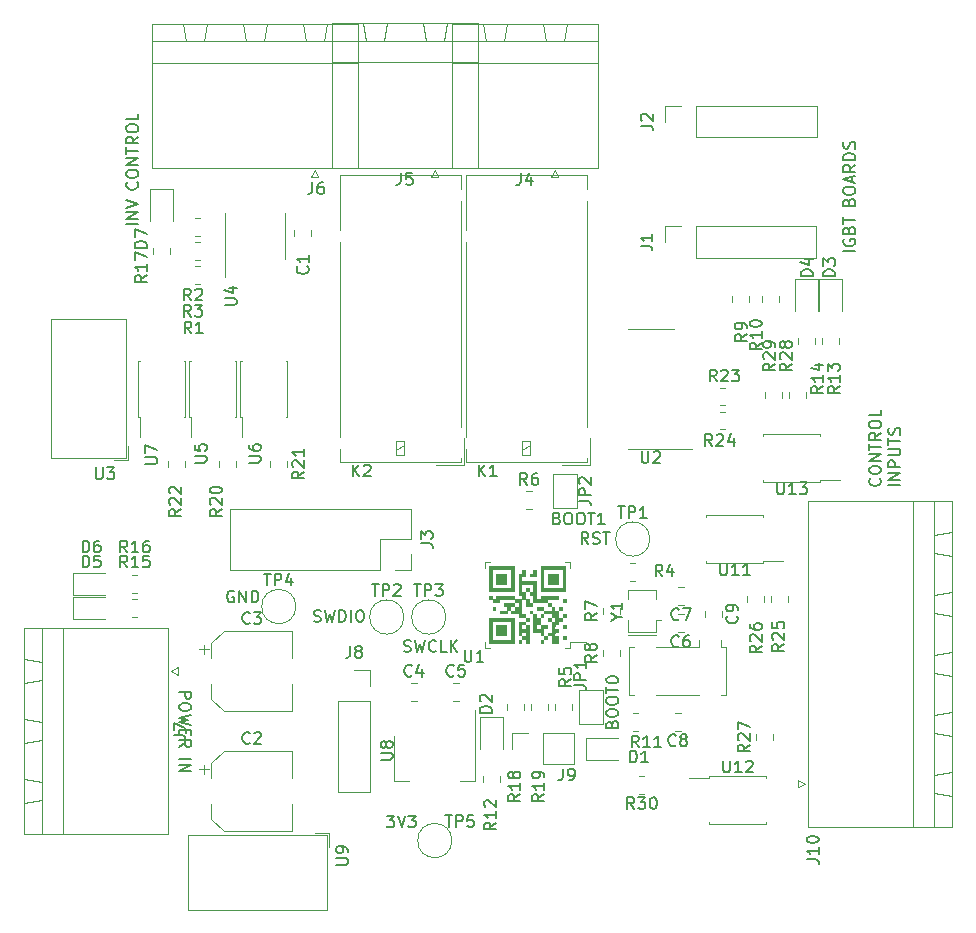
<source format=gbr>
%TF.GenerationSoftware,KiCad,Pcbnew,(6.99.0-3568-gdcfcfd5f29)*%
%TF.CreationDate,2022-10-11T21:14:32+03:00*%
%TF.ProjectId,welder ac diy mainboard,77656c64-6572-4206-9163-20646979206d,rev?*%
%TF.SameCoordinates,Original*%
%TF.FileFunction,Legend,Top*%
%TF.FilePolarity,Positive*%
%FSLAX46Y46*%
G04 Gerber Fmt 4.6, Leading zero omitted, Abs format (unit mm)*
G04 Created by KiCad (PCBNEW (6.99.0-3568-gdcfcfd5f29)) date 2022-10-11 21:14:32*
%MOMM*%
%LPD*%
G01*
G04 APERTURE LIST*
%ADD10C,0.150000*%
%ADD11C,0.120000*%
G04 APERTURE END LIST*
D10*
X64515904Y-94842000D02*
X64420666Y-94794380D01*
X64420666Y-94794380D02*
X64277809Y-94794380D01*
X64277809Y-94794380D02*
X64134952Y-94842000D01*
X64134952Y-94842000D02*
X64039714Y-94937238D01*
X64039714Y-94937238D02*
X63992095Y-95032476D01*
X63992095Y-95032476D02*
X63944476Y-95222952D01*
X63944476Y-95222952D02*
X63944476Y-95365809D01*
X63944476Y-95365809D02*
X63992095Y-95556285D01*
X63992095Y-95556285D02*
X64039714Y-95651523D01*
X64039714Y-95651523D02*
X64134952Y-95746761D01*
X64134952Y-95746761D02*
X64277809Y-95794380D01*
X64277809Y-95794380D02*
X64373047Y-95794380D01*
X64373047Y-95794380D02*
X64515904Y-95746761D01*
X64515904Y-95746761D02*
X64563523Y-95699142D01*
X64563523Y-95699142D02*
X64563523Y-95365809D01*
X64563523Y-95365809D02*
X64373047Y-95365809D01*
X64992095Y-95794380D02*
X64992095Y-94794380D01*
X64992095Y-94794380D02*
X65563523Y-95794380D01*
X65563523Y-95794380D02*
X65563523Y-94794380D01*
X66039714Y-95794380D02*
X66039714Y-94794380D01*
X66039714Y-94794380D02*
X66277809Y-94794380D01*
X66277809Y-94794380D02*
X66420666Y-94842000D01*
X66420666Y-94842000D02*
X66515904Y-94937238D01*
X66515904Y-94937238D02*
X66563523Y-95032476D01*
X66563523Y-95032476D02*
X66611142Y-95222952D01*
X66611142Y-95222952D02*
X66611142Y-95365809D01*
X66611142Y-95365809D02*
X66563523Y-95556285D01*
X66563523Y-95556285D02*
X66515904Y-95651523D01*
X66515904Y-95651523D02*
X66420666Y-95746761D01*
X66420666Y-95746761D02*
X66277809Y-95794380D01*
X66277809Y-95794380D02*
X66039714Y-95794380D01*
X77485857Y-113844380D02*
X78104904Y-113844380D01*
X78104904Y-113844380D02*
X77771571Y-114225333D01*
X77771571Y-114225333D02*
X77914428Y-114225333D01*
X77914428Y-114225333D02*
X78009666Y-114272952D01*
X78009666Y-114272952D02*
X78057285Y-114320571D01*
X78057285Y-114320571D02*
X78104904Y-114415809D01*
X78104904Y-114415809D02*
X78104904Y-114653904D01*
X78104904Y-114653904D02*
X78057285Y-114749142D01*
X78057285Y-114749142D02*
X78009666Y-114796761D01*
X78009666Y-114796761D02*
X77914428Y-114844380D01*
X77914428Y-114844380D02*
X77628714Y-114844380D01*
X77628714Y-114844380D02*
X77533476Y-114796761D01*
X77533476Y-114796761D02*
X77485857Y-114749142D01*
X78390619Y-113844380D02*
X78723952Y-114844380D01*
X78723952Y-114844380D02*
X79057285Y-113844380D01*
X79295381Y-113844380D02*
X79914428Y-113844380D01*
X79914428Y-113844380D02*
X79581095Y-114225333D01*
X79581095Y-114225333D02*
X79723952Y-114225333D01*
X79723952Y-114225333D02*
X79819190Y-114272952D01*
X79819190Y-114272952D02*
X79866809Y-114320571D01*
X79866809Y-114320571D02*
X79914428Y-114415809D01*
X79914428Y-114415809D02*
X79914428Y-114653904D01*
X79914428Y-114653904D02*
X79866809Y-114749142D01*
X79866809Y-114749142D02*
X79819190Y-114796761D01*
X79819190Y-114796761D02*
X79723952Y-114844380D01*
X79723952Y-114844380D02*
X79438238Y-114844380D01*
X79438238Y-114844380D02*
X79343000Y-114796761D01*
X79343000Y-114796761D02*
X79295381Y-114749142D01*
X91884428Y-88666571D02*
X92027285Y-88714190D01*
X92027285Y-88714190D02*
X92074904Y-88761809D01*
X92074904Y-88761809D02*
X92122523Y-88857047D01*
X92122523Y-88857047D02*
X92122523Y-88999904D01*
X92122523Y-88999904D02*
X92074904Y-89095142D01*
X92074904Y-89095142D02*
X92027285Y-89142761D01*
X92027285Y-89142761D02*
X91932047Y-89190380D01*
X91932047Y-89190380D02*
X91551095Y-89190380D01*
X91551095Y-89190380D02*
X91551095Y-88190380D01*
X91551095Y-88190380D02*
X91884428Y-88190380D01*
X91884428Y-88190380D02*
X91979666Y-88238000D01*
X91979666Y-88238000D02*
X92027285Y-88285619D01*
X92027285Y-88285619D02*
X92074904Y-88380857D01*
X92074904Y-88380857D02*
X92074904Y-88476095D01*
X92074904Y-88476095D02*
X92027285Y-88571333D01*
X92027285Y-88571333D02*
X91979666Y-88618952D01*
X91979666Y-88618952D02*
X91884428Y-88666571D01*
X91884428Y-88666571D02*
X91551095Y-88666571D01*
X92741571Y-88190380D02*
X92932047Y-88190380D01*
X92932047Y-88190380D02*
X93027285Y-88238000D01*
X93027285Y-88238000D02*
X93122523Y-88333238D01*
X93122523Y-88333238D02*
X93170142Y-88523714D01*
X93170142Y-88523714D02*
X93170142Y-88857047D01*
X93170142Y-88857047D02*
X93122523Y-89047523D01*
X93122523Y-89047523D02*
X93027285Y-89142761D01*
X93027285Y-89142761D02*
X92932047Y-89190380D01*
X92932047Y-89190380D02*
X92741571Y-89190380D01*
X92741571Y-89190380D02*
X92646333Y-89142761D01*
X92646333Y-89142761D02*
X92551095Y-89047523D01*
X92551095Y-89047523D02*
X92503476Y-88857047D01*
X92503476Y-88857047D02*
X92503476Y-88523714D01*
X92503476Y-88523714D02*
X92551095Y-88333238D01*
X92551095Y-88333238D02*
X92646333Y-88238000D01*
X92646333Y-88238000D02*
X92741571Y-88190380D01*
X93789190Y-88190380D02*
X93979666Y-88190380D01*
X93979666Y-88190380D02*
X94074904Y-88238000D01*
X94074904Y-88238000D02*
X94170142Y-88333238D01*
X94170142Y-88333238D02*
X94217761Y-88523714D01*
X94217761Y-88523714D02*
X94217761Y-88857047D01*
X94217761Y-88857047D02*
X94170142Y-89047523D01*
X94170142Y-89047523D02*
X94074904Y-89142761D01*
X94074904Y-89142761D02*
X93979666Y-89190380D01*
X93979666Y-89190380D02*
X93789190Y-89190380D01*
X93789190Y-89190380D02*
X93693952Y-89142761D01*
X93693952Y-89142761D02*
X93598714Y-89047523D01*
X93598714Y-89047523D02*
X93551095Y-88857047D01*
X93551095Y-88857047D02*
X93551095Y-88523714D01*
X93551095Y-88523714D02*
X93598714Y-88333238D01*
X93598714Y-88333238D02*
X93693952Y-88238000D01*
X93693952Y-88238000D02*
X93789190Y-88190380D01*
X94503476Y-88190380D02*
X95074904Y-88190380D01*
X94789190Y-89190380D02*
X94789190Y-88190380D01*
X95932047Y-89190380D02*
X95360619Y-89190380D01*
X95646333Y-89190380D02*
X95646333Y-88190380D01*
X95646333Y-88190380D02*
X95551095Y-88333238D01*
X95551095Y-88333238D02*
X95455857Y-88428476D01*
X95455857Y-88428476D02*
X95360619Y-88476095D01*
X96540571Y-106108571D02*
X96588190Y-105965714D01*
X96588190Y-105965714D02*
X96635809Y-105918095D01*
X96635809Y-105918095D02*
X96731047Y-105870476D01*
X96731047Y-105870476D02*
X96873904Y-105870476D01*
X96873904Y-105870476D02*
X96969142Y-105918095D01*
X96969142Y-105918095D02*
X97016761Y-105965714D01*
X97016761Y-105965714D02*
X97064380Y-106060952D01*
X97064380Y-106060952D02*
X97064380Y-106441904D01*
X97064380Y-106441904D02*
X96064380Y-106441904D01*
X96064380Y-106441904D02*
X96064380Y-106108571D01*
X96064380Y-106108571D02*
X96112000Y-106013333D01*
X96112000Y-106013333D02*
X96159619Y-105965714D01*
X96159619Y-105965714D02*
X96254857Y-105918095D01*
X96254857Y-105918095D02*
X96350095Y-105918095D01*
X96350095Y-105918095D02*
X96445333Y-105965714D01*
X96445333Y-105965714D02*
X96492952Y-106013333D01*
X96492952Y-106013333D02*
X96540571Y-106108571D01*
X96540571Y-106108571D02*
X96540571Y-106441904D01*
X96064380Y-105251428D02*
X96064380Y-105060952D01*
X96064380Y-105060952D02*
X96112000Y-104965714D01*
X96112000Y-104965714D02*
X96207238Y-104870476D01*
X96207238Y-104870476D02*
X96397714Y-104822857D01*
X96397714Y-104822857D02*
X96731047Y-104822857D01*
X96731047Y-104822857D02*
X96921523Y-104870476D01*
X96921523Y-104870476D02*
X97016761Y-104965714D01*
X97016761Y-104965714D02*
X97064380Y-105060952D01*
X97064380Y-105060952D02*
X97064380Y-105251428D01*
X97064380Y-105251428D02*
X97016761Y-105346666D01*
X97016761Y-105346666D02*
X96921523Y-105441904D01*
X96921523Y-105441904D02*
X96731047Y-105489523D01*
X96731047Y-105489523D02*
X96397714Y-105489523D01*
X96397714Y-105489523D02*
X96207238Y-105441904D01*
X96207238Y-105441904D02*
X96112000Y-105346666D01*
X96112000Y-105346666D02*
X96064380Y-105251428D01*
X96064380Y-104203809D02*
X96064380Y-104013333D01*
X96064380Y-104013333D02*
X96112000Y-103918095D01*
X96112000Y-103918095D02*
X96207238Y-103822857D01*
X96207238Y-103822857D02*
X96397714Y-103775238D01*
X96397714Y-103775238D02*
X96731047Y-103775238D01*
X96731047Y-103775238D02*
X96921523Y-103822857D01*
X96921523Y-103822857D02*
X97016761Y-103918095D01*
X97016761Y-103918095D02*
X97064380Y-104013333D01*
X97064380Y-104013333D02*
X97064380Y-104203809D01*
X97064380Y-104203809D02*
X97016761Y-104299047D01*
X97016761Y-104299047D02*
X96921523Y-104394285D01*
X96921523Y-104394285D02*
X96731047Y-104441904D01*
X96731047Y-104441904D02*
X96397714Y-104441904D01*
X96397714Y-104441904D02*
X96207238Y-104394285D01*
X96207238Y-104394285D02*
X96112000Y-104299047D01*
X96112000Y-104299047D02*
X96064380Y-104203809D01*
X96064380Y-103489523D02*
X96064380Y-102918095D01*
X97064380Y-103203809D02*
X96064380Y-103203809D01*
X96064380Y-102394285D02*
X96064380Y-102299047D01*
X96064380Y-102299047D02*
X96112000Y-102203809D01*
X96112000Y-102203809D02*
X96159619Y-102156190D01*
X96159619Y-102156190D02*
X96254857Y-102108571D01*
X96254857Y-102108571D02*
X96445333Y-102060952D01*
X96445333Y-102060952D02*
X96683428Y-102060952D01*
X96683428Y-102060952D02*
X96873904Y-102108571D01*
X96873904Y-102108571D02*
X96969142Y-102156190D01*
X96969142Y-102156190D02*
X97016761Y-102203809D01*
X97016761Y-102203809D02*
X97064380Y-102299047D01*
X97064380Y-102299047D02*
X97064380Y-102394285D01*
X97064380Y-102394285D02*
X97016761Y-102489523D01*
X97016761Y-102489523D02*
X96969142Y-102537142D01*
X96969142Y-102537142D02*
X96873904Y-102584761D01*
X96873904Y-102584761D02*
X96683428Y-102632380D01*
X96683428Y-102632380D02*
X96445333Y-102632380D01*
X96445333Y-102632380D02*
X96254857Y-102584761D01*
X96254857Y-102584761D02*
X96159619Y-102537142D01*
X96159619Y-102537142D02*
X96112000Y-102489523D01*
X96112000Y-102489523D02*
X96064380Y-102394285D01*
X94535523Y-90841380D02*
X94202190Y-90365190D01*
X93964095Y-90841380D02*
X93964095Y-89841380D01*
X93964095Y-89841380D02*
X94345047Y-89841380D01*
X94345047Y-89841380D02*
X94440285Y-89889000D01*
X94440285Y-89889000D02*
X94487904Y-89936619D01*
X94487904Y-89936619D02*
X94535523Y-90031857D01*
X94535523Y-90031857D02*
X94535523Y-90174714D01*
X94535523Y-90174714D02*
X94487904Y-90269952D01*
X94487904Y-90269952D02*
X94440285Y-90317571D01*
X94440285Y-90317571D02*
X94345047Y-90365190D01*
X94345047Y-90365190D02*
X93964095Y-90365190D01*
X94916476Y-90793761D02*
X95059333Y-90841380D01*
X95059333Y-90841380D02*
X95297428Y-90841380D01*
X95297428Y-90841380D02*
X95392666Y-90793761D01*
X95392666Y-90793761D02*
X95440285Y-90746142D01*
X95440285Y-90746142D02*
X95487904Y-90650904D01*
X95487904Y-90650904D02*
X95487904Y-90555666D01*
X95487904Y-90555666D02*
X95440285Y-90460428D01*
X95440285Y-90460428D02*
X95392666Y-90412809D01*
X95392666Y-90412809D02*
X95297428Y-90365190D01*
X95297428Y-90365190D02*
X95106952Y-90317571D01*
X95106952Y-90317571D02*
X95011714Y-90269952D01*
X95011714Y-90269952D02*
X94964095Y-90222333D01*
X94964095Y-90222333D02*
X94916476Y-90127095D01*
X94916476Y-90127095D02*
X94916476Y-90031857D01*
X94916476Y-90031857D02*
X94964095Y-89936619D01*
X94964095Y-89936619D02*
X95011714Y-89889000D01*
X95011714Y-89889000D02*
X95106952Y-89841380D01*
X95106952Y-89841380D02*
X95345047Y-89841380D01*
X95345047Y-89841380D02*
X95487904Y-89889000D01*
X95773619Y-89841380D02*
X96345047Y-89841380D01*
X96059333Y-90841380D02*
X96059333Y-89841380D01*
X78930476Y-99937761D02*
X79073333Y-99985380D01*
X79073333Y-99985380D02*
X79311428Y-99985380D01*
X79311428Y-99985380D02*
X79406666Y-99937761D01*
X79406666Y-99937761D02*
X79454285Y-99890142D01*
X79454285Y-99890142D02*
X79501904Y-99794904D01*
X79501904Y-99794904D02*
X79501904Y-99699666D01*
X79501904Y-99699666D02*
X79454285Y-99604428D01*
X79454285Y-99604428D02*
X79406666Y-99556809D01*
X79406666Y-99556809D02*
X79311428Y-99509190D01*
X79311428Y-99509190D02*
X79120952Y-99461571D01*
X79120952Y-99461571D02*
X79025714Y-99413952D01*
X79025714Y-99413952D02*
X78978095Y-99366333D01*
X78978095Y-99366333D02*
X78930476Y-99271095D01*
X78930476Y-99271095D02*
X78930476Y-99175857D01*
X78930476Y-99175857D02*
X78978095Y-99080619D01*
X78978095Y-99080619D02*
X79025714Y-99033000D01*
X79025714Y-99033000D02*
X79120952Y-98985380D01*
X79120952Y-98985380D02*
X79359047Y-98985380D01*
X79359047Y-98985380D02*
X79501904Y-99033000D01*
X79835238Y-98985380D02*
X80073333Y-99985380D01*
X80073333Y-99985380D02*
X80263809Y-99271095D01*
X80263809Y-99271095D02*
X80454285Y-99985380D01*
X80454285Y-99985380D02*
X80692381Y-98985380D01*
X81644761Y-99890142D02*
X81597142Y-99937761D01*
X81597142Y-99937761D02*
X81454285Y-99985380D01*
X81454285Y-99985380D02*
X81359047Y-99985380D01*
X81359047Y-99985380D02*
X81216190Y-99937761D01*
X81216190Y-99937761D02*
X81120952Y-99842523D01*
X81120952Y-99842523D02*
X81073333Y-99747285D01*
X81073333Y-99747285D02*
X81025714Y-99556809D01*
X81025714Y-99556809D02*
X81025714Y-99413952D01*
X81025714Y-99413952D02*
X81073333Y-99223476D01*
X81073333Y-99223476D02*
X81120952Y-99128238D01*
X81120952Y-99128238D02*
X81216190Y-99033000D01*
X81216190Y-99033000D02*
X81359047Y-98985380D01*
X81359047Y-98985380D02*
X81454285Y-98985380D01*
X81454285Y-98985380D02*
X81597142Y-99033000D01*
X81597142Y-99033000D02*
X81644761Y-99080619D01*
X82549523Y-99985380D02*
X82073333Y-99985380D01*
X82073333Y-99985380D02*
X82073333Y-98985380D01*
X82882857Y-99985380D02*
X82882857Y-98985380D01*
X83454285Y-99985380D02*
X83025714Y-99413952D01*
X83454285Y-98985380D02*
X82882857Y-99556809D01*
X71310476Y-97397761D02*
X71453333Y-97445380D01*
X71453333Y-97445380D02*
X71691428Y-97445380D01*
X71691428Y-97445380D02*
X71786666Y-97397761D01*
X71786666Y-97397761D02*
X71834285Y-97350142D01*
X71834285Y-97350142D02*
X71881904Y-97254904D01*
X71881904Y-97254904D02*
X71881904Y-97159666D01*
X71881904Y-97159666D02*
X71834285Y-97064428D01*
X71834285Y-97064428D02*
X71786666Y-97016809D01*
X71786666Y-97016809D02*
X71691428Y-96969190D01*
X71691428Y-96969190D02*
X71500952Y-96921571D01*
X71500952Y-96921571D02*
X71405714Y-96873952D01*
X71405714Y-96873952D02*
X71358095Y-96826333D01*
X71358095Y-96826333D02*
X71310476Y-96731095D01*
X71310476Y-96731095D02*
X71310476Y-96635857D01*
X71310476Y-96635857D02*
X71358095Y-96540619D01*
X71358095Y-96540619D02*
X71405714Y-96493000D01*
X71405714Y-96493000D02*
X71500952Y-96445380D01*
X71500952Y-96445380D02*
X71739047Y-96445380D01*
X71739047Y-96445380D02*
X71881904Y-96493000D01*
X72215238Y-96445380D02*
X72453333Y-97445380D01*
X72453333Y-97445380D02*
X72643809Y-96731095D01*
X72643809Y-96731095D02*
X72834285Y-97445380D01*
X72834285Y-97445380D02*
X73072381Y-96445380D01*
X73453333Y-97445380D02*
X73453333Y-96445380D01*
X73453333Y-96445380D02*
X73691428Y-96445380D01*
X73691428Y-96445380D02*
X73834285Y-96493000D01*
X73834285Y-96493000D02*
X73929523Y-96588238D01*
X73929523Y-96588238D02*
X73977142Y-96683476D01*
X73977142Y-96683476D02*
X74024761Y-96873952D01*
X74024761Y-96873952D02*
X74024761Y-97016809D01*
X74024761Y-97016809D02*
X73977142Y-97207285D01*
X73977142Y-97207285D02*
X73929523Y-97302523D01*
X73929523Y-97302523D02*
X73834285Y-97397761D01*
X73834285Y-97397761D02*
X73691428Y-97445380D01*
X73691428Y-97445380D02*
X73453333Y-97445380D01*
X74453333Y-97445380D02*
X74453333Y-96445380D01*
X75119999Y-96445380D02*
X75310475Y-96445380D01*
X75310475Y-96445380D02*
X75405713Y-96493000D01*
X75405713Y-96493000D02*
X75500951Y-96588238D01*
X75500951Y-96588238D02*
X75548570Y-96778714D01*
X75548570Y-96778714D02*
X75548570Y-97112047D01*
X75548570Y-97112047D02*
X75500951Y-97302523D01*
X75500951Y-97302523D02*
X75405713Y-97397761D01*
X75405713Y-97397761D02*
X75310475Y-97445380D01*
X75310475Y-97445380D02*
X75119999Y-97445380D01*
X75119999Y-97445380D02*
X75024761Y-97397761D01*
X75024761Y-97397761D02*
X74929523Y-97302523D01*
X74929523Y-97302523D02*
X74881904Y-97112047D01*
X74881904Y-97112047D02*
X74881904Y-96778714D01*
X74881904Y-96778714D02*
X74929523Y-96588238D01*
X74929523Y-96588238D02*
X75024761Y-96493000D01*
X75024761Y-96493000D02*
X75119999Y-96445380D01*
X119225142Y-85296476D02*
X119272761Y-85344095D01*
X119272761Y-85344095D02*
X119320380Y-85486952D01*
X119320380Y-85486952D02*
X119320380Y-85582190D01*
X119320380Y-85582190D02*
X119272761Y-85725047D01*
X119272761Y-85725047D02*
X119177523Y-85820285D01*
X119177523Y-85820285D02*
X119082285Y-85867904D01*
X119082285Y-85867904D02*
X118891809Y-85915523D01*
X118891809Y-85915523D02*
X118748952Y-85915523D01*
X118748952Y-85915523D02*
X118558476Y-85867904D01*
X118558476Y-85867904D02*
X118463238Y-85820285D01*
X118463238Y-85820285D02*
X118368000Y-85725047D01*
X118368000Y-85725047D02*
X118320380Y-85582190D01*
X118320380Y-85582190D02*
X118320380Y-85486952D01*
X118320380Y-85486952D02*
X118368000Y-85344095D01*
X118368000Y-85344095D02*
X118415619Y-85296476D01*
X118320380Y-84677428D02*
X118320380Y-84486952D01*
X118320380Y-84486952D02*
X118368000Y-84391714D01*
X118368000Y-84391714D02*
X118463238Y-84296476D01*
X118463238Y-84296476D02*
X118653714Y-84248857D01*
X118653714Y-84248857D02*
X118987047Y-84248857D01*
X118987047Y-84248857D02*
X119177523Y-84296476D01*
X119177523Y-84296476D02*
X119272761Y-84391714D01*
X119272761Y-84391714D02*
X119320380Y-84486952D01*
X119320380Y-84486952D02*
X119320380Y-84677428D01*
X119320380Y-84677428D02*
X119272761Y-84772666D01*
X119272761Y-84772666D02*
X119177523Y-84867904D01*
X119177523Y-84867904D02*
X118987047Y-84915523D01*
X118987047Y-84915523D02*
X118653714Y-84915523D01*
X118653714Y-84915523D02*
X118463238Y-84867904D01*
X118463238Y-84867904D02*
X118368000Y-84772666D01*
X118368000Y-84772666D02*
X118320380Y-84677428D01*
X119320380Y-83820285D02*
X118320380Y-83820285D01*
X118320380Y-83820285D02*
X119320380Y-83248857D01*
X119320380Y-83248857D02*
X118320380Y-83248857D01*
X118320380Y-82915523D02*
X118320380Y-82344095D01*
X119320380Y-82629809D02*
X118320380Y-82629809D01*
X119320380Y-81439333D02*
X118844190Y-81772666D01*
X119320380Y-82010761D02*
X118320380Y-82010761D01*
X118320380Y-82010761D02*
X118320380Y-81629809D01*
X118320380Y-81629809D02*
X118368000Y-81534571D01*
X118368000Y-81534571D02*
X118415619Y-81486952D01*
X118415619Y-81486952D02*
X118510857Y-81439333D01*
X118510857Y-81439333D02*
X118653714Y-81439333D01*
X118653714Y-81439333D02*
X118748952Y-81486952D01*
X118748952Y-81486952D02*
X118796571Y-81534571D01*
X118796571Y-81534571D02*
X118844190Y-81629809D01*
X118844190Y-81629809D02*
X118844190Y-82010761D01*
X118320380Y-80820285D02*
X118320380Y-80629809D01*
X118320380Y-80629809D02*
X118368000Y-80534571D01*
X118368000Y-80534571D02*
X118463238Y-80439333D01*
X118463238Y-80439333D02*
X118653714Y-80391714D01*
X118653714Y-80391714D02*
X118987047Y-80391714D01*
X118987047Y-80391714D02*
X119177523Y-80439333D01*
X119177523Y-80439333D02*
X119272761Y-80534571D01*
X119272761Y-80534571D02*
X119320380Y-80629809D01*
X119320380Y-80629809D02*
X119320380Y-80820285D01*
X119320380Y-80820285D02*
X119272761Y-80915523D01*
X119272761Y-80915523D02*
X119177523Y-81010761D01*
X119177523Y-81010761D02*
X118987047Y-81058380D01*
X118987047Y-81058380D02*
X118653714Y-81058380D01*
X118653714Y-81058380D02*
X118463238Y-81010761D01*
X118463238Y-81010761D02*
X118368000Y-80915523D01*
X118368000Y-80915523D02*
X118320380Y-80820285D01*
X119320380Y-79486952D02*
X119320380Y-79963142D01*
X119320380Y-79963142D02*
X118320380Y-79963142D01*
X120940380Y-85867904D02*
X119940380Y-85867904D01*
X120940380Y-85391714D02*
X119940380Y-85391714D01*
X119940380Y-85391714D02*
X120940380Y-84820286D01*
X120940380Y-84820286D02*
X119940380Y-84820286D01*
X120940380Y-84344095D02*
X119940380Y-84344095D01*
X119940380Y-84344095D02*
X119940380Y-83963143D01*
X119940380Y-83963143D02*
X119988000Y-83867905D01*
X119988000Y-83867905D02*
X120035619Y-83820286D01*
X120035619Y-83820286D02*
X120130857Y-83772667D01*
X120130857Y-83772667D02*
X120273714Y-83772667D01*
X120273714Y-83772667D02*
X120368952Y-83820286D01*
X120368952Y-83820286D02*
X120416571Y-83867905D01*
X120416571Y-83867905D02*
X120464190Y-83963143D01*
X120464190Y-83963143D02*
X120464190Y-84344095D01*
X119940380Y-83344095D02*
X120749904Y-83344095D01*
X120749904Y-83344095D02*
X120845142Y-83296476D01*
X120845142Y-83296476D02*
X120892761Y-83248857D01*
X120892761Y-83248857D02*
X120940380Y-83153619D01*
X120940380Y-83153619D02*
X120940380Y-82963143D01*
X120940380Y-82963143D02*
X120892761Y-82867905D01*
X120892761Y-82867905D02*
X120845142Y-82820286D01*
X120845142Y-82820286D02*
X120749904Y-82772667D01*
X120749904Y-82772667D02*
X119940380Y-82772667D01*
X119940380Y-82439333D02*
X119940380Y-81867905D01*
X120940380Y-82153619D02*
X119940380Y-82153619D01*
X120892761Y-81582190D02*
X120940380Y-81439333D01*
X120940380Y-81439333D02*
X120940380Y-81201238D01*
X120940380Y-81201238D02*
X120892761Y-81106000D01*
X120892761Y-81106000D02*
X120845142Y-81058381D01*
X120845142Y-81058381D02*
X120749904Y-81010762D01*
X120749904Y-81010762D02*
X120654666Y-81010762D01*
X120654666Y-81010762D02*
X120559428Y-81058381D01*
X120559428Y-81058381D02*
X120511809Y-81106000D01*
X120511809Y-81106000D02*
X120464190Y-81201238D01*
X120464190Y-81201238D02*
X120416571Y-81391714D01*
X120416571Y-81391714D02*
X120368952Y-81486952D01*
X120368952Y-81486952D02*
X120321333Y-81534571D01*
X120321333Y-81534571D02*
X120226095Y-81582190D01*
X120226095Y-81582190D02*
X120130857Y-81582190D01*
X120130857Y-81582190D02*
X120035619Y-81534571D01*
X120035619Y-81534571D02*
X119988000Y-81486952D01*
X119988000Y-81486952D02*
X119940380Y-81391714D01*
X119940380Y-81391714D02*
X119940380Y-81153619D01*
X119940380Y-81153619D02*
X119988000Y-81010762D01*
X56424380Y-63769904D02*
X55424380Y-63769904D01*
X56424380Y-63293714D02*
X55424380Y-63293714D01*
X55424380Y-63293714D02*
X56424380Y-62722286D01*
X56424380Y-62722286D02*
X55424380Y-62722286D01*
X55424380Y-62388952D02*
X56424380Y-62055619D01*
X56424380Y-62055619D02*
X55424380Y-61722286D01*
X56329142Y-60217524D02*
X56376761Y-60265143D01*
X56376761Y-60265143D02*
X56424380Y-60408000D01*
X56424380Y-60408000D02*
X56424380Y-60503238D01*
X56424380Y-60503238D02*
X56376761Y-60646095D01*
X56376761Y-60646095D02*
X56281523Y-60741333D01*
X56281523Y-60741333D02*
X56186285Y-60788952D01*
X56186285Y-60788952D02*
X55995809Y-60836571D01*
X55995809Y-60836571D02*
X55852952Y-60836571D01*
X55852952Y-60836571D02*
X55662476Y-60788952D01*
X55662476Y-60788952D02*
X55567238Y-60741333D01*
X55567238Y-60741333D02*
X55472000Y-60646095D01*
X55472000Y-60646095D02*
X55424380Y-60503238D01*
X55424380Y-60503238D02*
X55424380Y-60408000D01*
X55424380Y-60408000D02*
X55472000Y-60265143D01*
X55472000Y-60265143D02*
X55519619Y-60217524D01*
X55424380Y-59598476D02*
X55424380Y-59408000D01*
X55424380Y-59408000D02*
X55472000Y-59312762D01*
X55472000Y-59312762D02*
X55567238Y-59217524D01*
X55567238Y-59217524D02*
X55757714Y-59169905D01*
X55757714Y-59169905D02*
X56091047Y-59169905D01*
X56091047Y-59169905D02*
X56281523Y-59217524D01*
X56281523Y-59217524D02*
X56376761Y-59312762D01*
X56376761Y-59312762D02*
X56424380Y-59408000D01*
X56424380Y-59408000D02*
X56424380Y-59598476D01*
X56424380Y-59598476D02*
X56376761Y-59693714D01*
X56376761Y-59693714D02*
X56281523Y-59788952D01*
X56281523Y-59788952D02*
X56091047Y-59836571D01*
X56091047Y-59836571D02*
X55757714Y-59836571D01*
X55757714Y-59836571D02*
X55567238Y-59788952D01*
X55567238Y-59788952D02*
X55472000Y-59693714D01*
X55472000Y-59693714D02*
X55424380Y-59598476D01*
X56424380Y-58741333D02*
X55424380Y-58741333D01*
X55424380Y-58741333D02*
X56424380Y-58169905D01*
X56424380Y-58169905D02*
X55424380Y-58169905D01*
X55424380Y-57836571D02*
X55424380Y-57265143D01*
X56424380Y-57550857D02*
X55424380Y-57550857D01*
X56424380Y-56360381D02*
X55948190Y-56693714D01*
X56424380Y-56931809D02*
X55424380Y-56931809D01*
X55424380Y-56931809D02*
X55424380Y-56550857D01*
X55424380Y-56550857D02*
X55472000Y-56455619D01*
X55472000Y-56455619D02*
X55519619Y-56408000D01*
X55519619Y-56408000D02*
X55614857Y-56360381D01*
X55614857Y-56360381D02*
X55757714Y-56360381D01*
X55757714Y-56360381D02*
X55852952Y-56408000D01*
X55852952Y-56408000D02*
X55900571Y-56455619D01*
X55900571Y-56455619D02*
X55948190Y-56550857D01*
X55948190Y-56550857D02*
X55948190Y-56931809D01*
X55424380Y-55741333D02*
X55424380Y-55550857D01*
X55424380Y-55550857D02*
X55472000Y-55455619D01*
X55472000Y-55455619D02*
X55567238Y-55360381D01*
X55567238Y-55360381D02*
X55757714Y-55312762D01*
X55757714Y-55312762D02*
X56091047Y-55312762D01*
X56091047Y-55312762D02*
X56281523Y-55360381D01*
X56281523Y-55360381D02*
X56376761Y-55455619D01*
X56376761Y-55455619D02*
X56424380Y-55550857D01*
X56424380Y-55550857D02*
X56424380Y-55741333D01*
X56424380Y-55741333D02*
X56376761Y-55836571D01*
X56376761Y-55836571D02*
X56281523Y-55931809D01*
X56281523Y-55931809D02*
X56091047Y-55979428D01*
X56091047Y-55979428D02*
X55757714Y-55979428D01*
X55757714Y-55979428D02*
X55567238Y-55931809D01*
X55567238Y-55931809D02*
X55472000Y-55836571D01*
X55472000Y-55836571D02*
X55424380Y-55741333D01*
X56424380Y-54408000D02*
X56424380Y-54884190D01*
X56424380Y-54884190D02*
X55424380Y-54884190D01*
X59907619Y-103362095D02*
X60907619Y-103362095D01*
X60907619Y-103362095D02*
X60907619Y-103743047D01*
X60907619Y-103743047D02*
X60860000Y-103838285D01*
X60860000Y-103838285D02*
X60812380Y-103885904D01*
X60812380Y-103885904D02*
X60717142Y-103933523D01*
X60717142Y-103933523D02*
X60574285Y-103933523D01*
X60574285Y-103933523D02*
X60479047Y-103885904D01*
X60479047Y-103885904D02*
X60431428Y-103838285D01*
X60431428Y-103838285D02*
X60383809Y-103743047D01*
X60383809Y-103743047D02*
X60383809Y-103362095D01*
X60907619Y-104552571D02*
X60907619Y-104743047D01*
X60907619Y-104743047D02*
X60860000Y-104838285D01*
X60860000Y-104838285D02*
X60764761Y-104933523D01*
X60764761Y-104933523D02*
X60574285Y-104981142D01*
X60574285Y-104981142D02*
X60240952Y-104981142D01*
X60240952Y-104981142D02*
X60050476Y-104933523D01*
X60050476Y-104933523D02*
X59955238Y-104838285D01*
X59955238Y-104838285D02*
X59907619Y-104743047D01*
X59907619Y-104743047D02*
X59907619Y-104552571D01*
X59907619Y-104552571D02*
X59955238Y-104457333D01*
X59955238Y-104457333D02*
X60050476Y-104362095D01*
X60050476Y-104362095D02*
X60240952Y-104314476D01*
X60240952Y-104314476D02*
X60574285Y-104314476D01*
X60574285Y-104314476D02*
X60764761Y-104362095D01*
X60764761Y-104362095D02*
X60860000Y-104457333D01*
X60860000Y-104457333D02*
X60907619Y-104552571D01*
X60907619Y-105314476D02*
X59907619Y-105552571D01*
X59907619Y-105552571D02*
X60621904Y-105743047D01*
X60621904Y-105743047D02*
X59907619Y-105933523D01*
X59907619Y-105933523D02*
X60907619Y-106171619D01*
X60431428Y-106552571D02*
X60431428Y-106885904D01*
X59907619Y-107028761D02*
X59907619Y-106552571D01*
X59907619Y-106552571D02*
X60907619Y-106552571D01*
X60907619Y-106552571D02*
X60907619Y-107028761D01*
X59907619Y-108028761D02*
X60383809Y-107695428D01*
X59907619Y-107457333D02*
X60907619Y-107457333D01*
X60907619Y-107457333D02*
X60907619Y-107838285D01*
X60907619Y-107838285D02*
X60860000Y-107933523D01*
X60860000Y-107933523D02*
X60812380Y-107981142D01*
X60812380Y-107981142D02*
X60717142Y-108028761D01*
X60717142Y-108028761D02*
X60574285Y-108028761D01*
X60574285Y-108028761D02*
X60479047Y-107981142D01*
X60479047Y-107981142D02*
X60431428Y-107933523D01*
X60431428Y-107933523D02*
X60383809Y-107838285D01*
X60383809Y-107838285D02*
X60383809Y-107457333D01*
X59907619Y-109057333D02*
X60907619Y-109057333D01*
X59907619Y-109533523D02*
X60907619Y-109533523D01*
X60907619Y-109533523D02*
X59907619Y-110104951D01*
X59907619Y-110104951D02*
X60907619Y-110104951D01*
X117130380Y-66055904D02*
X116130380Y-66055904D01*
X116178000Y-65055905D02*
X116130380Y-65151143D01*
X116130380Y-65151143D02*
X116130380Y-65294000D01*
X116130380Y-65294000D02*
X116178000Y-65436857D01*
X116178000Y-65436857D02*
X116273238Y-65532095D01*
X116273238Y-65532095D02*
X116368476Y-65579714D01*
X116368476Y-65579714D02*
X116558952Y-65627333D01*
X116558952Y-65627333D02*
X116701809Y-65627333D01*
X116701809Y-65627333D02*
X116892285Y-65579714D01*
X116892285Y-65579714D02*
X116987523Y-65532095D01*
X116987523Y-65532095D02*
X117082761Y-65436857D01*
X117082761Y-65436857D02*
X117130380Y-65294000D01*
X117130380Y-65294000D02*
X117130380Y-65198762D01*
X117130380Y-65198762D02*
X117082761Y-65055905D01*
X117082761Y-65055905D02*
X117035142Y-65008286D01*
X117035142Y-65008286D02*
X116701809Y-65008286D01*
X116701809Y-65008286D02*
X116701809Y-65198762D01*
X116606571Y-64246381D02*
X116654190Y-64103524D01*
X116654190Y-64103524D02*
X116701809Y-64055905D01*
X116701809Y-64055905D02*
X116797047Y-64008286D01*
X116797047Y-64008286D02*
X116939904Y-64008286D01*
X116939904Y-64008286D02*
X117035142Y-64055905D01*
X117035142Y-64055905D02*
X117082761Y-64103524D01*
X117082761Y-64103524D02*
X117130380Y-64198762D01*
X117130380Y-64198762D02*
X117130380Y-64579714D01*
X117130380Y-64579714D02*
X116130380Y-64579714D01*
X116130380Y-64579714D02*
X116130380Y-64246381D01*
X116130380Y-64246381D02*
X116178000Y-64151143D01*
X116178000Y-64151143D02*
X116225619Y-64103524D01*
X116225619Y-64103524D02*
X116320857Y-64055905D01*
X116320857Y-64055905D02*
X116416095Y-64055905D01*
X116416095Y-64055905D02*
X116511333Y-64103524D01*
X116511333Y-64103524D02*
X116558952Y-64151143D01*
X116558952Y-64151143D02*
X116606571Y-64246381D01*
X116606571Y-64246381D02*
X116606571Y-64579714D01*
X116130380Y-63722571D02*
X116130380Y-63151143D01*
X117130380Y-63436857D02*
X116130380Y-63436857D01*
X116606571Y-61884476D02*
X116654190Y-61741619D01*
X116654190Y-61741619D02*
X116701809Y-61694000D01*
X116701809Y-61694000D02*
X116797047Y-61646381D01*
X116797047Y-61646381D02*
X116939904Y-61646381D01*
X116939904Y-61646381D02*
X117035142Y-61694000D01*
X117035142Y-61694000D02*
X117082761Y-61741619D01*
X117082761Y-61741619D02*
X117130380Y-61836857D01*
X117130380Y-61836857D02*
X117130380Y-62217809D01*
X117130380Y-62217809D02*
X116130380Y-62217809D01*
X116130380Y-62217809D02*
X116130380Y-61884476D01*
X116130380Y-61884476D02*
X116178000Y-61789238D01*
X116178000Y-61789238D02*
X116225619Y-61741619D01*
X116225619Y-61741619D02*
X116320857Y-61694000D01*
X116320857Y-61694000D02*
X116416095Y-61694000D01*
X116416095Y-61694000D02*
X116511333Y-61741619D01*
X116511333Y-61741619D02*
X116558952Y-61789238D01*
X116558952Y-61789238D02*
X116606571Y-61884476D01*
X116606571Y-61884476D02*
X116606571Y-62217809D01*
X116130380Y-61027333D02*
X116130380Y-60836857D01*
X116130380Y-60836857D02*
X116178000Y-60741619D01*
X116178000Y-60741619D02*
X116273238Y-60646381D01*
X116273238Y-60646381D02*
X116463714Y-60598762D01*
X116463714Y-60598762D02*
X116797047Y-60598762D01*
X116797047Y-60598762D02*
X116987523Y-60646381D01*
X116987523Y-60646381D02*
X117082761Y-60741619D01*
X117082761Y-60741619D02*
X117130380Y-60836857D01*
X117130380Y-60836857D02*
X117130380Y-61027333D01*
X117130380Y-61027333D02*
X117082761Y-61122571D01*
X117082761Y-61122571D02*
X116987523Y-61217809D01*
X116987523Y-61217809D02*
X116797047Y-61265428D01*
X116797047Y-61265428D02*
X116463714Y-61265428D01*
X116463714Y-61265428D02*
X116273238Y-61217809D01*
X116273238Y-61217809D02*
X116178000Y-61122571D01*
X116178000Y-61122571D02*
X116130380Y-61027333D01*
X116844666Y-60217809D02*
X116844666Y-59741619D01*
X117130380Y-60313047D02*
X116130380Y-59979714D01*
X116130380Y-59979714D02*
X117130380Y-59646381D01*
X117130380Y-58741619D02*
X116654190Y-59074952D01*
X117130380Y-59313047D02*
X116130380Y-59313047D01*
X116130380Y-59313047D02*
X116130380Y-58932095D01*
X116130380Y-58932095D02*
X116178000Y-58836857D01*
X116178000Y-58836857D02*
X116225619Y-58789238D01*
X116225619Y-58789238D02*
X116320857Y-58741619D01*
X116320857Y-58741619D02*
X116463714Y-58741619D01*
X116463714Y-58741619D02*
X116558952Y-58789238D01*
X116558952Y-58789238D02*
X116606571Y-58836857D01*
X116606571Y-58836857D02*
X116654190Y-58932095D01*
X116654190Y-58932095D02*
X116654190Y-59313047D01*
X117130380Y-58313047D02*
X116130380Y-58313047D01*
X116130380Y-58313047D02*
X116130380Y-58074952D01*
X116130380Y-58074952D02*
X116178000Y-57932095D01*
X116178000Y-57932095D02*
X116273238Y-57836857D01*
X116273238Y-57836857D02*
X116368476Y-57789238D01*
X116368476Y-57789238D02*
X116558952Y-57741619D01*
X116558952Y-57741619D02*
X116701809Y-57741619D01*
X116701809Y-57741619D02*
X116892285Y-57789238D01*
X116892285Y-57789238D02*
X116987523Y-57836857D01*
X116987523Y-57836857D02*
X117082761Y-57932095D01*
X117082761Y-57932095D02*
X117130380Y-58074952D01*
X117130380Y-58074952D02*
X117130380Y-58313047D01*
X117082761Y-57360666D02*
X117130380Y-57217809D01*
X117130380Y-57217809D02*
X117130380Y-56979714D01*
X117130380Y-56979714D02*
X117082761Y-56884476D01*
X117082761Y-56884476D02*
X117035142Y-56836857D01*
X117035142Y-56836857D02*
X116939904Y-56789238D01*
X116939904Y-56789238D02*
X116844666Y-56789238D01*
X116844666Y-56789238D02*
X116749428Y-56836857D01*
X116749428Y-56836857D02*
X116701809Y-56884476D01*
X116701809Y-56884476D02*
X116654190Y-56979714D01*
X116654190Y-56979714D02*
X116606571Y-57170190D01*
X116606571Y-57170190D02*
X116558952Y-57265428D01*
X116558952Y-57265428D02*
X116511333Y-57313047D01*
X116511333Y-57313047D02*
X116416095Y-57360666D01*
X116416095Y-57360666D02*
X116320857Y-57360666D01*
X116320857Y-57360666D02*
X116225619Y-57313047D01*
X116225619Y-57313047D02*
X116178000Y-57265428D01*
X116178000Y-57265428D02*
X116130380Y-57170190D01*
X116130380Y-57170190D02*
X116130380Y-56932095D01*
X116130380Y-56932095D02*
X116178000Y-56789238D01*
%TO.C,TP5*%
X82431095Y-113794380D02*
X83002523Y-113794380D01*
X82716809Y-114794380D02*
X82716809Y-113794380D01*
X83335857Y-114794380D02*
X83335857Y-113794380D01*
X83335857Y-113794380D02*
X83716809Y-113794380D01*
X83716809Y-113794380D02*
X83812047Y-113842000D01*
X83812047Y-113842000D02*
X83859666Y-113889619D01*
X83859666Y-113889619D02*
X83907285Y-113984857D01*
X83907285Y-113984857D02*
X83907285Y-114127714D01*
X83907285Y-114127714D02*
X83859666Y-114222952D01*
X83859666Y-114222952D02*
X83812047Y-114270571D01*
X83812047Y-114270571D02*
X83716809Y-114318190D01*
X83716809Y-114318190D02*
X83335857Y-114318190D01*
X84812047Y-113794380D02*
X84335857Y-113794380D01*
X84335857Y-113794380D02*
X84288238Y-114270571D01*
X84288238Y-114270571D02*
X84335857Y-114222952D01*
X84335857Y-114222952D02*
X84431095Y-114175333D01*
X84431095Y-114175333D02*
X84669190Y-114175333D01*
X84669190Y-114175333D02*
X84764428Y-114222952D01*
X84764428Y-114222952D02*
X84812047Y-114270571D01*
X84812047Y-114270571D02*
X84859666Y-114365809D01*
X84859666Y-114365809D02*
X84859666Y-114603904D01*
X84859666Y-114603904D02*
X84812047Y-114699142D01*
X84812047Y-114699142D02*
X84764428Y-114746761D01*
X84764428Y-114746761D02*
X84669190Y-114794380D01*
X84669190Y-114794380D02*
X84431095Y-114794380D01*
X84431095Y-114794380D02*
X84335857Y-114746761D01*
X84335857Y-114746761D02*
X84288238Y-114699142D01*
%TO.C,TP4*%
X67064095Y-93358380D02*
X67635523Y-93358380D01*
X67349809Y-94358380D02*
X67349809Y-93358380D01*
X67968857Y-94358380D02*
X67968857Y-93358380D01*
X67968857Y-93358380D02*
X68349809Y-93358380D01*
X68349809Y-93358380D02*
X68445047Y-93406000D01*
X68445047Y-93406000D02*
X68492666Y-93453619D01*
X68492666Y-93453619D02*
X68540285Y-93548857D01*
X68540285Y-93548857D02*
X68540285Y-93691714D01*
X68540285Y-93691714D02*
X68492666Y-93786952D01*
X68492666Y-93786952D02*
X68445047Y-93834571D01*
X68445047Y-93834571D02*
X68349809Y-93882190D01*
X68349809Y-93882190D02*
X67968857Y-93882190D01*
X69397428Y-93691714D02*
X69397428Y-94358380D01*
X69159333Y-93310761D02*
X68921238Y-94025047D01*
X68921238Y-94025047D02*
X69540285Y-94025047D01*
%TO.C,U2*%
X99060095Y-82991380D02*
X99060095Y-83800904D01*
X99060095Y-83800904D02*
X99107714Y-83896142D01*
X99107714Y-83896142D02*
X99155333Y-83943761D01*
X99155333Y-83943761D02*
X99250571Y-83991380D01*
X99250571Y-83991380D02*
X99441047Y-83991380D01*
X99441047Y-83991380D02*
X99536285Y-83943761D01*
X99536285Y-83943761D02*
X99583904Y-83896142D01*
X99583904Y-83896142D02*
X99631523Y-83800904D01*
X99631523Y-83800904D02*
X99631523Y-82991380D01*
X100060095Y-83086619D02*
X100107714Y-83039000D01*
X100107714Y-83039000D02*
X100202952Y-82991380D01*
X100202952Y-82991380D02*
X100441047Y-82991380D01*
X100441047Y-82991380D02*
X100536285Y-83039000D01*
X100536285Y-83039000D02*
X100583904Y-83086619D01*
X100583904Y-83086619D02*
X100631523Y-83181857D01*
X100631523Y-83181857D02*
X100631523Y-83277095D01*
X100631523Y-83277095D02*
X100583904Y-83419952D01*
X100583904Y-83419952D02*
X100012476Y-83991380D01*
X100012476Y-83991380D02*
X100631523Y-83991380D01*
%TO.C,R24*%
X105021142Y-82536380D02*
X104687809Y-82060190D01*
X104449714Y-82536380D02*
X104449714Y-81536380D01*
X104449714Y-81536380D02*
X104830666Y-81536380D01*
X104830666Y-81536380D02*
X104925904Y-81584000D01*
X104925904Y-81584000D02*
X104973523Y-81631619D01*
X104973523Y-81631619D02*
X105021142Y-81726857D01*
X105021142Y-81726857D02*
X105021142Y-81869714D01*
X105021142Y-81869714D02*
X104973523Y-81964952D01*
X104973523Y-81964952D02*
X104925904Y-82012571D01*
X104925904Y-82012571D02*
X104830666Y-82060190D01*
X104830666Y-82060190D02*
X104449714Y-82060190D01*
X105402095Y-81631619D02*
X105449714Y-81584000D01*
X105449714Y-81584000D02*
X105544952Y-81536380D01*
X105544952Y-81536380D02*
X105783047Y-81536380D01*
X105783047Y-81536380D02*
X105878285Y-81584000D01*
X105878285Y-81584000D02*
X105925904Y-81631619D01*
X105925904Y-81631619D02*
X105973523Y-81726857D01*
X105973523Y-81726857D02*
X105973523Y-81822095D01*
X105973523Y-81822095D02*
X105925904Y-81964952D01*
X105925904Y-81964952D02*
X105354476Y-82536380D01*
X105354476Y-82536380D02*
X105973523Y-82536380D01*
X106830666Y-81869714D02*
X106830666Y-82536380D01*
X106592571Y-81488761D02*
X106354476Y-82203047D01*
X106354476Y-82203047D02*
X106973523Y-82203047D01*
%TO.C,R23*%
X105402142Y-77075380D02*
X105068809Y-76599190D01*
X104830714Y-77075380D02*
X104830714Y-76075380D01*
X104830714Y-76075380D02*
X105211666Y-76075380D01*
X105211666Y-76075380D02*
X105306904Y-76123000D01*
X105306904Y-76123000D02*
X105354523Y-76170619D01*
X105354523Y-76170619D02*
X105402142Y-76265857D01*
X105402142Y-76265857D02*
X105402142Y-76408714D01*
X105402142Y-76408714D02*
X105354523Y-76503952D01*
X105354523Y-76503952D02*
X105306904Y-76551571D01*
X105306904Y-76551571D02*
X105211666Y-76599190D01*
X105211666Y-76599190D02*
X104830714Y-76599190D01*
X105783095Y-76170619D02*
X105830714Y-76123000D01*
X105830714Y-76123000D02*
X105925952Y-76075380D01*
X105925952Y-76075380D02*
X106164047Y-76075380D01*
X106164047Y-76075380D02*
X106259285Y-76123000D01*
X106259285Y-76123000D02*
X106306904Y-76170619D01*
X106306904Y-76170619D02*
X106354523Y-76265857D01*
X106354523Y-76265857D02*
X106354523Y-76361095D01*
X106354523Y-76361095D02*
X106306904Y-76503952D01*
X106306904Y-76503952D02*
X105735476Y-77075380D01*
X105735476Y-77075380D02*
X106354523Y-77075380D01*
X106687857Y-76075380D02*
X107306904Y-76075380D01*
X107306904Y-76075380D02*
X106973571Y-76456333D01*
X106973571Y-76456333D02*
X107116428Y-76456333D01*
X107116428Y-76456333D02*
X107211666Y-76503952D01*
X107211666Y-76503952D02*
X107259285Y-76551571D01*
X107259285Y-76551571D02*
X107306904Y-76646809D01*
X107306904Y-76646809D02*
X107306904Y-76884904D01*
X107306904Y-76884904D02*
X107259285Y-76980142D01*
X107259285Y-76980142D02*
X107211666Y-77027761D01*
X107211666Y-77027761D02*
X107116428Y-77075380D01*
X107116428Y-77075380D02*
X106830714Y-77075380D01*
X106830714Y-77075380D02*
X106735476Y-77027761D01*
X106735476Y-77027761D02*
X106687857Y-76980142D01*
%TO.C,R22*%
X60057380Y-87891857D02*
X59581190Y-88225190D01*
X60057380Y-88463285D02*
X59057380Y-88463285D01*
X59057380Y-88463285D02*
X59057380Y-88082333D01*
X59057380Y-88082333D02*
X59105000Y-87987095D01*
X59105000Y-87987095D02*
X59152619Y-87939476D01*
X59152619Y-87939476D02*
X59247857Y-87891857D01*
X59247857Y-87891857D02*
X59390714Y-87891857D01*
X59390714Y-87891857D02*
X59485952Y-87939476D01*
X59485952Y-87939476D02*
X59533571Y-87987095D01*
X59533571Y-87987095D02*
X59581190Y-88082333D01*
X59581190Y-88082333D02*
X59581190Y-88463285D01*
X59152619Y-87510904D02*
X59105000Y-87463285D01*
X59105000Y-87463285D02*
X59057380Y-87368047D01*
X59057380Y-87368047D02*
X59057380Y-87129952D01*
X59057380Y-87129952D02*
X59105000Y-87034714D01*
X59105000Y-87034714D02*
X59152619Y-86987095D01*
X59152619Y-86987095D02*
X59247857Y-86939476D01*
X59247857Y-86939476D02*
X59343095Y-86939476D01*
X59343095Y-86939476D02*
X59485952Y-86987095D01*
X59485952Y-86987095D02*
X60057380Y-87558523D01*
X60057380Y-87558523D02*
X60057380Y-86939476D01*
X59152619Y-86558523D02*
X59105000Y-86510904D01*
X59105000Y-86510904D02*
X59057380Y-86415666D01*
X59057380Y-86415666D02*
X59057380Y-86177571D01*
X59057380Y-86177571D02*
X59105000Y-86082333D01*
X59105000Y-86082333D02*
X59152619Y-86034714D01*
X59152619Y-86034714D02*
X59247857Y-85987095D01*
X59247857Y-85987095D02*
X59343095Y-85987095D01*
X59343095Y-85987095D02*
X59485952Y-86034714D01*
X59485952Y-86034714D02*
X60057380Y-86606142D01*
X60057380Y-86606142D02*
X60057380Y-85987095D01*
%TO.C,TP3*%
X79764095Y-94247380D02*
X80335523Y-94247380D01*
X80049809Y-95247380D02*
X80049809Y-94247380D01*
X80668857Y-95247380D02*
X80668857Y-94247380D01*
X80668857Y-94247380D02*
X81049809Y-94247380D01*
X81049809Y-94247380D02*
X81145047Y-94295000D01*
X81145047Y-94295000D02*
X81192666Y-94342619D01*
X81192666Y-94342619D02*
X81240285Y-94437857D01*
X81240285Y-94437857D02*
X81240285Y-94580714D01*
X81240285Y-94580714D02*
X81192666Y-94675952D01*
X81192666Y-94675952D02*
X81145047Y-94723571D01*
X81145047Y-94723571D02*
X81049809Y-94771190D01*
X81049809Y-94771190D02*
X80668857Y-94771190D01*
X81573619Y-94247380D02*
X82192666Y-94247380D01*
X82192666Y-94247380D02*
X81859333Y-94628333D01*
X81859333Y-94628333D02*
X82002190Y-94628333D01*
X82002190Y-94628333D02*
X82097428Y-94675952D01*
X82097428Y-94675952D02*
X82145047Y-94723571D01*
X82145047Y-94723571D02*
X82192666Y-94818809D01*
X82192666Y-94818809D02*
X82192666Y-95056904D01*
X82192666Y-95056904D02*
X82145047Y-95152142D01*
X82145047Y-95152142D02*
X82097428Y-95199761D01*
X82097428Y-95199761D02*
X82002190Y-95247380D01*
X82002190Y-95247380D02*
X81716476Y-95247380D01*
X81716476Y-95247380D02*
X81621238Y-95199761D01*
X81621238Y-95199761D02*
X81573619Y-95152142D01*
%TO.C,R12*%
X86727380Y-114434857D02*
X86251190Y-114768190D01*
X86727380Y-115006285D02*
X85727380Y-115006285D01*
X85727380Y-115006285D02*
X85727380Y-114625333D01*
X85727380Y-114625333D02*
X85775000Y-114530095D01*
X85775000Y-114530095D02*
X85822619Y-114482476D01*
X85822619Y-114482476D02*
X85917857Y-114434857D01*
X85917857Y-114434857D02*
X86060714Y-114434857D01*
X86060714Y-114434857D02*
X86155952Y-114482476D01*
X86155952Y-114482476D02*
X86203571Y-114530095D01*
X86203571Y-114530095D02*
X86251190Y-114625333D01*
X86251190Y-114625333D02*
X86251190Y-115006285D01*
X86727380Y-113482476D02*
X86727380Y-114053904D01*
X86727380Y-113768190D02*
X85727380Y-113768190D01*
X85727380Y-113768190D02*
X85870238Y-113863428D01*
X85870238Y-113863428D02*
X85965476Y-113958666D01*
X85965476Y-113958666D02*
X86013095Y-114053904D01*
X85822619Y-113101523D02*
X85775000Y-113053904D01*
X85775000Y-113053904D02*
X85727380Y-112958666D01*
X85727380Y-112958666D02*
X85727380Y-112720571D01*
X85727380Y-112720571D02*
X85775000Y-112625333D01*
X85775000Y-112625333D02*
X85822619Y-112577714D01*
X85822619Y-112577714D02*
X85917857Y-112530095D01*
X85917857Y-112530095D02*
X86013095Y-112530095D01*
X86013095Y-112530095D02*
X86155952Y-112577714D01*
X86155952Y-112577714D02*
X86727380Y-113149142D01*
X86727380Y-113149142D02*
X86727380Y-112530095D01*
%TO.C,R6*%
X89344833Y-85839380D02*
X89011500Y-85363190D01*
X88773405Y-85839380D02*
X88773405Y-84839380D01*
X88773405Y-84839380D02*
X89154357Y-84839380D01*
X89154357Y-84839380D02*
X89249595Y-84887000D01*
X89249595Y-84887000D02*
X89297214Y-84934619D01*
X89297214Y-84934619D02*
X89344833Y-85029857D01*
X89344833Y-85029857D02*
X89344833Y-85172714D01*
X89344833Y-85172714D02*
X89297214Y-85267952D01*
X89297214Y-85267952D02*
X89249595Y-85315571D01*
X89249595Y-85315571D02*
X89154357Y-85363190D01*
X89154357Y-85363190D02*
X88773405Y-85363190D01*
X90201976Y-84839380D02*
X90011500Y-84839380D01*
X90011500Y-84839380D02*
X89916262Y-84887000D01*
X89916262Y-84887000D02*
X89868643Y-84934619D01*
X89868643Y-84934619D02*
X89773405Y-85077476D01*
X89773405Y-85077476D02*
X89725786Y-85267952D01*
X89725786Y-85267952D02*
X89725786Y-85648904D01*
X89725786Y-85648904D02*
X89773405Y-85744142D01*
X89773405Y-85744142D02*
X89821024Y-85791761D01*
X89821024Y-85791761D02*
X89916262Y-85839380D01*
X89916262Y-85839380D02*
X90106738Y-85839380D01*
X90106738Y-85839380D02*
X90201976Y-85791761D01*
X90201976Y-85791761D02*
X90249595Y-85744142D01*
X90249595Y-85744142D02*
X90297214Y-85648904D01*
X90297214Y-85648904D02*
X90297214Y-85410809D01*
X90297214Y-85410809D02*
X90249595Y-85315571D01*
X90249595Y-85315571D02*
X90201976Y-85267952D01*
X90201976Y-85267952D02*
X90106738Y-85220333D01*
X90106738Y-85220333D02*
X89916262Y-85220333D01*
X89916262Y-85220333D02*
X89821024Y-85267952D01*
X89821024Y-85267952D02*
X89773405Y-85315571D01*
X89773405Y-85315571D02*
X89725786Y-85410809D01*
%TO.C,R10*%
X109206380Y-73794857D02*
X108730190Y-74128190D01*
X109206380Y-74366285D02*
X108206380Y-74366285D01*
X108206380Y-74366285D02*
X108206380Y-73985333D01*
X108206380Y-73985333D02*
X108254000Y-73890095D01*
X108254000Y-73890095D02*
X108301619Y-73842476D01*
X108301619Y-73842476D02*
X108396857Y-73794857D01*
X108396857Y-73794857D02*
X108539714Y-73794857D01*
X108539714Y-73794857D02*
X108634952Y-73842476D01*
X108634952Y-73842476D02*
X108682571Y-73890095D01*
X108682571Y-73890095D02*
X108730190Y-73985333D01*
X108730190Y-73985333D02*
X108730190Y-74366285D01*
X109206380Y-72842476D02*
X109206380Y-73413904D01*
X109206380Y-73128190D02*
X108206380Y-73128190D01*
X108206380Y-73128190D02*
X108349238Y-73223428D01*
X108349238Y-73223428D02*
X108444476Y-73318666D01*
X108444476Y-73318666D02*
X108492095Y-73413904D01*
X108206380Y-72223428D02*
X108206380Y-72128190D01*
X108206380Y-72128190D02*
X108254000Y-72032952D01*
X108254000Y-72032952D02*
X108301619Y-71985333D01*
X108301619Y-71985333D02*
X108396857Y-71937714D01*
X108396857Y-71937714D02*
X108587333Y-71890095D01*
X108587333Y-71890095D02*
X108825428Y-71890095D01*
X108825428Y-71890095D02*
X109015904Y-71937714D01*
X109015904Y-71937714D02*
X109111142Y-71985333D01*
X109111142Y-71985333D02*
X109158761Y-72032952D01*
X109158761Y-72032952D02*
X109206380Y-72128190D01*
X109206380Y-72128190D02*
X109206380Y-72223428D01*
X109206380Y-72223428D02*
X109158761Y-72318666D01*
X109158761Y-72318666D02*
X109111142Y-72366285D01*
X109111142Y-72366285D02*
X109015904Y-72413904D01*
X109015904Y-72413904D02*
X108825428Y-72461523D01*
X108825428Y-72461523D02*
X108587333Y-72461523D01*
X108587333Y-72461523D02*
X108396857Y-72413904D01*
X108396857Y-72413904D02*
X108301619Y-72366285D01*
X108301619Y-72366285D02*
X108254000Y-72318666D01*
X108254000Y-72318666D02*
X108206380Y-72223428D01*
%TO.C,R20*%
X63486380Y-87891857D02*
X63010190Y-88225190D01*
X63486380Y-88463285D02*
X62486380Y-88463285D01*
X62486380Y-88463285D02*
X62486380Y-88082333D01*
X62486380Y-88082333D02*
X62534000Y-87987095D01*
X62534000Y-87987095D02*
X62581619Y-87939476D01*
X62581619Y-87939476D02*
X62676857Y-87891857D01*
X62676857Y-87891857D02*
X62819714Y-87891857D01*
X62819714Y-87891857D02*
X62914952Y-87939476D01*
X62914952Y-87939476D02*
X62962571Y-87987095D01*
X62962571Y-87987095D02*
X63010190Y-88082333D01*
X63010190Y-88082333D02*
X63010190Y-88463285D01*
X62581619Y-87510904D02*
X62534000Y-87463285D01*
X62534000Y-87463285D02*
X62486380Y-87368047D01*
X62486380Y-87368047D02*
X62486380Y-87129952D01*
X62486380Y-87129952D02*
X62534000Y-87034714D01*
X62534000Y-87034714D02*
X62581619Y-86987095D01*
X62581619Y-86987095D02*
X62676857Y-86939476D01*
X62676857Y-86939476D02*
X62772095Y-86939476D01*
X62772095Y-86939476D02*
X62914952Y-86987095D01*
X62914952Y-86987095D02*
X63486380Y-87558523D01*
X63486380Y-87558523D02*
X63486380Y-86939476D01*
X62486380Y-86320428D02*
X62486380Y-86225190D01*
X62486380Y-86225190D02*
X62534000Y-86129952D01*
X62534000Y-86129952D02*
X62581619Y-86082333D01*
X62581619Y-86082333D02*
X62676857Y-86034714D01*
X62676857Y-86034714D02*
X62867333Y-85987095D01*
X62867333Y-85987095D02*
X63105428Y-85987095D01*
X63105428Y-85987095D02*
X63295904Y-86034714D01*
X63295904Y-86034714D02*
X63391142Y-86082333D01*
X63391142Y-86082333D02*
X63438761Y-86129952D01*
X63438761Y-86129952D02*
X63486380Y-86225190D01*
X63486380Y-86225190D02*
X63486380Y-86320428D01*
X63486380Y-86320428D02*
X63438761Y-86415666D01*
X63438761Y-86415666D02*
X63391142Y-86463285D01*
X63391142Y-86463285D02*
X63295904Y-86510904D01*
X63295904Y-86510904D02*
X63105428Y-86558523D01*
X63105428Y-86558523D02*
X62867333Y-86558523D01*
X62867333Y-86558523D02*
X62676857Y-86510904D01*
X62676857Y-86510904D02*
X62581619Y-86463285D01*
X62581619Y-86463285D02*
X62534000Y-86415666D01*
X62534000Y-86415666D02*
X62486380Y-86320428D01*
%TO.C,K1*%
X85247405Y-85116880D02*
X85247405Y-84116880D01*
X85818833Y-85116880D02*
X85390262Y-84545452D01*
X85818833Y-84116880D02*
X85247405Y-84688309D01*
X86771214Y-85116880D02*
X86199786Y-85116880D01*
X86485500Y-85116880D02*
X86485500Y-84116880D01*
X86485500Y-84116880D02*
X86390262Y-84259738D01*
X86390262Y-84259738D02*
X86295024Y-84354976D01*
X86295024Y-84354976D02*
X86199786Y-84402595D01*
%TO.C,J7*%
X59430880Y-107013333D02*
X60145166Y-107013333D01*
X60145166Y-107013333D02*
X60288023Y-107060952D01*
X60288023Y-107060952D02*
X60383261Y-107156190D01*
X60383261Y-107156190D02*
X60430880Y-107299047D01*
X60430880Y-107299047D02*
X60430880Y-107394285D01*
X59430880Y-106632380D02*
X59430880Y-105965714D01*
X59430880Y-105965714D02*
X60430880Y-106394285D01*
%TO.C,C5*%
X83145333Y-101970142D02*
X83097714Y-102017761D01*
X83097714Y-102017761D02*
X82954857Y-102065380D01*
X82954857Y-102065380D02*
X82859619Y-102065380D01*
X82859619Y-102065380D02*
X82716762Y-102017761D01*
X82716762Y-102017761D02*
X82621524Y-101922523D01*
X82621524Y-101922523D02*
X82573905Y-101827285D01*
X82573905Y-101827285D02*
X82526286Y-101636809D01*
X82526286Y-101636809D02*
X82526286Y-101493952D01*
X82526286Y-101493952D02*
X82573905Y-101303476D01*
X82573905Y-101303476D02*
X82621524Y-101208238D01*
X82621524Y-101208238D02*
X82716762Y-101113000D01*
X82716762Y-101113000D02*
X82859619Y-101065380D01*
X82859619Y-101065380D02*
X82954857Y-101065380D01*
X82954857Y-101065380D02*
X83097714Y-101113000D01*
X83097714Y-101113000D02*
X83145333Y-101160619D01*
X84050095Y-101065380D02*
X83573905Y-101065380D01*
X83573905Y-101065380D02*
X83526286Y-101541571D01*
X83526286Y-101541571D02*
X83573905Y-101493952D01*
X83573905Y-101493952D02*
X83669143Y-101446333D01*
X83669143Y-101446333D02*
X83907238Y-101446333D01*
X83907238Y-101446333D02*
X84002476Y-101493952D01*
X84002476Y-101493952D02*
X84050095Y-101541571D01*
X84050095Y-101541571D02*
X84097714Y-101636809D01*
X84097714Y-101636809D02*
X84097714Y-101874904D01*
X84097714Y-101874904D02*
X84050095Y-101970142D01*
X84050095Y-101970142D02*
X84002476Y-102017761D01*
X84002476Y-102017761D02*
X83907238Y-102065380D01*
X83907238Y-102065380D02*
X83669143Y-102065380D01*
X83669143Y-102065380D02*
X83573905Y-102017761D01*
X83573905Y-102017761D02*
X83526286Y-101970142D01*
%TO.C,TP1*%
X97036095Y-87643380D02*
X97607523Y-87643380D01*
X97321809Y-88643380D02*
X97321809Y-87643380D01*
X97940857Y-88643380D02*
X97940857Y-87643380D01*
X97940857Y-87643380D02*
X98321809Y-87643380D01*
X98321809Y-87643380D02*
X98417047Y-87691000D01*
X98417047Y-87691000D02*
X98464666Y-87738619D01*
X98464666Y-87738619D02*
X98512285Y-87833857D01*
X98512285Y-87833857D02*
X98512285Y-87976714D01*
X98512285Y-87976714D02*
X98464666Y-88071952D01*
X98464666Y-88071952D02*
X98417047Y-88119571D01*
X98417047Y-88119571D02*
X98321809Y-88167190D01*
X98321809Y-88167190D02*
X97940857Y-88167190D01*
X99464666Y-88643380D02*
X98893238Y-88643380D01*
X99178952Y-88643380D02*
X99178952Y-87643380D01*
X99178952Y-87643380D02*
X99083714Y-87786238D01*
X99083714Y-87786238D02*
X98988476Y-87881476D01*
X98988476Y-87881476D02*
X98893238Y-87929095D01*
%TO.C,C8*%
X101941333Y-107870142D02*
X101893714Y-107917761D01*
X101893714Y-107917761D02*
X101750857Y-107965380D01*
X101750857Y-107965380D02*
X101655619Y-107965380D01*
X101655619Y-107965380D02*
X101512762Y-107917761D01*
X101512762Y-107917761D02*
X101417524Y-107822523D01*
X101417524Y-107822523D02*
X101369905Y-107727285D01*
X101369905Y-107727285D02*
X101322286Y-107536809D01*
X101322286Y-107536809D02*
X101322286Y-107393952D01*
X101322286Y-107393952D02*
X101369905Y-107203476D01*
X101369905Y-107203476D02*
X101417524Y-107108238D01*
X101417524Y-107108238D02*
X101512762Y-107013000D01*
X101512762Y-107013000D02*
X101655619Y-106965380D01*
X101655619Y-106965380D02*
X101750857Y-106965380D01*
X101750857Y-106965380D02*
X101893714Y-107013000D01*
X101893714Y-107013000D02*
X101941333Y-107060619D01*
X102512762Y-107393952D02*
X102417524Y-107346333D01*
X102417524Y-107346333D02*
X102369905Y-107298714D01*
X102369905Y-107298714D02*
X102322286Y-107203476D01*
X102322286Y-107203476D02*
X102322286Y-107155857D01*
X102322286Y-107155857D02*
X102369905Y-107060619D01*
X102369905Y-107060619D02*
X102417524Y-107013000D01*
X102417524Y-107013000D02*
X102512762Y-106965380D01*
X102512762Y-106965380D02*
X102703238Y-106965380D01*
X102703238Y-106965380D02*
X102798476Y-107013000D01*
X102798476Y-107013000D02*
X102846095Y-107060619D01*
X102846095Y-107060619D02*
X102893714Y-107155857D01*
X102893714Y-107155857D02*
X102893714Y-107203476D01*
X102893714Y-107203476D02*
X102846095Y-107298714D01*
X102846095Y-107298714D02*
X102798476Y-107346333D01*
X102798476Y-107346333D02*
X102703238Y-107393952D01*
X102703238Y-107393952D02*
X102512762Y-107393952D01*
X102512762Y-107393952D02*
X102417524Y-107441571D01*
X102417524Y-107441571D02*
X102369905Y-107489190D01*
X102369905Y-107489190D02*
X102322286Y-107584428D01*
X102322286Y-107584428D02*
X102322286Y-107774904D01*
X102322286Y-107774904D02*
X102369905Y-107870142D01*
X102369905Y-107870142D02*
X102417524Y-107917761D01*
X102417524Y-107917761D02*
X102512762Y-107965380D01*
X102512762Y-107965380D02*
X102703238Y-107965380D01*
X102703238Y-107965380D02*
X102798476Y-107917761D01*
X102798476Y-107917761D02*
X102846095Y-107870142D01*
X102846095Y-107870142D02*
X102893714Y-107774904D01*
X102893714Y-107774904D02*
X102893714Y-107584428D01*
X102893714Y-107584428D02*
X102846095Y-107489190D01*
X102846095Y-107489190D02*
X102798476Y-107441571D01*
X102798476Y-107441571D02*
X102703238Y-107393952D01*
%TO.C,C3*%
X65873333Y-97522142D02*
X65825714Y-97569761D01*
X65825714Y-97569761D02*
X65682857Y-97617380D01*
X65682857Y-97617380D02*
X65587619Y-97617380D01*
X65587619Y-97617380D02*
X65444762Y-97569761D01*
X65444762Y-97569761D02*
X65349524Y-97474523D01*
X65349524Y-97474523D02*
X65301905Y-97379285D01*
X65301905Y-97379285D02*
X65254286Y-97188809D01*
X65254286Y-97188809D02*
X65254286Y-97045952D01*
X65254286Y-97045952D02*
X65301905Y-96855476D01*
X65301905Y-96855476D02*
X65349524Y-96760238D01*
X65349524Y-96760238D02*
X65444762Y-96665000D01*
X65444762Y-96665000D02*
X65587619Y-96617380D01*
X65587619Y-96617380D02*
X65682857Y-96617380D01*
X65682857Y-96617380D02*
X65825714Y-96665000D01*
X65825714Y-96665000D02*
X65873333Y-96712619D01*
X66206667Y-96617380D02*
X66825714Y-96617380D01*
X66825714Y-96617380D02*
X66492381Y-96998333D01*
X66492381Y-96998333D02*
X66635238Y-96998333D01*
X66635238Y-96998333D02*
X66730476Y-97045952D01*
X66730476Y-97045952D02*
X66778095Y-97093571D01*
X66778095Y-97093571D02*
X66825714Y-97188809D01*
X66825714Y-97188809D02*
X66825714Y-97426904D01*
X66825714Y-97426904D02*
X66778095Y-97522142D01*
X66778095Y-97522142D02*
X66730476Y-97569761D01*
X66730476Y-97569761D02*
X66635238Y-97617380D01*
X66635238Y-97617380D02*
X66349524Y-97617380D01*
X66349524Y-97617380D02*
X66254286Y-97569761D01*
X66254286Y-97569761D02*
X66206667Y-97522142D01*
%TO.C,U9*%
X73177880Y-118012404D02*
X73987404Y-118012404D01*
X73987404Y-118012404D02*
X74082642Y-117964785D01*
X74082642Y-117964785D02*
X74130261Y-117917166D01*
X74130261Y-117917166D02*
X74177880Y-117821928D01*
X74177880Y-117821928D02*
X74177880Y-117631452D01*
X74177880Y-117631452D02*
X74130261Y-117536214D01*
X74130261Y-117536214D02*
X74082642Y-117488595D01*
X74082642Y-117488595D02*
X73987404Y-117440976D01*
X73987404Y-117440976D02*
X73177880Y-117440976D01*
X74177880Y-116917166D02*
X74177880Y-116726690D01*
X74177880Y-116726690D02*
X74130261Y-116631452D01*
X74130261Y-116631452D02*
X74082642Y-116583833D01*
X74082642Y-116583833D02*
X73939785Y-116488595D01*
X73939785Y-116488595D02*
X73749309Y-116440976D01*
X73749309Y-116440976D02*
X73368357Y-116440976D01*
X73368357Y-116440976D02*
X73273119Y-116488595D01*
X73273119Y-116488595D02*
X73225500Y-116536214D01*
X73225500Y-116536214D02*
X73177880Y-116631452D01*
X73177880Y-116631452D02*
X73177880Y-116821928D01*
X73177880Y-116821928D02*
X73225500Y-116917166D01*
X73225500Y-116917166D02*
X73273119Y-116964785D01*
X73273119Y-116964785D02*
X73368357Y-117012404D01*
X73368357Y-117012404D02*
X73606452Y-117012404D01*
X73606452Y-117012404D02*
X73701690Y-116964785D01*
X73701690Y-116964785D02*
X73749309Y-116917166D01*
X73749309Y-116917166D02*
X73796928Y-116821928D01*
X73796928Y-116821928D02*
X73796928Y-116631452D01*
X73796928Y-116631452D02*
X73749309Y-116536214D01*
X73749309Y-116536214D02*
X73701690Y-116488595D01*
X73701690Y-116488595D02*
X73606452Y-116440976D01*
%TO.C,D3*%
X115429380Y-68175094D02*
X114429380Y-68175094D01*
X114429380Y-68175094D02*
X114429380Y-67936999D01*
X114429380Y-67936999D02*
X114477000Y-67794142D01*
X114477000Y-67794142D02*
X114572238Y-67698904D01*
X114572238Y-67698904D02*
X114667476Y-67651285D01*
X114667476Y-67651285D02*
X114857952Y-67603666D01*
X114857952Y-67603666D02*
X115000809Y-67603666D01*
X115000809Y-67603666D02*
X115191285Y-67651285D01*
X115191285Y-67651285D02*
X115286523Y-67698904D01*
X115286523Y-67698904D02*
X115381761Y-67794142D01*
X115381761Y-67794142D02*
X115429380Y-67936999D01*
X115429380Y-67936999D02*
X115429380Y-68175094D01*
X114429380Y-67270332D02*
X114429380Y-66651285D01*
X114429380Y-66651285D02*
X114810333Y-66984618D01*
X114810333Y-66984618D02*
X114810333Y-66841761D01*
X114810333Y-66841761D02*
X114857952Y-66746523D01*
X114857952Y-66746523D02*
X114905571Y-66698904D01*
X114905571Y-66698904D02*
X115000809Y-66651285D01*
X115000809Y-66651285D02*
X115238904Y-66651285D01*
X115238904Y-66651285D02*
X115334142Y-66698904D01*
X115334142Y-66698904D02*
X115381761Y-66746523D01*
X115381761Y-66746523D02*
X115429380Y-66841761D01*
X115429380Y-66841761D02*
X115429380Y-67127475D01*
X115429380Y-67127475D02*
X115381761Y-67222713D01*
X115381761Y-67222713D02*
X115334142Y-67270332D01*
%TO.C,U3*%
X52840095Y-84353880D02*
X52840095Y-85163404D01*
X52840095Y-85163404D02*
X52887714Y-85258642D01*
X52887714Y-85258642D02*
X52935333Y-85306261D01*
X52935333Y-85306261D02*
X53030571Y-85353880D01*
X53030571Y-85353880D02*
X53221047Y-85353880D01*
X53221047Y-85353880D02*
X53316285Y-85306261D01*
X53316285Y-85306261D02*
X53363904Y-85258642D01*
X53363904Y-85258642D02*
X53411523Y-85163404D01*
X53411523Y-85163404D02*
X53411523Y-84353880D01*
X53792476Y-84353880D02*
X54411523Y-84353880D01*
X54411523Y-84353880D02*
X54078190Y-84734833D01*
X54078190Y-84734833D02*
X54221047Y-84734833D01*
X54221047Y-84734833D02*
X54316285Y-84782452D01*
X54316285Y-84782452D02*
X54363904Y-84830071D01*
X54363904Y-84830071D02*
X54411523Y-84925309D01*
X54411523Y-84925309D02*
X54411523Y-85163404D01*
X54411523Y-85163404D02*
X54363904Y-85258642D01*
X54363904Y-85258642D02*
X54316285Y-85306261D01*
X54316285Y-85306261D02*
X54221047Y-85353880D01*
X54221047Y-85353880D02*
X53935333Y-85353880D01*
X53935333Y-85353880D02*
X53840095Y-85306261D01*
X53840095Y-85306261D02*
X53792476Y-85258642D01*
%TO.C,J3*%
X80344380Y-90777333D02*
X81058666Y-90777333D01*
X81058666Y-90777333D02*
X81201523Y-90824952D01*
X81201523Y-90824952D02*
X81296761Y-90920190D01*
X81296761Y-90920190D02*
X81344380Y-91063047D01*
X81344380Y-91063047D02*
X81344380Y-91158285D01*
X80344380Y-90396380D02*
X80344380Y-89777333D01*
X80344380Y-89777333D02*
X80725333Y-90110666D01*
X80725333Y-90110666D02*
X80725333Y-89967809D01*
X80725333Y-89967809D02*
X80772952Y-89872571D01*
X80772952Y-89872571D02*
X80820571Y-89824952D01*
X80820571Y-89824952D02*
X80915809Y-89777333D01*
X80915809Y-89777333D02*
X81153904Y-89777333D01*
X81153904Y-89777333D02*
X81249142Y-89824952D01*
X81249142Y-89824952D02*
X81296761Y-89872571D01*
X81296761Y-89872571D02*
X81344380Y-89967809D01*
X81344380Y-89967809D02*
X81344380Y-90253523D01*
X81344380Y-90253523D02*
X81296761Y-90348761D01*
X81296761Y-90348761D02*
X81249142Y-90396380D01*
%TO.C,U12*%
X105949905Y-109189380D02*
X105949905Y-109998904D01*
X105949905Y-109998904D02*
X105997524Y-110094142D01*
X105997524Y-110094142D02*
X106045143Y-110141761D01*
X106045143Y-110141761D02*
X106140381Y-110189380D01*
X106140381Y-110189380D02*
X106330857Y-110189380D01*
X106330857Y-110189380D02*
X106426095Y-110141761D01*
X106426095Y-110141761D02*
X106473714Y-110094142D01*
X106473714Y-110094142D02*
X106521333Y-109998904D01*
X106521333Y-109998904D02*
X106521333Y-109189380D01*
X107521333Y-110189380D02*
X106949905Y-110189380D01*
X107235619Y-110189380D02*
X107235619Y-109189380D01*
X107235619Y-109189380D02*
X107140381Y-109332238D01*
X107140381Y-109332238D02*
X107045143Y-109427476D01*
X107045143Y-109427476D02*
X106949905Y-109475095D01*
X107902286Y-109284619D02*
X107949905Y-109237000D01*
X107949905Y-109237000D02*
X108045143Y-109189380D01*
X108045143Y-109189380D02*
X108283238Y-109189380D01*
X108283238Y-109189380D02*
X108378476Y-109237000D01*
X108378476Y-109237000D02*
X108426095Y-109284619D01*
X108426095Y-109284619D02*
X108473714Y-109379857D01*
X108473714Y-109379857D02*
X108473714Y-109475095D01*
X108473714Y-109475095D02*
X108426095Y-109617952D01*
X108426095Y-109617952D02*
X107854667Y-110189380D01*
X107854667Y-110189380D02*
X108473714Y-110189380D01*
%TO.C,U7*%
X57025380Y-84073904D02*
X57834904Y-84073904D01*
X57834904Y-84073904D02*
X57930142Y-84026285D01*
X57930142Y-84026285D02*
X57977761Y-83978666D01*
X57977761Y-83978666D02*
X58025380Y-83883428D01*
X58025380Y-83883428D02*
X58025380Y-83692952D01*
X58025380Y-83692952D02*
X57977761Y-83597714D01*
X57977761Y-83597714D02*
X57930142Y-83550095D01*
X57930142Y-83550095D02*
X57834904Y-83502476D01*
X57834904Y-83502476D02*
X57025380Y-83502476D01*
X57025380Y-83121523D02*
X57025380Y-82454857D01*
X57025380Y-82454857D02*
X58025380Y-82883428D01*
%TO.C,U13*%
X110521905Y-85633380D02*
X110521905Y-86442904D01*
X110521905Y-86442904D02*
X110569524Y-86538142D01*
X110569524Y-86538142D02*
X110617143Y-86585761D01*
X110617143Y-86585761D02*
X110712381Y-86633380D01*
X110712381Y-86633380D02*
X110902857Y-86633380D01*
X110902857Y-86633380D02*
X110998095Y-86585761D01*
X110998095Y-86585761D02*
X111045714Y-86538142D01*
X111045714Y-86538142D02*
X111093333Y-86442904D01*
X111093333Y-86442904D02*
X111093333Y-85633380D01*
X112093333Y-86633380D02*
X111521905Y-86633380D01*
X111807619Y-86633380D02*
X111807619Y-85633380D01*
X111807619Y-85633380D02*
X111712381Y-85776238D01*
X111712381Y-85776238D02*
X111617143Y-85871476D01*
X111617143Y-85871476D02*
X111521905Y-85919095D01*
X112426667Y-85633380D02*
X113045714Y-85633380D01*
X113045714Y-85633380D02*
X112712381Y-86014333D01*
X112712381Y-86014333D02*
X112855238Y-86014333D01*
X112855238Y-86014333D02*
X112950476Y-86061952D01*
X112950476Y-86061952D02*
X112998095Y-86109571D01*
X112998095Y-86109571D02*
X113045714Y-86204809D01*
X113045714Y-86204809D02*
X113045714Y-86442904D01*
X113045714Y-86442904D02*
X112998095Y-86538142D01*
X112998095Y-86538142D02*
X112950476Y-86585761D01*
X112950476Y-86585761D02*
X112855238Y-86633380D01*
X112855238Y-86633380D02*
X112569524Y-86633380D01*
X112569524Y-86633380D02*
X112474286Y-86585761D01*
X112474286Y-86585761D02*
X112426667Y-86538142D01*
%TO.C,TP2*%
X76208095Y-94247380D02*
X76779523Y-94247380D01*
X76493809Y-95247380D02*
X76493809Y-94247380D01*
X77112857Y-95247380D02*
X77112857Y-94247380D01*
X77112857Y-94247380D02*
X77493809Y-94247380D01*
X77493809Y-94247380D02*
X77589047Y-94295000D01*
X77589047Y-94295000D02*
X77636666Y-94342619D01*
X77636666Y-94342619D02*
X77684285Y-94437857D01*
X77684285Y-94437857D02*
X77684285Y-94580714D01*
X77684285Y-94580714D02*
X77636666Y-94675952D01*
X77636666Y-94675952D02*
X77589047Y-94723571D01*
X77589047Y-94723571D02*
X77493809Y-94771190D01*
X77493809Y-94771190D02*
X77112857Y-94771190D01*
X78065238Y-94342619D02*
X78112857Y-94295000D01*
X78112857Y-94295000D02*
X78208095Y-94247380D01*
X78208095Y-94247380D02*
X78446190Y-94247380D01*
X78446190Y-94247380D02*
X78541428Y-94295000D01*
X78541428Y-94295000D02*
X78589047Y-94342619D01*
X78589047Y-94342619D02*
X78636666Y-94437857D01*
X78636666Y-94437857D02*
X78636666Y-94533095D01*
X78636666Y-94533095D02*
X78589047Y-94675952D01*
X78589047Y-94675952D02*
X78017619Y-95247380D01*
X78017619Y-95247380D02*
X78636666Y-95247380D01*
%TO.C,R1*%
X60920333Y-73011380D02*
X60587000Y-72535190D01*
X60348905Y-73011380D02*
X60348905Y-72011380D01*
X60348905Y-72011380D02*
X60729857Y-72011380D01*
X60729857Y-72011380D02*
X60825095Y-72059000D01*
X60825095Y-72059000D02*
X60872714Y-72106619D01*
X60872714Y-72106619D02*
X60920333Y-72201857D01*
X60920333Y-72201857D02*
X60920333Y-72344714D01*
X60920333Y-72344714D02*
X60872714Y-72439952D01*
X60872714Y-72439952D02*
X60825095Y-72487571D01*
X60825095Y-72487571D02*
X60729857Y-72535190D01*
X60729857Y-72535190D02*
X60348905Y-72535190D01*
X61872714Y-73011380D02*
X61301286Y-73011380D01*
X61587000Y-73011380D02*
X61587000Y-72011380D01*
X61587000Y-72011380D02*
X61491762Y-72154238D01*
X61491762Y-72154238D02*
X61396524Y-72249476D01*
X61396524Y-72249476D02*
X61301286Y-72297095D01*
%TO.C,R18*%
X88759380Y-112021857D02*
X88283190Y-112355190D01*
X88759380Y-112593285D02*
X87759380Y-112593285D01*
X87759380Y-112593285D02*
X87759380Y-112212333D01*
X87759380Y-112212333D02*
X87807000Y-112117095D01*
X87807000Y-112117095D02*
X87854619Y-112069476D01*
X87854619Y-112069476D02*
X87949857Y-112021857D01*
X87949857Y-112021857D02*
X88092714Y-112021857D01*
X88092714Y-112021857D02*
X88187952Y-112069476D01*
X88187952Y-112069476D02*
X88235571Y-112117095D01*
X88235571Y-112117095D02*
X88283190Y-112212333D01*
X88283190Y-112212333D02*
X88283190Y-112593285D01*
X88759380Y-111069476D02*
X88759380Y-111640904D01*
X88759380Y-111355190D02*
X87759380Y-111355190D01*
X87759380Y-111355190D02*
X87902238Y-111450428D01*
X87902238Y-111450428D02*
X87997476Y-111545666D01*
X87997476Y-111545666D02*
X88045095Y-111640904D01*
X88187952Y-110498047D02*
X88140333Y-110593285D01*
X88140333Y-110593285D02*
X88092714Y-110640904D01*
X88092714Y-110640904D02*
X87997476Y-110688523D01*
X87997476Y-110688523D02*
X87949857Y-110688523D01*
X87949857Y-110688523D02*
X87854619Y-110640904D01*
X87854619Y-110640904D02*
X87807000Y-110593285D01*
X87807000Y-110593285D02*
X87759380Y-110498047D01*
X87759380Y-110498047D02*
X87759380Y-110307571D01*
X87759380Y-110307571D02*
X87807000Y-110212333D01*
X87807000Y-110212333D02*
X87854619Y-110164714D01*
X87854619Y-110164714D02*
X87949857Y-110117095D01*
X87949857Y-110117095D02*
X87997476Y-110117095D01*
X87997476Y-110117095D02*
X88092714Y-110164714D01*
X88092714Y-110164714D02*
X88140333Y-110212333D01*
X88140333Y-110212333D02*
X88187952Y-110307571D01*
X88187952Y-110307571D02*
X88187952Y-110498047D01*
X88187952Y-110498047D02*
X88235571Y-110593285D01*
X88235571Y-110593285D02*
X88283190Y-110640904D01*
X88283190Y-110640904D02*
X88378428Y-110688523D01*
X88378428Y-110688523D02*
X88568904Y-110688523D01*
X88568904Y-110688523D02*
X88664142Y-110640904D01*
X88664142Y-110640904D02*
X88711761Y-110593285D01*
X88711761Y-110593285D02*
X88759380Y-110498047D01*
X88759380Y-110498047D02*
X88759380Y-110307571D01*
X88759380Y-110307571D02*
X88711761Y-110212333D01*
X88711761Y-110212333D02*
X88664142Y-110164714D01*
X88664142Y-110164714D02*
X88568904Y-110117095D01*
X88568904Y-110117095D02*
X88378428Y-110117095D01*
X88378428Y-110117095D02*
X88283190Y-110164714D01*
X88283190Y-110164714D02*
X88235571Y-110212333D01*
X88235571Y-110212333D02*
X88187952Y-110307571D01*
%TO.C,JP2*%
X93726880Y-87193333D02*
X94441166Y-87193333D01*
X94441166Y-87193333D02*
X94584023Y-87240952D01*
X94584023Y-87240952D02*
X94679261Y-87336190D01*
X94679261Y-87336190D02*
X94726880Y-87479047D01*
X94726880Y-87479047D02*
X94726880Y-87574285D01*
X94726880Y-86717142D02*
X93726880Y-86717142D01*
X93726880Y-86717142D02*
X93726880Y-86336190D01*
X93726880Y-86336190D02*
X93774500Y-86240952D01*
X93774500Y-86240952D02*
X93822119Y-86193333D01*
X93822119Y-86193333D02*
X93917357Y-86145714D01*
X93917357Y-86145714D02*
X94060214Y-86145714D01*
X94060214Y-86145714D02*
X94155452Y-86193333D01*
X94155452Y-86193333D02*
X94203071Y-86240952D01*
X94203071Y-86240952D02*
X94250690Y-86336190D01*
X94250690Y-86336190D02*
X94250690Y-86717142D01*
X93822119Y-85764761D02*
X93774500Y-85717142D01*
X93774500Y-85717142D02*
X93726880Y-85621904D01*
X93726880Y-85621904D02*
X93726880Y-85383809D01*
X93726880Y-85383809D02*
X93774500Y-85288571D01*
X93774500Y-85288571D02*
X93822119Y-85240952D01*
X93822119Y-85240952D02*
X93917357Y-85193333D01*
X93917357Y-85193333D02*
X94012595Y-85193333D01*
X94012595Y-85193333D02*
X94155452Y-85240952D01*
X94155452Y-85240952D02*
X94726880Y-85812380D01*
X94726880Y-85812380D02*
X94726880Y-85193333D01*
%TO.C,J4*%
X88820666Y-59463380D02*
X88820666Y-60177666D01*
X88820666Y-60177666D02*
X88773047Y-60320523D01*
X88773047Y-60320523D02*
X88677809Y-60415761D01*
X88677809Y-60415761D02*
X88534952Y-60463380D01*
X88534952Y-60463380D02*
X88439714Y-60463380D01*
X89725428Y-59796714D02*
X89725428Y-60463380D01*
X89487333Y-59415761D02*
X89249238Y-60130047D01*
X89249238Y-60130047D02*
X89868285Y-60130047D01*
%TO.C,R3*%
X60893397Y-71587380D02*
X60560064Y-71111190D01*
X60321969Y-71587380D02*
X60321969Y-70587380D01*
X60321969Y-70587380D02*
X60702921Y-70587380D01*
X60702921Y-70587380D02*
X60798159Y-70635000D01*
X60798159Y-70635000D02*
X60845778Y-70682619D01*
X60845778Y-70682619D02*
X60893397Y-70777857D01*
X60893397Y-70777857D02*
X60893397Y-70920714D01*
X60893397Y-70920714D02*
X60845778Y-71015952D01*
X60845778Y-71015952D02*
X60798159Y-71063571D01*
X60798159Y-71063571D02*
X60702921Y-71111190D01*
X60702921Y-71111190D02*
X60321969Y-71111190D01*
X61226731Y-70587380D02*
X61845778Y-70587380D01*
X61845778Y-70587380D02*
X61512445Y-70968333D01*
X61512445Y-70968333D02*
X61655302Y-70968333D01*
X61655302Y-70968333D02*
X61750540Y-71015952D01*
X61750540Y-71015952D02*
X61798159Y-71063571D01*
X61798159Y-71063571D02*
X61845778Y-71158809D01*
X61845778Y-71158809D02*
X61845778Y-71396904D01*
X61845778Y-71396904D02*
X61798159Y-71492142D01*
X61798159Y-71492142D02*
X61750540Y-71539761D01*
X61750540Y-71539761D02*
X61655302Y-71587380D01*
X61655302Y-71587380D02*
X61369588Y-71587380D01*
X61369588Y-71587380D02*
X61274350Y-71539761D01*
X61274350Y-71539761D02*
X61226731Y-71492142D01*
%TO.C,C4*%
X79589333Y-101970142D02*
X79541714Y-102017761D01*
X79541714Y-102017761D02*
X79398857Y-102065380D01*
X79398857Y-102065380D02*
X79303619Y-102065380D01*
X79303619Y-102065380D02*
X79160762Y-102017761D01*
X79160762Y-102017761D02*
X79065524Y-101922523D01*
X79065524Y-101922523D02*
X79017905Y-101827285D01*
X79017905Y-101827285D02*
X78970286Y-101636809D01*
X78970286Y-101636809D02*
X78970286Y-101493952D01*
X78970286Y-101493952D02*
X79017905Y-101303476D01*
X79017905Y-101303476D02*
X79065524Y-101208238D01*
X79065524Y-101208238D02*
X79160762Y-101113000D01*
X79160762Y-101113000D02*
X79303619Y-101065380D01*
X79303619Y-101065380D02*
X79398857Y-101065380D01*
X79398857Y-101065380D02*
X79541714Y-101113000D01*
X79541714Y-101113000D02*
X79589333Y-101160619D01*
X80446476Y-101398714D02*
X80446476Y-102065380D01*
X80208381Y-101017761D02*
X79970286Y-101732047D01*
X79970286Y-101732047D02*
X80589333Y-101732047D01*
%TO.C,R2*%
X60893397Y-70217380D02*
X60560064Y-69741190D01*
X60321969Y-70217380D02*
X60321969Y-69217380D01*
X60321969Y-69217380D02*
X60702921Y-69217380D01*
X60702921Y-69217380D02*
X60798159Y-69265000D01*
X60798159Y-69265000D02*
X60845778Y-69312619D01*
X60845778Y-69312619D02*
X60893397Y-69407857D01*
X60893397Y-69407857D02*
X60893397Y-69550714D01*
X60893397Y-69550714D02*
X60845778Y-69645952D01*
X60845778Y-69645952D02*
X60798159Y-69693571D01*
X60798159Y-69693571D02*
X60702921Y-69741190D01*
X60702921Y-69741190D02*
X60321969Y-69741190D01*
X61274350Y-69312619D02*
X61321969Y-69265000D01*
X61321969Y-69265000D02*
X61417207Y-69217380D01*
X61417207Y-69217380D02*
X61655302Y-69217380D01*
X61655302Y-69217380D02*
X61750540Y-69265000D01*
X61750540Y-69265000D02*
X61798159Y-69312619D01*
X61798159Y-69312619D02*
X61845778Y-69407857D01*
X61845778Y-69407857D02*
X61845778Y-69503095D01*
X61845778Y-69503095D02*
X61798159Y-69645952D01*
X61798159Y-69645952D02*
X61226731Y-70217380D01*
X61226731Y-70217380D02*
X61845778Y-70217380D01*
%TO.C,C2*%
X65873333Y-107682142D02*
X65825714Y-107729761D01*
X65825714Y-107729761D02*
X65682857Y-107777380D01*
X65682857Y-107777380D02*
X65587619Y-107777380D01*
X65587619Y-107777380D02*
X65444762Y-107729761D01*
X65444762Y-107729761D02*
X65349524Y-107634523D01*
X65349524Y-107634523D02*
X65301905Y-107539285D01*
X65301905Y-107539285D02*
X65254286Y-107348809D01*
X65254286Y-107348809D02*
X65254286Y-107205952D01*
X65254286Y-107205952D02*
X65301905Y-107015476D01*
X65301905Y-107015476D02*
X65349524Y-106920238D01*
X65349524Y-106920238D02*
X65444762Y-106825000D01*
X65444762Y-106825000D02*
X65587619Y-106777380D01*
X65587619Y-106777380D02*
X65682857Y-106777380D01*
X65682857Y-106777380D02*
X65825714Y-106825000D01*
X65825714Y-106825000D02*
X65873333Y-106872619D01*
X66254286Y-106872619D02*
X66301905Y-106825000D01*
X66301905Y-106825000D02*
X66397143Y-106777380D01*
X66397143Y-106777380D02*
X66635238Y-106777380D01*
X66635238Y-106777380D02*
X66730476Y-106825000D01*
X66730476Y-106825000D02*
X66778095Y-106872619D01*
X66778095Y-106872619D02*
X66825714Y-106967857D01*
X66825714Y-106967857D02*
X66825714Y-107063095D01*
X66825714Y-107063095D02*
X66778095Y-107205952D01*
X66778095Y-107205952D02*
X66206667Y-107777380D01*
X66206667Y-107777380D02*
X66825714Y-107777380D01*
%TO.C,D5*%
X51712905Y-92823380D02*
X51712905Y-91823380D01*
X51712905Y-91823380D02*
X51951000Y-91823380D01*
X51951000Y-91823380D02*
X52093857Y-91871000D01*
X52093857Y-91871000D02*
X52189095Y-91966238D01*
X52189095Y-91966238D02*
X52236714Y-92061476D01*
X52236714Y-92061476D02*
X52284333Y-92251952D01*
X52284333Y-92251952D02*
X52284333Y-92394809D01*
X52284333Y-92394809D02*
X52236714Y-92585285D01*
X52236714Y-92585285D02*
X52189095Y-92680523D01*
X52189095Y-92680523D02*
X52093857Y-92775761D01*
X52093857Y-92775761D02*
X51951000Y-92823380D01*
X51951000Y-92823380D02*
X51712905Y-92823380D01*
X53189095Y-91823380D02*
X52712905Y-91823380D01*
X52712905Y-91823380D02*
X52665286Y-92299571D01*
X52665286Y-92299571D02*
X52712905Y-92251952D01*
X52712905Y-92251952D02*
X52808143Y-92204333D01*
X52808143Y-92204333D02*
X53046238Y-92204333D01*
X53046238Y-92204333D02*
X53141476Y-92251952D01*
X53141476Y-92251952D02*
X53189095Y-92299571D01*
X53189095Y-92299571D02*
X53236714Y-92394809D01*
X53236714Y-92394809D02*
X53236714Y-92632904D01*
X53236714Y-92632904D02*
X53189095Y-92728142D01*
X53189095Y-92728142D02*
X53141476Y-92775761D01*
X53141476Y-92775761D02*
X53046238Y-92823380D01*
X53046238Y-92823380D02*
X52808143Y-92823380D01*
X52808143Y-92823380D02*
X52712905Y-92775761D01*
X52712905Y-92775761D02*
X52665286Y-92728142D01*
%TO.C,R26*%
X109206380Y-99448857D02*
X108730190Y-99782190D01*
X109206380Y-100020285D02*
X108206380Y-100020285D01*
X108206380Y-100020285D02*
X108206380Y-99639333D01*
X108206380Y-99639333D02*
X108254000Y-99544095D01*
X108254000Y-99544095D02*
X108301619Y-99496476D01*
X108301619Y-99496476D02*
X108396857Y-99448857D01*
X108396857Y-99448857D02*
X108539714Y-99448857D01*
X108539714Y-99448857D02*
X108634952Y-99496476D01*
X108634952Y-99496476D02*
X108682571Y-99544095D01*
X108682571Y-99544095D02*
X108730190Y-99639333D01*
X108730190Y-99639333D02*
X108730190Y-100020285D01*
X108301619Y-99067904D02*
X108254000Y-99020285D01*
X108254000Y-99020285D02*
X108206380Y-98925047D01*
X108206380Y-98925047D02*
X108206380Y-98686952D01*
X108206380Y-98686952D02*
X108254000Y-98591714D01*
X108254000Y-98591714D02*
X108301619Y-98544095D01*
X108301619Y-98544095D02*
X108396857Y-98496476D01*
X108396857Y-98496476D02*
X108492095Y-98496476D01*
X108492095Y-98496476D02*
X108634952Y-98544095D01*
X108634952Y-98544095D02*
X109206380Y-99115523D01*
X109206380Y-99115523D02*
X109206380Y-98496476D01*
X108206380Y-97639333D02*
X108206380Y-97829809D01*
X108206380Y-97829809D02*
X108254000Y-97925047D01*
X108254000Y-97925047D02*
X108301619Y-97972666D01*
X108301619Y-97972666D02*
X108444476Y-98067904D01*
X108444476Y-98067904D02*
X108634952Y-98115523D01*
X108634952Y-98115523D02*
X109015904Y-98115523D01*
X109015904Y-98115523D02*
X109111142Y-98067904D01*
X109111142Y-98067904D02*
X109158761Y-98020285D01*
X109158761Y-98020285D02*
X109206380Y-97925047D01*
X109206380Y-97925047D02*
X109206380Y-97734571D01*
X109206380Y-97734571D02*
X109158761Y-97639333D01*
X109158761Y-97639333D02*
X109111142Y-97591714D01*
X109111142Y-97591714D02*
X109015904Y-97544095D01*
X109015904Y-97544095D02*
X108777809Y-97544095D01*
X108777809Y-97544095D02*
X108682571Y-97591714D01*
X108682571Y-97591714D02*
X108634952Y-97639333D01*
X108634952Y-97639333D02*
X108587333Y-97734571D01*
X108587333Y-97734571D02*
X108587333Y-97925047D01*
X108587333Y-97925047D02*
X108634952Y-98020285D01*
X108634952Y-98020285D02*
X108682571Y-98067904D01*
X108682571Y-98067904D02*
X108777809Y-98115523D01*
%TO.C,U4*%
X63756380Y-70611904D02*
X64565904Y-70611904D01*
X64565904Y-70611904D02*
X64661142Y-70564285D01*
X64661142Y-70564285D02*
X64708761Y-70516666D01*
X64708761Y-70516666D02*
X64756380Y-70421428D01*
X64756380Y-70421428D02*
X64756380Y-70230952D01*
X64756380Y-70230952D02*
X64708761Y-70135714D01*
X64708761Y-70135714D02*
X64661142Y-70088095D01*
X64661142Y-70088095D02*
X64565904Y-70040476D01*
X64565904Y-70040476D02*
X63756380Y-70040476D01*
X64089714Y-69135714D02*
X64756380Y-69135714D01*
X63708761Y-69373809D02*
X64423047Y-69611904D01*
X64423047Y-69611904D02*
X64423047Y-68992857D01*
%TO.C,J5*%
X78660666Y-59430880D02*
X78660666Y-60145166D01*
X78660666Y-60145166D02*
X78613047Y-60288023D01*
X78613047Y-60288023D02*
X78517809Y-60383261D01*
X78517809Y-60383261D02*
X78374952Y-60430880D01*
X78374952Y-60430880D02*
X78279714Y-60430880D01*
X79613047Y-59430880D02*
X79136857Y-59430880D01*
X79136857Y-59430880D02*
X79089238Y-59907071D01*
X79089238Y-59907071D02*
X79136857Y-59859452D01*
X79136857Y-59859452D02*
X79232095Y-59811833D01*
X79232095Y-59811833D02*
X79470190Y-59811833D01*
X79470190Y-59811833D02*
X79565428Y-59859452D01*
X79565428Y-59859452D02*
X79613047Y-59907071D01*
X79613047Y-59907071D02*
X79660666Y-60002309D01*
X79660666Y-60002309D02*
X79660666Y-60240404D01*
X79660666Y-60240404D02*
X79613047Y-60335642D01*
X79613047Y-60335642D02*
X79565428Y-60383261D01*
X79565428Y-60383261D02*
X79470190Y-60430880D01*
X79470190Y-60430880D02*
X79232095Y-60430880D01*
X79232095Y-60430880D02*
X79136857Y-60383261D01*
X79136857Y-60383261D02*
X79089238Y-60335642D01*
%TO.C,R16*%
X55491142Y-91553380D02*
X55157809Y-91077190D01*
X54919714Y-91553380D02*
X54919714Y-90553380D01*
X54919714Y-90553380D02*
X55300666Y-90553380D01*
X55300666Y-90553380D02*
X55395904Y-90601000D01*
X55395904Y-90601000D02*
X55443523Y-90648619D01*
X55443523Y-90648619D02*
X55491142Y-90743857D01*
X55491142Y-90743857D02*
X55491142Y-90886714D01*
X55491142Y-90886714D02*
X55443523Y-90981952D01*
X55443523Y-90981952D02*
X55395904Y-91029571D01*
X55395904Y-91029571D02*
X55300666Y-91077190D01*
X55300666Y-91077190D02*
X54919714Y-91077190D01*
X56443523Y-91553380D02*
X55872095Y-91553380D01*
X56157809Y-91553380D02*
X56157809Y-90553380D01*
X56157809Y-90553380D02*
X56062571Y-90696238D01*
X56062571Y-90696238D02*
X55967333Y-90791476D01*
X55967333Y-90791476D02*
X55872095Y-90839095D01*
X57300666Y-90553380D02*
X57110190Y-90553380D01*
X57110190Y-90553380D02*
X57014952Y-90601000D01*
X57014952Y-90601000D02*
X56967333Y-90648619D01*
X56967333Y-90648619D02*
X56872095Y-90791476D01*
X56872095Y-90791476D02*
X56824476Y-90981952D01*
X56824476Y-90981952D02*
X56824476Y-91362904D01*
X56824476Y-91362904D02*
X56872095Y-91458142D01*
X56872095Y-91458142D02*
X56919714Y-91505761D01*
X56919714Y-91505761D02*
X57014952Y-91553380D01*
X57014952Y-91553380D02*
X57205428Y-91553380D01*
X57205428Y-91553380D02*
X57300666Y-91505761D01*
X57300666Y-91505761D02*
X57348285Y-91458142D01*
X57348285Y-91458142D02*
X57395904Y-91362904D01*
X57395904Y-91362904D02*
X57395904Y-91124809D01*
X57395904Y-91124809D02*
X57348285Y-91029571D01*
X57348285Y-91029571D02*
X57300666Y-90981952D01*
X57300666Y-90981952D02*
X57205428Y-90934333D01*
X57205428Y-90934333D02*
X57014952Y-90934333D01*
X57014952Y-90934333D02*
X56919714Y-90981952D01*
X56919714Y-90981952D02*
X56872095Y-91029571D01*
X56872095Y-91029571D02*
X56824476Y-91124809D01*
%TO.C,R11*%
X98798142Y-108063380D02*
X98464809Y-107587190D01*
X98226714Y-108063380D02*
X98226714Y-107063380D01*
X98226714Y-107063380D02*
X98607666Y-107063380D01*
X98607666Y-107063380D02*
X98702904Y-107111000D01*
X98702904Y-107111000D02*
X98750523Y-107158619D01*
X98750523Y-107158619D02*
X98798142Y-107253857D01*
X98798142Y-107253857D02*
X98798142Y-107396714D01*
X98798142Y-107396714D02*
X98750523Y-107491952D01*
X98750523Y-107491952D02*
X98702904Y-107539571D01*
X98702904Y-107539571D02*
X98607666Y-107587190D01*
X98607666Y-107587190D02*
X98226714Y-107587190D01*
X99750523Y-108063380D02*
X99179095Y-108063380D01*
X99464809Y-108063380D02*
X99464809Y-107063380D01*
X99464809Y-107063380D02*
X99369571Y-107206238D01*
X99369571Y-107206238D02*
X99274333Y-107301476D01*
X99274333Y-107301476D02*
X99179095Y-107349095D01*
X100702904Y-108063380D02*
X100131476Y-108063380D01*
X100417190Y-108063380D02*
X100417190Y-107063380D01*
X100417190Y-107063380D02*
X100321952Y-107206238D01*
X100321952Y-107206238D02*
X100226714Y-107301476D01*
X100226714Y-107301476D02*
X100131476Y-107349095D01*
%TO.C,D1*%
X98067905Y-109333380D02*
X98067905Y-108333380D01*
X98067905Y-108333380D02*
X98306000Y-108333380D01*
X98306000Y-108333380D02*
X98448857Y-108381000D01*
X98448857Y-108381000D02*
X98544095Y-108476238D01*
X98544095Y-108476238D02*
X98591714Y-108571476D01*
X98591714Y-108571476D02*
X98639333Y-108761952D01*
X98639333Y-108761952D02*
X98639333Y-108904809D01*
X98639333Y-108904809D02*
X98591714Y-109095285D01*
X98591714Y-109095285D02*
X98544095Y-109190523D01*
X98544095Y-109190523D02*
X98448857Y-109285761D01*
X98448857Y-109285761D02*
X98306000Y-109333380D01*
X98306000Y-109333380D02*
X98067905Y-109333380D01*
X99591714Y-109333380D02*
X99020286Y-109333380D01*
X99306000Y-109333380D02*
X99306000Y-108333380D01*
X99306000Y-108333380D02*
X99210762Y-108476238D01*
X99210762Y-108476238D02*
X99115524Y-108571476D01*
X99115524Y-108571476D02*
X99020286Y-108619095D01*
%TO.C,R15*%
X55491142Y-92823380D02*
X55157809Y-92347190D01*
X54919714Y-92823380D02*
X54919714Y-91823380D01*
X54919714Y-91823380D02*
X55300666Y-91823380D01*
X55300666Y-91823380D02*
X55395904Y-91871000D01*
X55395904Y-91871000D02*
X55443523Y-91918619D01*
X55443523Y-91918619D02*
X55491142Y-92013857D01*
X55491142Y-92013857D02*
X55491142Y-92156714D01*
X55491142Y-92156714D02*
X55443523Y-92251952D01*
X55443523Y-92251952D02*
X55395904Y-92299571D01*
X55395904Y-92299571D02*
X55300666Y-92347190D01*
X55300666Y-92347190D02*
X54919714Y-92347190D01*
X56443523Y-92823380D02*
X55872095Y-92823380D01*
X56157809Y-92823380D02*
X56157809Y-91823380D01*
X56157809Y-91823380D02*
X56062571Y-91966238D01*
X56062571Y-91966238D02*
X55967333Y-92061476D01*
X55967333Y-92061476D02*
X55872095Y-92109095D01*
X57348285Y-91823380D02*
X56872095Y-91823380D01*
X56872095Y-91823380D02*
X56824476Y-92299571D01*
X56824476Y-92299571D02*
X56872095Y-92251952D01*
X56872095Y-92251952D02*
X56967333Y-92204333D01*
X56967333Y-92204333D02*
X57205428Y-92204333D01*
X57205428Y-92204333D02*
X57300666Y-92251952D01*
X57300666Y-92251952D02*
X57348285Y-92299571D01*
X57348285Y-92299571D02*
X57395904Y-92394809D01*
X57395904Y-92394809D02*
X57395904Y-92632904D01*
X57395904Y-92632904D02*
X57348285Y-92728142D01*
X57348285Y-92728142D02*
X57300666Y-92775761D01*
X57300666Y-92775761D02*
X57205428Y-92823380D01*
X57205428Y-92823380D02*
X56967333Y-92823380D01*
X56967333Y-92823380D02*
X56872095Y-92775761D01*
X56872095Y-92775761D02*
X56824476Y-92728142D01*
%TO.C,J9*%
X92376666Y-109857380D02*
X92376666Y-110571666D01*
X92376666Y-110571666D02*
X92329047Y-110714523D01*
X92329047Y-110714523D02*
X92233809Y-110809761D01*
X92233809Y-110809761D02*
X92090952Y-110857380D01*
X92090952Y-110857380D02*
X91995714Y-110857380D01*
X92900476Y-110857380D02*
X93090952Y-110857380D01*
X93090952Y-110857380D02*
X93186190Y-110809761D01*
X93186190Y-110809761D02*
X93233809Y-110762142D01*
X93233809Y-110762142D02*
X93329047Y-110619285D01*
X93329047Y-110619285D02*
X93376666Y-110428809D01*
X93376666Y-110428809D02*
X93376666Y-110047857D01*
X93376666Y-110047857D02*
X93329047Y-109952619D01*
X93329047Y-109952619D02*
X93281428Y-109905000D01*
X93281428Y-109905000D02*
X93186190Y-109857380D01*
X93186190Y-109857380D02*
X92995714Y-109857380D01*
X92995714Y-109857380D02*
X92900476Y-109905000D01*
X92900476Y-109905000D02*
X92852857Y-109952619D01*
X92852857Y-109952619D02*
X92805238Y-110047857D01*
X92805238Y-110047857D02*
X92805238Y-110285952D01*
X92805238Y-110285952D02*
X92852857Y-110381190D01*
X92852857Y-110381190D02*
X92900476Y-110428809D01*
X92900476Y-110428809D02*
X92995714Y-110476428D01*
X92995714Y-110476428D02*
X93186190Y-110476428D01*
X93186190Y-110476428D02*
X93281428Y-110428809D01*
X93281428Y-110428809D02*
X93329047Y-110381190D01*
X93329047Y-110381190D02*
X93376666Y-110285952D01*
%TO.C,R9*%
X107936380Y-73064666D02*
X107460190Y-73397999D01*
X107936380Y-73636094D02*
X106936380Y-73636094D01*
X106936380Y-73636094D02*
X106936380Y-73255142D01*
X106936380Y-73255142D02*
X106984000Y-73159904D01*
X106984000Y-73159904D02*
X107031619Y-73112285D01*
X107031619Y-73112285D02*
X107126857Y-73064666D01*
X107126857Y-73064666D02*
X107269714Y-73064666D01*
X107269714Y-73064666D02*
X107364952Y-73112285D01*
X107364952Y-73112285D02*
X107412571Y-73159904D01*
X107412571Y-73159904D02*
X107460190Y-73255142D01*
X107460190Y-73255142D02*
X107460190Y-73636094D01*
X107936380Y-72588475D02*
X107936380Y-72397999D01*
X107936380Y-72397999D02*
X107888761Y-72302761D01*
X107888761Y-72302761D02*
X107841142Y-72255142D01*
X107841142Y-72255142D02*
X107698285Y-72159904D01*
X107698285Y-72159904D02*
X107507809Y-72112285D01*
X107507809Y-72112285D02*
X107126857Y-72112285D01*
X107126857Y-72112285D02*
X107031619Y-72159904D01*
X107031619Y-72159904D02*
X106984000Y-72207523D01*
X106984000Y-72207523D02*
X106936380Y-72302761D01*
X106936380Y-72302761D02*
X106936380Y-72493237D01*
X106936380Y-72493237D02*
X106984000Y-72588475D01*
X106984000Y-72588475D02*
X107031619Y-72636094D01*
X107031619Y-72636094D02*
X107126857Y-72683713D01*
X107126857Y-72683713D02*
X107364952Y-72683713D01*
X107364952Y-72683713D02*
X107460190Y-72636094D01*
X107460190Y-72636094D02*
X107507809Y-72588475D01*
X107507809Y-72588475D02*
X107555428Y-72493237D01*
X107555428Y-72493237D02*
X107555428Y-72302761D01*
X107555428Y-72302761D02*
X107507809Y-72207523D01*
X107507809Y-72207523D02*
X107460190Y-72159904D01*
X107460190Y-72159904D02*
X107364952Y-72112285D01*
%TO.C,D2*%
X86346380Y-105132094D02*
X85346380Y-105132094D01*
X85346380Y-105132094D02*
X85346380Y-104893999D01*
X85346380Y-104893999D02*
X85394000Y-104751142D01*
X85394000Y-104751142D02*
X85489238Y-104655904D01*
X85489238Y-104655904D02*
X85584476Y-104608285D01*
X85584476Y-104608285D02*
X85774952Y-104560666D01*
X85774952Y-104560666D02*
X85917809Y-104560666D01*
X85917809Y-104560666D02*
X86108285Y-104608285D01*
X86108285Y-104608285D02*
X86203523Y-104655904D01*
X86203523Y-104655904D02*
X86298761Y-104751142D01*
X86298761Y-104751142D02*
X86346380Y-104893999D01*
X86346380Y-104893999D02*
X86346380Y-105132094D01*
X85441619Y-104179713D02*
X85394000Y-104132094D01*
X85394000Y-104132094D02*
X85346380Y-104036856D01*
X85346380Y-104036856D02*
X85346380Y-103798761D01*
X85346380Y-103798761D02*
X85394000Y-103703523D01*
X85394000Y-103703523D02*
X85441619Y-103655904D01*
X85441619Y-103655904D02*
X85536857Y-103608285D01*
X85536857Y-103608285D02*
X85632095Y-103608285D01*
X85632095Y-103608285D02*
X85774952Y-103655904D01*
X85774952Y-103655904D02*
X86346380Y-104227332D01*
X86346380Y-104227332D02*
X86346380Y-103608285D01*
%TO.C,R14*%
X114413380Y-77477857D02*
X113937190Y-77811190D01*
X114413380Y-78049285D02*
X113413380Y-78049285D01*
X113413380Y-78049285D02*
X113413380Y-77668333D01*
X113413380Y-77668333D02*
X113461000Y-77573095D01*
X113461000Y-77573095D02*
X113508619Y-77525476D01*
X113508619Y-77525476D02*
X113603857Y-77477857D01*
X113603857Y-77477857D02*
X113746714Y-77477857D01*
X113746714Y-77477857D02*
X113841952Y-77525476D01*
X113841952Y-77525476D02*
X113889571Y-77573095D01*
X113889571Y-77573095D02*
X113937190Y-77668333D01*
X113937190Y-77668333D02*
X113937190Y-78049285D01*
X114413380Y-76525476D02*
X114413380Y-77096904D01*
X114413380Y-76811190D02*
X113413380Y-76811190D01*
X113413380Y-76811190D02*
X113556238Y-76906428D01*
X113556238Y-76906428D02*
X113651476Y-77001666D01*
X113651476Y-77001666D02*
X113699095Y-77096904D01*
X113746714Y-75668333D02*
X114413380Y-75668333D01*
X113365761Y-75906428D02*
X114080047Y-76144523D01*
X114080047Y-76144523D02*
X114080047Y-75525476D01*
%TO.C,U1*%
X84074095Y-99824380D02*
X84074095Y-100633904D01*
X84074095Y-100633904D02*
X84121714Y-100729142D01*
X84121714Y-100729142D02*
X84169333Y-100776761D01*
X84169333Y-100776761D02*
X84264571Y-100824380D01*
X84264571Y-100824380D02*
X84455047Y-100824380D01*
X84455047Y-100824380D02*
X84550285Y-100776761D01*
X84550285Y-100776761D02*
X84597904Y-100729142D01*
X84597904Y-100729142D02*
X84645523Y-100633904D01*
X84645523Y-100633904D02*
X84645523Y-99824380D01*
X85645523Y-100824380D02*
X85074095Y-100824380D01*
X85359809Y-100824380D02*
X85359809Y-99824380D01*
X85359809Y-99824380D02*
X85264571Y-99967238D01*
X85264571Y-99967238D02*
X85169333Y-100062476D01*
X85169333Y-100062476D02*
X85074095Y-100110095D01*
%TO.C,U6*%
X65788380Y-83946904D02*
X66597904Y-83946904D01*
X66597904Y-83946904D02*
X66693142Y-83899285D01*
X66693142Y-83899285D02*
X66740761Y-83851666D01*
X66740761Y-83851666D02*
X66788380Y-83756428D01*
X66788380Y-83756428D02*
X66788380Y-83565952D01*
X66788380Y-83565952D02*
X66740761Y-83470714D01*
X66740761Y-83470714D02*
X66693142Y-83423095D01*
X66693142Y-83423095D02*
X66597904Y-83375476D01*
X66597904Y-83375476D02*
X65788380Y-83375476D01*
X65788380Y-82470714D02*
X65788380Y-82661190D01*
X65788380Y-82661190D02*
X65836000Y-82756428D01*
X65836000Y-82756428D02*
X65883619Y-82804047D01*
X65883619Y-82804047D02*
X66026476Y-82899285D01*
X66026476Y-82899285D02*
X66216952Y-82946904D01*
X66216952Y-82946904D02*
X66597904Y-82946904D01*
X66597904Y-82946904D02*
X66693142Y-82899285D01*
X66693142Y-82899285D02*
X66740761Y-82851666D01*
X66740761Y-82851666D02*
X66788380Y-82756428D01*
X66788380Y-82756428D02*
X66788380Y-82565952D01*
X66788380Y-82565952D02*
X66740761Y-82470714D01*
X66740761Y-82470714D02*
X66693142Y-82423095D01*
X66693142Y-82423095D02*
X66597904Y-82375476D01*
X66597904Y-82375476D02*
X66359809Y-82375476D01*
X66359809Y-82375476D02*
X66264571Y-82423095D01*
X66264571Y-82423095D02*
X66216952Y-82470714D01*
X66216952Y-82470714D02*
X66169333Y-82565952D01*
X66169333Y-82565952D02*
X66169333Y-82756428D01*
X66169333Y-82756428D02*
X66216952Y-82851666D01*
X66216952Y-82851666D02*
X66264571Y-82899285D01*
X66264571Y-82899285D02*
X66359809Y-82946904D01*
%TO.C,C1*%
X70757142Y-67349666D02*
X70804761Y-67397285D01*
X70804761Y-67397285D02*
X70852380Y-67540142D01*
X70852380Y-67540142D02*
X70852380Y-67635380D01*
X70852380Y-67635380D02*
X70804761Y-67778237D01*
X70804761Y-67778237D02*
X70709523Y-67873475D01*
X70709523Y-67873475D02*
X70614285Y-67921094D01*
X70614285Y-67921094D02*
X70423809Y-67968713D01*
X70423809Y-67968713D02*
X70280952Y-67968713D01*
X70280952Y-67968713D02*
X70090476Y-67921094D01*
X70090476Y-67921094D02*
X69995238Y-67873475D01*
X69995238Y-67873475D02*
X69900000Y-67778237D01*
X69900000Y-67778237D02*
X69852380Y-67635380D01*
X69852380Y-67635380D02*
X69852380Y-67540142D01*
X69852380Y-67540142D02*
X69900000Y-67397285D01*
X69900000Y-67397285D02*
X69947619Y-67349666D01*
X70852380Y-66397285D02*
X70852380Y-66968713D01*
X70852380Y-66682999D02*
X69852380Y-66682999D01*
X69852380Y-66682999D02*
X69995238Y-66778237D01*
X69995238Y-66778237D02*
X70090476Y-66873475D01*
X70090476Y-66873475D02*
X70138095Y-66968713D01*
%TO.C,R17*%
X57136380Y-68079857D02*
X56660190Y-68413190D01*
X57136380Y-68651285D02*
X56136380Y-68651285D01*
X56136380Y-68651285D02*
X56136380Y-68270333D01*
X56136380Y-68270333D02*
X56184000Y-68175095D01*
X56184000Y-68175095D02*
X56231619Y-68127476D01*
X56231619Y-68127476D02*
X56326857Y-68079857D01*
X56326857Y-68079857D02*
X56469714Y-68079857D01*
X56469714Y-68079857D02*
X56564952Y-68127476D01*
X56564952Y-68127476D02*
X56612571Y-68175095D01*
X56612571Y-68175095D02*
X56660190Y-68270333D01*
X56660190Y-68270333D02*
X56660190Y-68651285D01*
X57136380Y-67127476D02*
X57136380Y-67698904D01*
X57136380Y-67413190D02*
X56136380Y-67413190D01*
X56136380Y-67413190D02*
X56279238Y-67508428D01*
X56279238Y-67508428D02*
X56374476Y-67603666D01*
X56374476Y-67603666D02*
X56422095Y-67698904D01*
X56136380Y-66794142D02*
X56136380Y-66127476D01*
X56136380Y-66127476D02*
X57136380Y-66556047D01*
%TO.C,R5*%
X93077380Y-102274666D02*
X92601190Y-102607999D01*
X93077380Y-102846094D02*
X92077380Y-102846094D01*
X92077380Y-102846094D02*
X92077380Y-102465142D01*
X92077380Y-102465142D02*
X92125000Y-102369904D01*
X92125000Y-102369904D02*
X92172619Y-102322285D01*
X92172619Y-102322285D02*
X92267857Y-102274666D01*
X92267857Y-102274666D02*
X92410714Y-102274666D01*
X92410714Y-102274666D02*
X92505952Y-102322285D01*
X92505952Y-102322285D02*
X92553571Y-102369904D01*
X92553571Y-102369904D02*
X92601190Y-102465142D01*
X92601190Y-102465142D02*
X92601190Y-102846094D01*
X92077380Y-101369904D02*
X92077380Y-101846094D01*
X92077380Y-101846094D02*
X92553571Y-101893713D01*
X92553571Y-101893713D02*
X92505952Y-101846094D01*
X92505952Y-101846094D02*
X92458333Y-101750856D01*
X92458333Y-101750856D02*
X92458333Y-101512761D01*
X92458333Y-101512761D02*
X92505952Y-101417523D01*
X92505952Y-101417523D02*
X92553571Y-101369904D01*
X92553571Y-101369904D02*
X92648809Y-101322285D01*
X92648809Y-101322285D02*
X92886904Y-101322285D01*
X92886904Y-101322285D02*
X92982142Y-101369904D01*
X92982142Y-101369904D02*
X93029761Y-101417523D01*
X93029761Y-101417523D02*
X93077380Y-101512761D01*
X93077380Y-101512761D02*
X93077380Y-101750856D01*
X93077380Y-101750856D02*
X93029761Y-101846094D01*
X93029761Y-101846094D02*
X92982142Y-101893713D01*
%TO.C,R13*%
X115810380Y-77477857D02*
X115334190Y-77811190D01*
X115810380Y-78049285D02*
X114810380Y-78049285D01*
X114810380Y-78049285D02*
X114810380Y-77668333D01*
X114810380Y-77668333D02*
X114858000Y-77573095D01*
X114858000Y-77573095D02*
X114905619Y-77525476D01*
X114905619Y-77525476D02*
X115000857Y-77477857D01*
X115000857Y-77477857D02*
X115143714Y-77477857D01*
X115143714Y-77477857D02*
X115238952Y-77525476D01*
X115238952Y-77525476D02*
X115286571Y-77573095D01*
X115286571Y-77573095D02*
X115334190Y-77668333D01*
X115334190Y-77668333D02*
X115334190Y-78049285D01*
X115810380Y-76525476D02*
X115810380Y-77096904D01*
X115810380Y-76811190D02*
X114810380Y-76811190D01*
X114810380Y-76811190D02*
X114953238Y-76906428D01*
X114953238Y-76906428D02*
X115048476Y-77001666D01*
X115048476Y-77001666D02*
X115096095Y-77096904D01*
X114810380Y-76192142D02*
X114810380Y-75573095D01*
X114810380Y-75573095D02*
X115191333Y-75906428D01*
X115191333Y-75906428D02*
X115191333Y-75763571D01*
X115191333Y-75763571D02*
X115238952Y-75668333D01*
X115238952Y-75668333D02*
X115286571Y-75620714D01*
X115286571Y-75620714D02*
X115381809Y-75573095D01*
X115381809Y-75573095D02*
X115619904Y-75573095D01*
X115619904Y-75573095D02*
X115715142Y-75620714D01*
X115715142Y-75620714D02*
X115762761Y-75668333D01*
X115762761Y-75668333D02*
X115810380Y-75763571D01*
X115810380Y-75763571D02*
X115810380Y-76049285D01*
X115810380Y-76049285D02*
X115762761Y-76144523D01*
X115762761Y-76144523D02*
X115715142Y-76192142D01*
%TO.C,J8*%
X74367666Y-99477380D02*
X74367666Y-100191666D01*
X74367666Y-100191666D02*
X74320047Y-100334523D01*
X74320047Y-100334523D02*
X74224809Y-100429761D01*
X74224809Y-100429761D02*
X74081952Y-100477380D01*
X74081952Y-100477380D02*
X73986714Y-100477380D01*
X74986714Y-99905952D02*
X74891476Y-99858333D01*
X74891476Y-99858333D02*
X74843857Y-99810714D01*
X74843857Y-99810714D02*
X74796238Y-99715476D01*
X74796238Y-99715476D02*
X74796238Y-99667857D01*
X74796238Y-99667857D02*
X74843857Y-99572619D01*
X74843857Y-99572619D02*
X74891476Y-99525000D01*
X74891476Y-99525000D02*
X74986714Y-99477380D01*
X74986714Y-99477380D02*
X75177190Y-99477380D01*
X75177190Y-99477380D02*
X75272428Y-99525000D01*
X75272428Y-99525000D02*
X75320047Y-99572619D01*
X75320047Y-99572619D02*
X75367666Y-99667857D01*
X75367666Y-99667857D02*
X75367666Y-99715476D01*
X75367666Y-99715476D02*
X75320047Y-99810714D01*
X75320047Y-99810714D02*
X75272428Y-99858333D01*
X75272428Y-99858333D02*
X75177190Y-99905952D01*
X75177190Y-99905952D02*
X74986714Y-99905952D01*
X74986714Y-99905952D02*
X74891476Y-99953571D01*
X74891476Y-99953571D02*
X74843857Y-100001190D01*
X74843857Y-100001190D02*
X74796238Y-100096428D01*
X74796238Y-100096428D02*
X74796238Y-100286904D01*
X74796238Y-100286904D02*
X74843857Y-100382142D01*
X74843857Y-100382142D02*
X74891476Y-100429761D01*
X74891476Y-100429761D02*
X74986714Y-100477380D01*
X74986714Y-100477380D02*
X75177190Y-100477380D01*
X75177190Y-100477380D02*
X75272428Y-100429761D01*
X75272428Y-100429761D02*
X75320047Y-100382142D01*
X75320047Y-100382142D02*
X75367666Y-100286904D01*
X75367666Y-100286904D02*
X75367666Y-100096428D01*
X75367666Y-100096428D02*
X75320047Y-100001190D01*
X75320047Y-100001190D02*
X75272428Y-99953571D01*
X75272428Y-99953571D02*
X75177190Y-99905952D01*
%TO.C,R7*%
X95237380Y-96686666D02*
X94761190Y-97019999D01*
X95237380Y-97258094D02*
X94237380Y-97258094D01*
X94237380Y-97258094D02*
X94237380Y-96877142D01*
X94237380Y-96877142D02*
X94285000Y-96781904D01*
X94285000Y-96781904D02*
X94332619Y-96734285D01*
X94332619Y-96734285D02*
X94427857Y-96686666D01*
X94427857Y-96686666D02*
X94570714Y-96686666D01*
X94570714Y-96686666D02*
X94665952Y-96734285D01*
X94665952Y-96734285D02*
X94713571Y-96781904D01*
X94713571Y-96781904D02*
X94761190Y-96877142D01*
X94761190Y-96877142D02*
X94761190Y-97258094D01*
X94237380Y-96353332D02*
X94237380Y-95686666D01*
X94237380Y-95686666D02*
X95237380Y-96115237D01*
%TO.C,R29*%
X110349380Y-75572857D02*
X109873190Y-75906190D01*
X110349380Y-76144285D02*
X109349380Y-76144285D01*
X109349380Y-76144285D02*
X109349380Y-75763333D01*
X109349380Y-75763333D02*
X109397000Y-75668095D01*
X109397000Y-75668095D02*
X109444619Y-75620476D01*
X109444619Y-75620476D02*
X109539857Y-75572857D01*
X109539857Y-75572857D02*
X109682714Y-75572857D01*
X109682714Y-75572857D02*
X109777952Y-75620476D01*
X109777952Y-75620476D02*
X109825571Y-75668095D01*
X109825571Y-75668095D02*
X109873190Y-75763333D01*
X109873190Y-75763333D02*
X109873190Y-76144285D01*
X109444619Y-75191904D02*
X109397000Y-75144285D01*
X109397000Y-75144285D02*
X109349380Y-75049047D01*
X109349380Y-75049047D02*
X109349380Y-74810952D01*
X109349380Y-74810952D02*
X109397000Y-74715714D01*
X109397000Y-74715714D02*
X109444619Y-74668095D01*
X109444619Y-74668095D02*
X109539857Y-74620476D01*
X109539857Y-74620476D02*
X109635095Y-74620476D01*
X109635095Y-74620476D02*
X109777952Y-74668095D01*
X109777952Y-74668095D02*
X110349380Y-75239523D01*
X110349380Y-75239523D02*
X110349380Y-74620476D01*
X110349380Y-74144285D02*
X110349380Y-73953809D01*
X110349380Y-73953809D02*
X110301761Y-73858571D01*
X110301761Y-73858571D02*
X110254142Y-73810952D01*
X110254142Y-73810952D02*
X110111285Y-73715714D01*
X110111285Y-73715714D02*
X109920809Y-73668095D01*
X109920809Y-73668095D02*
X109539857Y-73668095D01*
X109539857Y-73668095D02*
X109444619Y-73715714D01*
X109444619Y-73715714D02*
X109397000Y-73763333D01*
X109397000Y-73763333D02*
X109349380Y-73858571D01*
X109349380Y-73858571D02*
X109349380Y-74049047D01*
X109349380Y-74049047D02*
X109397000Y-74144285D01*
X109397000Y-74144285D02*
X109444619Y-74191904D01*
X109444619Y-74191904D02*
X109539857Y-74239523D01*
X109539857Y-74239523D02*
X109777952Y-74239523D01*
X109777952Y-74239523D02*
X109873190Y-74191904D01*
X109873190Y-74191904D02*
X109920809Y-74144285D01*
X109920809Y-74144285D02*
X109968428Y-74049047D01*
X109968428Y-74049047D02*
X109968428Y-73858571D01*
X109968428Y-73858571D02*
X109920809Y-73763333D01*
X109920809Y-73763333D02*
X109873190Y-73715714D01*
X109873190Y-73715714D02*
X109777952Y-73668095D01*
%TO.C,J2*%
X98989380Y-55426333D02*
X99703666Y-55426333D01*
X99703666Y-55426333D02*
X99846523Y-55473952D01*
X99846523Y-55473952D02*
X99941761Y-55569190D01*
X99941761Y-55569190D02*
X99989380Y-55712047D01*
X99989380Y-55712047D02*
X99989380Y-55807285D01*
X99084619Y-54997761D02*
X99037000Y-54950142D01*
X99037000Y-54950142D02*
X98989380Y-54854904D01*
X98989380Y-54854904D02*
X98989380Y-54616809D01*
X98989380Y-54616809D02*
X99037000Y-54521571D01*
X99037000Y-54521571D02*
X99084619Y-54473952D01*
X99084619Y-54473952D02*
X99179857Y-54426333D01*
X99179857Y-54426333D02*
X99275095Y-54426333D01*
X99275095Y-54426333D02*
X99417952Y-54473952D01*
X99417952Y-54473952D02*
X99989380Y-55045380D01*
X99989380Y-55045380D02*
X99989380Y-54426333D01*
%TO.C,J1*%
X98959380Y-65611333D02*
X99673666Y-65611333D01*
X99673666Y-65611333D02*
X99816523Y-65658952D01*
X99816523Y-65658952D02*
X99911761Y-65754190D01*
X99911761Y-65754190D02*
X99959380Y-65897047D01*
X99959380Y-65897047D02*
X99959380Y-65992285D01*
X99959380Y-64611333D02*
X99959380Y-65182761D01*
X99959380Y-64897047D02*
X98959380Y-64897047D01*
X98959380Y-64897047D02*
X99102238Y-64992285D01*
X99102238Y-64992285D02*
X99197476Y-65087523D01*
X99197476Y-65087523D02*
X99245095Y-65182761D01*
%TO.C,U11*%
X105695905Y-92491380D02*
X105695905Y-93300904D01*
X105695905Y-93300904D02*
X105743524Y-93396142D01*
X105743524Y-93396142D02*
X105791143Y-93443761D01*
X105791143Y-93443761D02*
X105886381Y-93491380D01*
X105886381Y-93491380D02*
X106076857Y-93491380D01*
X106076857Y-93491380D02*
X106172095Y-93443761D01*
X106172095Y-93443761D02*
X106219714Y-93396142D01*
X106219714Y-93396142D02*
X106267333Y-93300904D01*
X106267333Y-93300904D02*
X106267333Y-92491380D01*
X107267333Y-93491380D02*
X106695905Y-93491380D01*
X106981619Y-93491380D02*
X106981619Y-92491380D01*
X106981619Y-92491380D02*
X106886381Y-92634238D01*
X106886381Y-92634238D02*
X106791143Y-92729476D01*
X106791143Y-92729476D02*
X106695905Y-92777095D01*
X108219714Y-93491380D02*
X107648286Y-93491380D01*
X107934000Y-93491380D02*
X107934000Y-92491380D01*
X107934000Y-92491380D02*
X107838762Y-92634238D01*
X107838762Y-92634238D02*
X107743524Y-92729476D01*
X107743524Y-92729476D02*
X107648286Y-92777095D01*
%TO.C,R28*%
X111746380Y-75572857D02*
X111270190Y-75906190D01*
X111746380Y-76144285D02*
X110746380Y-76144285D01*
X110746380Y-76144285D02*
X110746380Y-75763333D01*
X110746380Y-75763333D02*
X110794000Y-75668095D01*
X110794000Y-75668095D02*
X110841619Y-75620476D01*
X110841619Y-75620476D02*
X110936857Y-75572857D01*
X110936857Y-75572857D02*
X111079714Y-75572857D01*
X111079714Y-75572857D02*
X111174952Y-75620476D01*
X111174952Y-75620476D02*
X111222571Y-75668095D01*
X111222571Y-75668095D02*
X111270190Y-75763333D01*
X111270190Y-75763333D02*
X111270190Y-76144285D01*
X110841619Y-75191904D02*
X110794000Y-75144285D01*
X110794000Y-75144285D02*
X110746380Y-75049047D01*
X110746380Y-75049047D02*
X110746380Y-74810952D01*
X110746380Y-74810952D02*
X110794000Y-74715714D01*
X110794000Y-74715714D02*
X110841619Y-74668095D01*
X110841619Y-74668095D02*
X110936857Y-74620476D01*
X110936857Y-74620476D02*
X111032095Y-74620476D01*
X111032095Y-74620476D02*
X111174952Y-74668095D01*
X111174952Y-74668095D02*
X111746380Y-75239523D01*
X111746380Y-75239523D02*
X111746380Y-74620476D01*
X111174952Y-74049047D02*
X111127333Y-74144285D01*
X111127333Y-74144285D02*
X111079714Y-74191904D01*
X111079714Y-74191904D02*
X110984476Y-74239523D01*
X110984476Y-74239523D02*
X110936857Y-74239523D01*
X110936857Y-74239523D02*
X110841619Y-74191904D01*
X110841619Y-74191904D02*
X110794000Y-74144285D01*
X110794000Y-74144285D02*
X110746380Y-74049047D01*
X110746380Y-74049047D02*
X110746380Y-73858571D01*
X110746380Y-73858571D02*
X110794000Y-73763333D01*
X110794000Y-73763333D02*
X110841619Y-73715714D01*
X110841619Y-73715714D02*
X110936857Y-73668095D01*
X110936857Y-73668095D02*
X110984476Y-73668095D01*
X110984476Y-73668095D02*
X111079714Y-73715714D01*
X111079714Y-73715714D02*
X111127333Y-73763333D01*
X111127333Y-73763333D02*
X111174952Y-73858571D01*
X111174952Y-73858571D02*
X111174952Y-74049047D01*
X111174952Y-74049047D02*
X111222571Y-74144285D01*
X111222571Y-74144285D02*
X111270190Y-74191904D01*
X111270190Y-74191904D02*
X111365428Y-74239523D01*
X111365428Y-74239523D02*
X111555904Y-74239523D01*
X111555904Y-74239523D02*
X111651142Y-74191904D01*
X111651142Y-74191904D02*
X111698761Y-74144285D01*
X111698761Y-74144285D02*
X111746380Y-74049047D01*
X111746380Y-74049047D02*
X111746380Y-73858571D01*
X111746380Y-73858571D02*
X111698761Y-73763333D01*
X111698761Y-73763333D02*
X111651142Y-73715714D01*
X111651142Y-73715714D02*
X111555904Y-73668095D01*
X111555904Y-73668095D02*
X111365428Y-73668095D01*
X111365428Y-73668095D02*
X111270190Y-73715714D01*
X111270190Y-73715714D02*
X111222571Y-73763333D01*
X111222571Y-73763333D02*
X111174952Y-73858571D01*
%TO.C,R4*%
X100798333Y-93585380D02*
X100465000Y-93109190D01*
X100226905Y-93585380D02*
X100226905Y-92585380D01*
X100226905Y-92585380D02*
X100607857Y-92585380D01*
X100607857Y-92585380D02*
X100703095Y-92633000D01*
X100703095Y-92633000D02*
X100750714Y-92680619D01*
X100750714Y-92680619D02*
X100798333Y-92775857D01*
X100798333Y-92775857D02*
X100798333Y-92918714D01*
X100798333Y-92918714D02*
X100750714Y-93013952D01*
X100750714Y-93013952D02*
X100703095Y-93061571D01*
X100703095Y-93061571D02*
X100607857Y-93109190D01*
X100607857Y-93109190D02*
X100226905Y-93109190D01*
X101655476Y-92918714D02*
X101655476Y-93585380D01*
X101417381Y-92537761D02*
X101179286Y-93252047D01*
X101179286Y-93252047D02*
X101798333Y-93252047D01*
%TO.C,D6*%
X51712905Y-91553380D02*
X51712905Y-90553380D01*
X51712905Y-90553380D02*
X51951000Y-90553380D01*
X51951000Y-90553380D02*
X52093857Y-90601000D01*
X52093857Y-90601000D02*
X52189095Y-90696238D01*
X52189095Y-90696238D02*
X52236714Y-90791476D01*
X52236714Y-90791476D02*
X52284333Y-90981952D01*
X52284333Y-90981952D02*
X52284333Y-91124809D01*
X52284333Y-91124809D02*
X52236714Y-91315285D01*
X52236714Y-91315285D02*
X52189095Y-91410523D01*
X52189095Y-91410523D02*
X52093857Y-91505761D01*
X52093857Y-91505761D02*
X51951000Y-91553380D01*
X51951000Y-91553380D02*
X51712905Y-91553380D01*
X53141476Y-90553380D02*
X52951000Y-90553380D01*
X52951000Y-90553380D02*
X52855762Y-90601000D01*
X52855762Y-90601000D02*
X52808143Y-90648619D01*
X52808143Y-90648619D02*
X52712905Y-90791476D01*
X52712905Y-90791476D02*
X52665286Y-90981952D01*
X52665286Y-90981952D02*
X52665286Y-91362904D01*
X52665286Y-91362904D02*
X52712905Y-91458142D01*
X52712905Y-91458142D02*
X52760524Y-91505761D01*
X52760524Y-91505761D02*
X52855762Y-91553380D01*
X52855762Y-91553380D02*
X53046238Y-91553380D01*
X53046238Y-91553380D02*
X53141476Y-91505761D01*
X53141476Y-91505761D02*
X53189095Y-91458142D01*
X53189095Y-91458142D02*
X53236714Y-91362904D01*
X53236714Y-91362904D02*
X53236714Y-91124809D01*
X53236714Y-91124809D02*
X53189095Y-91029571D01*
X53189095Y-91029571D02*
X53141476Y-90981952D01*
X53141476Y-90981952D02*
X53046238Y-90934333D01*
X53046238Y-90934333D02*
X52855762Y-90934333D01*
X52855762Y-90934333D02*
X52760524Y-90981952D01*
X52760524Y-90981952D02*
X52712905Y-91029571D01*
X52712905Y-91029571D02*
X52665286Y-91124809D01*
%TO.C,R30*%
X98417142Y-113269380D02*
X98083809Y-112793190D01*
X97845714Y-113269380D02*
X97845714Y-112269380D01*
X97845714Y-112269380D02*
X98226666Y-112269380D01*
X98226666Y-112269380D02*
X98321904Y-112317000D01*
X98321904Y-112317000D02*
X98369523Y-112364619D01*
X98369523Y-112364619D02*
X98417142Y-112459857D01*
X98417142Y-112459857D02*
X98417142Y-112602714D01*
X98417142Y-112602714D02*
X98369523Y-112697952D01*
X98369523Y-112697952D02*
X98321904Y-112745571D01*
X98321904Y-112745571D02*
X98226666Y-112793190D01*
X98226666Y-112793190D02*
X97845714Y-112793190D01*
X98750476Y-112269380D02*
X99369523Y-112269380D01*
X99369523Y-112269380D02*
X99036190Y-112650333D01*
X99036190Y-112650333D02*
X99179047Y-112650333D01*
X99179047Y-112650333D02*
X99274285Y-112697952D01*
X99274285Y-112697952D02*
X99321904Y-112745571D01*
X99321904Y-112745571D02*
X99369523Y-112840809D01*
X99369523Y-112840809D02*
X99369523Y-113078904D01*
X99369523Y-113078904D02*
X99321904Y-113174142D01*
X99321904Y-113174142D02*
X99274285Y-113221761D01*
X99274285Y-113221761D02*
X99179047Y-113269380D01*
X99179047Y-113269380D02*
X98893333Y-113269380D01*
X98893333Y-113269380D02*
X98798095Y-113221761D01*
X98798095Y-113221761D02*
X98750476Y-113174142D01*
X99988571Y-112269380D02*
X100083809Y-112269380D01*
X100083809Y-112269380D02*
X100179047Y-112317000D01*
X100179047Y-112317000D02*
X100226666Y-112364619D01*
X100226666Y-112364619D02*
X100274285Y-112459857D01*
X100274285Y-112459857D02*
X100321904Y-112650333D01*
X100321904Y-112650333D02*
X100321904Y-112888428D01*
X100321904Y-112888428D02*
X100274285Y-113078904D01*
X100274285Y-113078904D02*
X100226666Y-113174142D01*
X100226666Y-113174142D02*
X100179047Y-113221761D01*
X100179047Y-113221761D02*
X100083809Y-113269380D01*
X100083809Y-113269380D02*
X99988571Y-113269380D01*
X99988571Y-113269380D02*
X99893333Y-113221761D01*
X99893333Y-113221761D02*
X99845714Y-113174142D01*
X99845714Y-113174142D02*
X99798095Y-113078904D01*
X99798095Y-113078904D02*
X99750476Y-112888428D01*
X99750476Y-112888428D02*
X99750476Y-112650333D01*
X99750476Y-112650333D02*
X99798095Y-112459857D01*
X99798095Y-112459857D02*
X99845714Y-112364619D01*
X99845714Y-112364619D02*
X99893333Y-112317000D01*
X99893333Y-112317000D02*
X99988571Y-112269380D01*
%TO.C,J10*%
X113032380Y-117522523D02*
X113746666Y-117522523D01*
X113746666Y-117522523D02*
X113889523Y-117570142D01*
X113889523Y-117570142D02*
X113984761Y-117665380D01*
X113984761Y-117665380D02*
X114032380Y-117808237D01*
X114032380Y-117808237D02*
X114032380Y-117903475D01*
X114032380Y-116522523D02*
X114032380Y-117093951D01*
X114032380Y-116808237D02*
X113032380Y-116808237D01*
X113032380Y-116808237D02*
X113175238Y-116903475D01*
X113175238Y-116903475D02*
X113270476Y-116998713D01*
X113270476Y-116998713D02*
X113318095Y-117093951D01*
X113032380Y-115903475D02*
X113032380Y-115808237D01*
X113032380Y-115808237D02*
X113080000Y-115712999D01*
X113080000Y-115712999D02*
X113127619Y-115665380D01*
X113127619Y-115665380D02*
X113222857Y-115617761D01*
X113222857Y-115617761D02*
X113413333Y-115570142D01*
X113413333Y-115570142D02*
X113651428Y-115570142D01*
X113651428Y-115570142D02*
X113841904Y-115617761D01*
X113841904Y-115617761D02*
X113937142Y-115665380D01*
X113937142Y-115665380D02*
X113984761Y-115712999D01*
X113984761Y-115712999D02*
X114032380Y-115808237D01*
X114032380Y-115808237D02*
X114032380Y-115903475D01*
X114032380Y-115903475D02*
X113984761Y-115998713D01*
X113984761Y-115998713D02*
X113937142Y-116046332D01*
X113937142Y-116046332D02*
X113841904Y-116093951D01*
X113841904Y-116093951D02*
X113651428Y-116141570D01*
X113651428Y-116141570D02*
X113413333Y-116141570D01*
X113413333Y-116141570D02*
X113222857Y-116093951D01*
X113222857Y-116093951D02*
X113127619Y-116046332D01*
X113127619Y-116046332D02*
X113080000Y-115998713D01*
X113080000Y-115998713D02*
X113032380Y-115903475D01*
%TO.C,JP1*%
X93347380Y-102814333D02*
X94061666Y-102814333D01*
X94061666Y-102814333D02*
X94204523Y-102861952D01*
X94204523Y-102861952D02*
X94299761Y-102957190D01*
X94299761Y-102957190D02*
X94347380Y-103100047D01*
X94347380Y-103100047D02*
X94347380Y-103195285D01*
X94347380Y-102338142D02*
X93347380Y-102338142D01*
X93347380Y-102338142D02*
X93347380Y-101957190D01*
X93347380Y-101957190D02*
X93395000Y-101861952D01*
X93395000Y-101861952D02*
X93442619Y-101814333D01*
X93442619Y-101814333D02*
X93537857Y-101766714D01*
X93537857Y-101766714D02*
X93680714Y-101766714D01*
X93680714Y-101766714D02*
X93775952Y-101814333D01*
X93775952Y-101814333D02*
X93823571Y-101861952D01*
X93823571Y-101861952D02*
X93871190Y-101957190D01*
X93871190Y-101957190D02*
X93871190Y-102338142D01*
X94347380Y-100814333D02*
X94347380Y-101385761D01*
X94347380Y-101100047D02*
X93347380Y-101100047D01*
X93347380Y-101100047D02*
X93490238Y-101195285D01*
X93490238Y-101195285D02*
X93585476Y-101290523D01*
X93585476Y-101290523D02*
X93633095Y-101385761D01*
%TO.C,C9*%
X107108142Y-96940666D02*
X107155761Y-96988285D01*
X107155761Y-96988285D02*
X107203380Y-97131142D01*
X107203380Y-97131142D02*
X107203380Y-97226380D01*
X107203380Y-97226380D02*
X107155761Y-97369237D01*
X107155761Y-97369237D02*
X107060523Y-97464475D01*
X107060523Y-97464475D02*
X106965285Y-97512094D01*
X106965285Y-97512094D02*
X106774809Y-97559713D01*
X106774809Y-97559713D02*
X106631952Y-97559713D01*
X106631952Y-97559713D02*
X106441476Y-97512094D01*
X106441476Y-97512094D02*
X106346238Y-97464475D01*
X106346238Y-97464475D02*
X106251000Y-97369237D01*
X106251000Y-97369237D02*
X106203380Y-97226380D01*
X106203380Y-97226380D02*
X106203380Y-97131142D01*
X106203380Y-97131142D02*
X106251000Y-96988285D01*
X106251000Y-96988285D02*
X106298619Y-96940666D01*
X107203380Y-96464475D02*
X107203380Y-96273999D01*
X107203380Y-96273999D02*
X107155761Y-96178761D01*
X107155761Y-96178761D02*
X107108142Y-96131142D01*
X107108142Y-96131142D02*
X106965285Y-96035904D01*
X106965285Y-96035904D02*
X106774809Y-95988285D01*
X106774809Y-95988285D02*
X106393857Y-95988285D01*
X106393857Y-95988285D02*
X106298619Y-96035904D01*
X106298619Y-96035904D02*
X106251000Y-96083523D01*
X106251000Y-96083523D02*
X106203380Y-96178761D01*
X106203380Y-96178761D02*
X106203380Y-96369237D01*
X106203380Y-96369237D02*
X106251000Y-96464475D01*
X106251000Y-96464475D02*
X106298619Y-96512094D01*
X106298619Y-96512094D02*
X106393857Y-96559713D01*
X106393857Y-96559713D02*
X106631952Y-96559713D01*
X106631952Y-96559713D02*
X106727190Y-96512094D01*
X106727190Y-96512094D02*
X106774809Y-96464475D01*
X106774809Y-96464475D02*
X106822428Y-96369237D01*
X106822428Y-96369237D02*
X106822428Y-96178761D01*
X106822428Y-96178761D02*
X106774809Y-96083523D01*
X106774809Y-96083523D02*
X106727190Y-96035904D01*
X106727190Y-96035904D02*
X106631952Y-95988285D01*
%TO.C,C6*%
X102195333Y-99488142D02*
X102147714Y-99535761D01*
X102147714Y-99535761D02*
X102004857Y-99583380D01*
X102004857Y-99583380D02*
X101909619Y-99583380D01*
X101909619Y-99583380D02*
X101766762Y-99535761D01*
X101766762Y-99535761D02*
X101671524Y-99440523D01*
X101671524Y-99440523D02*
X101623905Y-99345285D01*
X101623905Y-99345285D02*
X101576286Y-99154809D01*
X101576286Y-99154809D02*
X101576286Y-99011952D01*
X101576286Y-99011952D02*
X101623905Y-98821476D01*
X101623905Y-98821476D02*
X101671524Y-98726238D01*
X101671524Y-98726238D02*
X101766762Y-98631000D01*
X101766762Y-98631000D02*
X101909619Y-98583380D01*
X101909619Y-98583380D02*
X102004857Y-98583380D01*
X102004857Y-98583380D02*
X102147714Y-98631000D01*
X102147714Y-98631000D02*
X102195333Y-98678619D01*
X103052476Y-98583380D02*
X102862000Y-98583380D01*
X102862000Y-98583380D02*
X102766762Y-98631000D01*
X102766762Y-98631000D02*
X102719143Y-98678619D01*
X102719143Y-98678619D02*
X102623905Y-98821476D01*
X102623905Y-98821476D02*
X102576286Y-99011952D01*
X102576286Y-99011952D02*
X102576286Y-99392904D01*
X102576286Y-99392904D02*
X102623905Y-99488142D01*
X102623905Y-99488142D02*
X102671524Y-99535761D01*
X102671524Y-99535761D02*
X102766762Y-99583380D01*
X102766762Y-99583380D02*
X102957238Y-99583380D01*
X102957238Y-99583380D02*
X103052476Y-99535761D01*
X103052476Y-99535761D02*
X103100095Y-99488142D01*
X103100095Y-99488142D02*
X103147714Y-99392904D01*
X103147714Y-99392904D02*
X103147714Y-99154809D01*
X103147714Y-99154809D02*
X103100095Y-99059571D01*
X103100095Y-99059571D02*
X103052476Y-99011952D01*
X103052476Y-99011952D02*
X102957238Y-98964333D01*
X102957238Y-98964333D02*
X102766762Y-98964333D01*
X102766762Y-98964333D02*
X102671524Y-99011952D01*
X102671524Y-99011952D02*
X102623905Y-99059571D01*
X102623905Y-99059571D02*
X102576286Y-99154809D01*
%TO.C,R27*%
X108191380Y-107830857D02*
X107715190Y-108164190D01*
X108191380Y-108402285D02*
X107191380Y-108402285D01*
X107191380Y-108402285D02*
X107191380Y-108021333D01*
X107191380Y-108021333D02*
X107239000Y-107926095D01*
X107239000Y-107926095D02*
X107286619Y-107878476D01*
X107286619Y-107878476D02*
X107381857Y-107830857D01*
X107381857Y-107830857D02*
X107524714Y-107830857D01*
X107524714Y-107830857D02*
X107619952Y-107878476D01*
X107619952Y-107878476D02*
X107667571Y-107926095D01*
X107667571Y-107926095D02*
X107715190Y-108021333D01*
X107715190Y-108021333D02*
X107715190Y-108402285D01*
X107286619Y-107449904D02*
X107239000Y-107402285D01*
X107239000Y-107402285D02*
X107191380Y-107307047D01*
X107191380Y-107307047D02*
X107191380Y-107068952D01*
X107191380Y-107068952D02*
X107239000Y-106973714D01*
X107239000Y-106973714D02*
X107286619Y-106926095D01*
X107286619Y-106926095D02*
X107381857Y-106878476D01*
X107381857Y-106878476D02*
X107477095Y-106878476D01*
X107477095Y-106878476D02*
X107619952Y-106926095D01*
X107619952Y-106926095D02*
X108191380Y-107497523D01*
X108191380Y-107497523D02*
X108191380Y-106878476D01*
X107191380Y-106545142D02*
X107191380Y-105878476D01*
X107191380Y-105878476D02*
X108191380Y-106307047D01*
%TO.C,D7*%
X57135380Y-65762094D02*
X56135380Y-65762094D01*
X56135380Y-65762094D02*
X56135380Y-65523999D01*
X56135380Y-65523999D02*
X56183000Y-65381142D01*
X56183000Y-65381142D02*
X56278238Y-65285904D01*
X56278238Y-65285904D02*
X56373476Y-65238285D01*
X56373476Y-65238285D02*
X56563952Y-65190666D01*
X56563952Y-65190666D02*
X56706809Y-65190666D01*
X56706809Y-65190666D02*
X56897285Y-65238285D01*
X56897285Y-65238285D02*
X56992523Y-65285904D01*
X56992523Y-65285904D02*
X57087761Y-65381142D01*
X57087761Y-65381142D02*
X57135380Y-65523999D01*
X57135380Y-65523999D02*
X57135380Y-65762094D01*
X56135380Y-64857332D02*
X56135380Y-64190666D01*
X56135380Y-64190666D02*
X57135380Y-64619237D01*
%TO.C,C7*%
X102195333Y-97202142D02*
X102147714Y-97249761D01*
X102147714Y-97249761D02*
X102004857Y-97297380D01*
X102004857Y-97297380D02*
X101909619Y-97297380D01*
X101909619Y-97297380D02*
X101766762Y-97249761D01*
X101766762Y-97249761D02*
X101671524Y-97154523D01*
X101671524Y-97154523D02*
X101623905Y-97059285D01*
X101623905Y-97059285D02*
X101576286Y-96868809D01*
X101576286Y-96868809D02*
X101576286Y-96725952D01*
X101576286Y-96725952D02*
X101623905Y-96535476D01*
X101623905Y-96535476D02*
X101671524Y-96440238D01*
X101671524Y-96440238D02*
X101766762Y-96345000D01*
X101766762Y-96345000D02*
X101909619Y-96297380D01*
X101909619Y-96297380D02*
X102004857Y-96297380D01*
X102004857Y-96297380D02*
X102147714Y-96345000D01*
X102147714Y-96345000D02*
X102195333Y-96392619D01*
X102528667Y-96297380D02*
X103195333Y-96297380D01*
X103195333Y-96297380D02*
X102766762Y-97297380D01*
%TO.C,U8*%
X76964380Y-109092904D02*
X77773904Y-109092904D01*
X77773904Y-109092904D02*
X77869142Y-109045285D01*
X77869142Y-109045285D02*
X77916761Y-108997666D01*
X77916761Y-108997666D02*
X77964380Y-108902428D01*
X77964380Y-108902428D02*
X77964380Y-108711952D01*
X77964380Y-108711952D02*
X77916761Y-108616714D01*
X77916761Y-108616714D02*
X77869142Y-108569095D01*
X77869142Y-108569095D02*
X77773904Y-108521476D01*
X77773904Y-108521476D02*
X76964380Y-108521476D01*
X77392952Y-107902428D02*
X77345333Y-107997666D01*
X77345333Y-107997666D02*
X77297714Y-108045285D01*
X77297714Y-108045285D02*
X77202476Y-108092904D01*
X77202476Y-108092904D02*
X77154857Y-108092904D01*
X77154857Y-108092904D02*
X77059619Y-108045285D01*
X77059619Y-108045285D02*
X77012000Y-107997666D01*
X77012000Y-107997666D02*
X76964380Y-107902428D01*
X76964380Y-107902428D02*
X76964380Y-107711952D01*
X76964380Y-107711952D02*
X77012000Y-107616714D01*
X77012000Y-107616714D02*
X77059619Y-107569095D01*
X77059619Y-107569095D02*
X77154857Y-107521476D01*
X77154857Y-107521476D02*
X77202476Y-107521476D01*
X77202476Y-107521476D02*
X77297714Y-107569095D01*
X77297714Y-107569095D02*
X77345333Y-107616714D01*
X77345333Y-107616714D02*
X77392952Y-107711952D01*
X77392952Y-107711952D02*
X77392952Y-107902428D01*
X77392952Y-107902428D02*
X77440571Y-107997666D01*
X77440571Y-107997666D02*
X77488190Y-108045285D01*
X77488190Y-108045285D02*
X77583428Y-108092904D01*
X77583428Y-108092904D02*
X77773904Y-108092904D01*
X77773904Y-108092904D02*
X77869142Y-108045285D01*
X77869142Y-108045285D02*
X77916761Y-107997666D01*
X77916761Y-107997666D02*
X77964380Y-107902428D01*
X77964380Y-107902428D02*
X77964380Y-107711952D01*
X77964380Y-107711952D02*
X77916761Y-107616714D01*
X77916761Y-107616714D02*
X77869142Y-107569095D01*
X77869142Y-107569095D02*
X77773904Y-107521476D01*
X77773904Y-107521476D02*
X77583428Y-107521476D01*
X77583428Y-107521476D02*
X77488190Y-107569095D01*
X77488190Y-107569095D02*
X77440571Y-107616714D01*
X77440571Y-107616714D02*
X77392952Y-107711952D01*
%TO.C,R8*%
X95237380Y-100242666D02*
X94761190Y-100575999D01*
X95237380Y-100814094D02*
X94237380Y-100814094D01*
X94237380Y-100814094D02*
X94237380Y-100433142D01*
X94237380Y-100433142D02*
X94285000Y-100337904D01*
X94285000Y-100337904D02*
X94332619Y-100290285D01*
X94332619Y-100290285D02*
X94427857Y-100242666D01*
X94427857Y-100242666D02*
X94570714Y-100242666D01*
X94570714Y-100242666D02*
X94665952Y-100290285D01*
X94665952Y-100290285D02*
X94713571Y-100337904D01*
X94713571Y-100337904D02*
X94761190Y-100433142D01*
X94761190Y-100433142D02*
X94761190Y-100814094D01*
X94665952Y-99671237D02*
X94618333Y-99766475D01*
X94618333Y-99766475D02*
X94570714Y-99814094D01*
X94570714Y-99814094D02*
X94475476Y-99861713D01*
X94475476Y-99861713D02*
X94427857Y-99861713D01*
X94427857Y-99861713D02*
X94332619Y-99814094D01*
X94332619Y-99814094D02*
X94285000Y-99766475D01*
X94285000Y-99766475D02*
X94237380Y-99671237D01*
X94237380Y-99671237D02*
X94237380Y-99480761D01*
X94237380Y-99480761D02*
X94285000Y-99385523D01*
X94285000Y-99385523D02*
X94332619Y-99337904D01*
X94332619Y-99337904D02*
X94427857Y-99290285D01*
X94427857Y-99290285D02*
X94475476Y-99290285D01*
X94475476Y-99290285D02*
X94570714Y-99337904D01*
X94570714Y-99337904D02*
X94618333Y-99385523D01*
X94618333Y-99385523D02*
X94665952Y-99480761D01*
X94665952Y-99480761D02*
X94665952Y-99671237D01*
X94665952Y-99671237D02*
X94713571Y-99766475D01*
X94713571Y-99766475D02*
X94761190Y-99814094D01*
X94761190Y-99814094D02*
X94856428Y-99861713D01*
X94856428Y-99861713D02*
X95046904Y-99861713D01*
X95046904Y-99861713D02*
X95142142Y-99814094D01*
X95142142Y-99814094D02*
X95189761Y-99766475D01*
X95189761Y-99766475D02*
X95237380Y-99671237D01*
X95237380Y-99671237D02*
X95237380Y-99480761D01*
X95237380Y-99480761D02*
X95189761Y-99385523D01*
X95189761Y-99385523D02*
X95142142Y-99337904D01*
X95142142Y-99337904D02*
X95046904Y-99290285D01*
X95046904Y-99290285D02*
X94856428Y-99290285D01*
X94856428Y-99290285D02*
X94761190Y-99337904D01*
X94761190Y-99337904D02*
X94713571Y-99385523D01*
X94713571Y-99385523D02*
X94665952Y-99480761D01*
%TO.C,Y1*%
X96951190Y-96996190D02*
X97427380Y-96996190D01*
X96427380Y-97329523D02*
X96951190Y-96996190D01*
X96951190Y-96996190D02*
X96427380Y-96662857D01*
X97427380Y-95805714D02*
X97427380Y-96377142D01*
X97427380Y-96091428D02*
X96427380Y-96091428D01*
X96427380Y-96091428D02*
X96570238Y-96186666D01*
X96570238Y-96186666D02*
X96665476Y-96281904D01*
X96665476Y-96281904D02*
X96713095Y-96377142D01*
%TO.C,R19*%
X90791380Y-112021857D02*
X90315190Y-112355190D01*
X90791380Y-112593285D02*
X89791380Y-112593285D01*
X89791380Y-112593285D02*
X89791380Y-112212333D01*
X89791380Y-112212333D02*
X89839000Y-112117095D01*
X89839000Y-112117095D02*
X89886619Y-112069476D01*
X89886619Y-112069476D02*
X89981857Y-112021857D01*
X89981857Y-112021857D02*
X90124714Y-112021857D01*
X90124714Y-112021857D02*
X90219952Y-112069476D01*
X90219952Y-112069476D02*
X90267571Y-112117095D01*
X90267571Y-112117095D02*
X90315190Y-112212333D01*
X90315190Y-112212333D02*
X90315190Y-112593285D01*
X90791380Y-111069476D02*
X90791380Y-111640904D01*
X90791380Y-111355190D02*
X89791380Y-111355190D01*
X89791380Y-111355190D02*
X89934238Y-111450428D01*
X89934238Y-111450428D02*
X90029476Y-111545666D01*
X90029476Y-111545666D02*
X90077095Y-111640904D01*
X90791380Y-110593285D02*
X90791380Y-110402809D01*
X90791380Y-110402809D02*
X90743761Y-110307571D01*
X90743761Y-110307571D02*
X90696142Y-110259952D01*
X90696142Y-110259952D02*
X90553285Y-110164714D01*
X90553285Y-110164714D02*
X90362809Y-110117095D01*
X90362809Y-110117095D02*
X89981857Y-110117095D01*
X89981857Y-110117095D02*
X89886619Y-110164714D01*
X89886619Y-110164714D02*
X89839000Y-110212333D01*
X89839000Y-110212333D02*
X89791380Y-110307571D01*
X89791380Y-110307571D02*
X89791380Y-110498047D01*
X89791380Y-110498047D02*
X89839000Y-110593285D01*
X89839000Y-110593285D02*
X89886619Y-110640904D01*
X89886619Y-110640904D02*
X89981857Y-110688523D01*
X89981857Y-110688523D02*
X90219952Y-110688523D01*
X90219952Y-110688523D02*
X90315190Y-110640904D01*
X90315190Y-110640904D02*
X90362809Y-110593285D01*
X90362809Y-110593285D02*
X90410428Y-110498047D01*
X90410428Y-110498047D02*
X90410428Y-110307571D01*
X90410428Y-110307571D02*
X90362809Y-110212333D01*
X90362809Y-110212333D02*
X90315190Y-110164714D01*
X90315190Y-110164714D02*
X90219952Y-110117095D01*
%TO.C,D4*%
X113524380Y-68175094D02*
X112524380Y-68175094D01*
X112524380Y-68175094D02*
X112524380Y-67936999D01*
X112524380Y-67936999D02*
X112572000Y-67794142D01*
X112572000Y-67794142D02*
X112667238Y-67698904D01*
X112667238Y-67698904D02*
X112762476Y-67651285D01*
X112762476Y-67651285D02*
X112952952Y-67603666D01*
X112952952Y-67603666D02*
X113095809Y-67603666D01*
X113095809Y-67603666D02*
X113286285Y-67651285D01*
X113286285Y-67651285D02*
X113381523Y-67698904D01*
X113381523Y-67698904D02*
X113476761Y-67794142D01*
X113476761Y-67794142D02*
X113524380Y-67936999D01*
X113524380Y-67936999D02*
X113524380Y-68175094D01*
X112857714Y-66746523D02*
X113524380Y-66746523D01*
X112476761Y-66984618D02*
X113191047Y-67222713D01*
X113191047Y-67222713D02*
X113191047Y-66603666D01*
%TO.C,R25*%
X111111380Y-99321857D02*
X110635190Y-99655190D01*
X111111380Y-99893285D02*
X110111380Y-99893285D01*
X110111380Y-99893285D02*
X110111380Y-99512333D01*
X110111380Y-99512333D02*
X110159000Y-99417095D01*
X110159000Y-99417095D02*
X110206619Y-99369476D01*
X110206619Y-99369476D02*
X110301857Y-99321857D01*
X110301857Y-99321857D02*
X110444714Y-99321857D01*
X110444714Y-99321857D02*
X110539952Y-99369476D01*
X110539952Y-99369476D02*
X110587571Y-99417095D01*
X110587571Y-99417095D02*
X110635190Y-99512333D01*
X110635190Y-99512333D02*
X110635190Y-99893285D01*
X110206619Y-98940904D02*
X110159000Y-98893285D01*
X110159000Y-98893285D02*
X110111380Y-98798047D01*
X110111380Y-98798047D02*
X110111380Y-98559952D01*
X110111380Y-98559952D02*
X110159000Y-98464714D01*
X110159000Y-98464714D02*
X110206619Y-98417095D01*
X110206619Y-98417095D02*
X110301857Y-98369476D01*
X110301857Y-98369476D02*
X110397095Y-98369476D01*
X110397095Y-98369476D02*
X110539952Y-98417095D01*
X110539952Y-98417095D02*
X111111380Y-98988523D01*
X111111380Y-98988523D02*
X111111380Y-98369476D01*
X110111380Y-97464714D02*
X110111380Y-97940904D01*
X110111380Y-97940904D02*
X110587571Y-97988523D01*
X110587571Y-97988523D02*
X110539952Y-97940904D01*
X110539952Y-97940904D02*
X110492333Y-97845666D01*
X110492333Y-97845666D02*
X110492333Y-97607571D01*
X110492333Y-97607571D02*
X110539952Y-97512333D01*
X110539952Y-97512333D02*
X110587571Y-97464714D01*
X110587571Y-97464714D02*
X110682809Y-97417095D01*
X110682809Y-97417095D02*
X110920904Y-97417095D01*
X110920904Y-97417095D02*
X111016142Y-97464714D01*
X111016142Y-97464714D02*
X111063761Y-97512333D01*
X111063761Y-97512333D02*
X111111380Y-97607571D01*
X111111380Y-97607571D02*
X111111380Y-97845666D01*
X111111380Y-97845666D02*
X111063761Y-97940904D01*
X111063761Y-97940904D02*
X111016142Y-97988523D01*
%TO.C,J6*%
X71167666Y-60200380D02*
X71167666Y-60914666D01*
X71167666Y-60914666D02*
X71120047Y-61057523D01*
X71120047Y-61057523D02*
X71024809Y-61152761D01*
X71024809Y-61152761D02*
X70881952Y-61200380D01*
X70881952Y-61200380D02*
X70786714Y-61200380D01*
X72072428Y-60200380D02*
X71881952Y-60200380D01*
X71881952Y-60200380D02*
X71786714Y-60248000D01*
X71786714Y-60248000D02*
X71739095Y-60295619D01*
X71739095Y-60295619D02*
X71643857Y-60438476D01*
X71643857Y-60438476D02*
X71596238Y-60628952D01*
X71596238Y-60628952D02*
X71596238Y-61009904D01*
X71596238Y-61009904D02*
X71643857Y-61105142D01*
X71643857Y-61105142D02*
X71691476Y-61152761D01*
X71691476Y-61152761D02*
X71786714Y-61200380D01*
X71786714Y-61200380D02*
X71977190Y-61200380D01*
X71977190Y-61200380D02*
X72072428Y-61152761D01*
X72072428Y-61152761D02*
X72120047Y-61105142D01*
X72120047Y-61105142D02*
X72167666Y-61009904D01*
X72167666Y-61009904D02*
X72167666Y-60771809D01*
X72167666Y-60771809D02*
X72120047Y-60676571D01*
X72120047Y-60676571D02*
X72072428Y-60628952D01*
X72072428Y-60628952D02*
X71977190Y-60581333D01*
X71977190Y-60581333D02*
X71786714Y-60581333D01*
X71786714Y-60581333D02*
X71691476Y-60628952D01*
X71691476Y-60628952D02*
X71643857Y-60676571D01*
X71643857Y-60676571D02*
X71596238Y-60771809D01*
%TO.C,U5*%
X61216380Y-83946904D02*
X62025904Y-83946904D01*
X62025904Y-83946904D02*
X62121142Y-83899285D01*
X62121142Y-83899285D02*
X62168761Y-83851666D01*
X62168761Y-83851666D02*
X62216380Y-83756428D01*
X62216380Y-83756428D02*
X62216380Y-83565952D01*
X62216380Y-83565952D02*
X62168761Y-83470714D01*
X62168761Y-83470714D02*
X62121142Y-83423095D01*
X62121142Y-83423095D02*
X62025904Y-83375476D01*
X62025904Y-83375476D02*
X61216380Y-83375476D01*
X61216380Y-82423095D02*
X61216380Y-82899285D01*
X61216380Y-82899285D02*
X61692571Y-82946904D01*
X61692571Y-82946904D02*
X61644952Y-82899285D01*
X61644952Y-82899285D02*
X61597333Y-82804047D01*
X61597333Y-82804047D02*
X61597333Y-82565952D01*
X61597333Y-82565952D02*
X61644952Y-82470714D01*
X61644952Y-82470714D02*
X61692571Y-82423095D01*
X61692571Y-82423095D02*
X61787809Y-82375476D01*
X61787809Y-82375476D02*
X62025904Y-82375476D01*
X62025904Y-82375476D02*
X62121142Y-82423095D01*
X62121142Y-82423095D02*
X62168761Y-82470714D01*
X62168761Y-82470714D02*
X62216380Y-82565952D01*
X62216380Y-82565952D02*
X62216380Y-82804047D01*
X62216380Y-82804047D02*
X62168761Y-82899285D01*
X62168761Y-82899285D02*
X62121142Y-82946904D01*
%TO.C,K2*%
X74579405Y-85116880D02*
X74579405Y-84116880D01*
X75150833Y-85116880D02*
X74722262Y-84545452D01*
X75150833Y-84116880D02*
X74579405Y-84688309D01*
X75531786Y-84212119D02*
X75579405Y-84164500D01*
X75579405Y-84164500D02*
X75674643Y-84116880D01*
X75674643Y-84116880D02*
X75912738Y-84116880D01*
X75912738Y-84116880D02*
X76007976Y-84164500D01*
X76007976Y-84164500D02*
X76055595Y-84212119D01*
X76055595Y-84212119D02*
X76103214Y-84307357D01*
X76103214Y-84307357D02*
X76103214Y-84402595D01*
X76103214Y-84402595D02*
X76055595Y-84545452D01*
X76055595Y-84545452D02*
X75484167Y-85116880D01*
X75484167Y-85116880D02*
X76103214Y-85116880D01*
%TO.C,R21*%
X70471380Y-84716857D02*
X69995190Y-85050190D01*
X70471380Y-85288285D02*
X69471380Y-85288285D01*
X69471380Y-85288285D02*
X69471380Y-84907333D01*
X69471380Y-84907333D02*
X69519000Y-84812095D01*
X69519000Y-84812095D02*
X69566619Y-84764476D01*
X69566619Y-84764476D02*
X69661857Y-84716857D01*
X69661857Y-84716857D02*
X69804714Y-84716857D01*
X69804714Y-84716857D02*
X69899952Y-84764476D01*
X69899952Y-84764476D02*
X69947571Y-84812095D01*
X69947571Y-84812095D02*
X69995190Y-84907333D01*
X69995190Y-84907333D02*
X69995190Y-85288285D01*
X69566619Y-84335904D02*
X69519000Y-84288285D01*
X69519000Y-84288285D02*
X69471380Y-84193047D01*
X69471380Y-84193047D02*
X69471380Y-83954952D01*
X69471380Y-83954952D02*
X69519000Y-83859714D01*
X69519000Y-83859714D02*
X69566619Y-83812095D01*
X69566619Y-83812095D02*
X69661857Y-83764476D01*
X69661857Y-83764476D02*
X69757095Y-83764476D01*
X69757095Y-83764476D02*
X69899952Y-83812095D01*
X69899952Y-83812095D02*
X70471380Y-84383523D01*
X70471380Y-84383523D02*
X70471380Y-83764476D01*
X70471380Y-82812095D02*
X70471380Y-83383523D01*
X70471380Y-83097809D02*
X69471380Y-83097809D01*
X69471380Y-83097809D02*
X69614238Y-83193047D01*
X69614238Y-83193047D02*
X69709476Y-83288285D01*
X69709476Y-83288285D02*
X69757095Y-83383523D01*
%TO.C,G\u002A\u002A\u002A*%
G36*
X89564027Y-96798639D02*
G01*
X89564027Y-96480082D01*
X89882584Y-96480082D01*
X89882584Y-96792138D01*
X90194639Y-96792138D01*
X90194639Y-97104193D01*
X90500193Y-97104193D01*
X90500193Y-96792138D01*
X90812248Y-96792138D01*
X90812248Y-96485974D01*
X90657846Y-96486599D01*
X90601848Y-96486778D01*
X90537903Y-96486904D01*
X90471067Y-96486971D01*
X90406395Y-96486975D01*
X90348944Y-96486911D01*
X90345791Y-96486904D01*
X90188138Y-96486584D01*
X90188138Y-96168027D01*
X90818750Y-96168027D01*
X90818750Y-96480082D01*
X91436359Y-96480082D01*
X91436359Y-96174528D01*
X91124304Y-96174528D01*
X91124304Y-95862708D01*
X89885834Y-95865724D01*
X89884092Y-96019901D01*
X89882349Y-96174079D01*
X89724814Y-96175929D01*
X89667669Y-96176414D01*
X89602673Y-96176660D01*
X89534974Y-96176666D01*
X89469721Y-96176433D01*
X89412062Y-96175960D01*
X89409625Y-96175932D01*
X89251972Y-96174086D01*
X89251972Y-95550178D01*
X88949668Y-95553668D01*
X88948160Y-96172903D01*
X88946653Y-96792138D01*
X89258473Y-96792138D01*
X89258473Y-97104193D01*
X89570528Y-97104193D01*
X89570528Y-97422514D01*
X89261724Y-97426000D01*
X89259979Y-97577152D01*
X89258233Y-97728304D01*
X89570528Y-97728304D01*
X89570654Y-97884331D01*
X89570675Y-97917516D01*
X89570696Y-97962185D01*
X89570714Y-98016824D01*
X89570731Y-98079914D01*
X89570746Y-98149940D01*
X89570759Y-98225384D01*
X89570769Y-98304730D01*
X89570776Y-98386461D01*
X89570779Y-98469060D01*
X89570780Y-98514943D01*
X89570778Y-98597253D01*
X89570773Y-98679454D01*
X89570765Y-98760040D01*
X89570754Y-98837507D01*
X89570740Y-98910350D01*
X89570724Y-98977062D01*
X89570706Y-99036139D01*
X89570687Y-99086075D01*
X89570666Y-99125366D01*
X89570654Y-99142304D01*
X89570528Y-99295081D01*
X89251972Y-99295081D01*
X89251972Y-98982786D01*
X89100820Y-98984531D01*
X88949668Y-98986277D01*
X88946182Y-99295081D01*
X88627861Y-99295081D01*
X88627861Y-98976525D01*
X88939917Y-98976525D01*
X88939917Y-98670971D01*
X88627861Y-98670971D01*
X88627861Y-98664469D01*
X88946178Y-98664469D01*
X89251972Y-98664469D01*
X89251972Y-98358676D01*
X88949668Y-98362166D01*
X88947923Y-98513318D01*
X88946178Y-98664469D01*
X88627861Y-98664469D01*
X88627861Y-98040359D01*
X88946178Y-98040359D01*
X89251972Y-98040359D01*
X89251972Y-97734565D01*
X88949668Y-97738055D01*
X88946178Y-98040359D01*
X88627861Y-98040359D01*
X88627861Y-97416248D01*
X89251972Y-97416248D01*
X89251972Y-97110084D01*
X89097570Y-97110710D01*
X89041571Y-97110889D01*
X88977627Y-97111014D01*
X88910791Y-97111082D01*
X88846119Y-97111086D01*
X88788667Y-97111021D01*
X88785514Y-97111015D01*
X88627861Y-97110694D01*
X88627861Y-96798029D01*
X88473459Y-96798655D01*
X88417461Y-96798834D01*
X88353516Y-96798959D01*
X88286680Y-96799026D01*
X88222008Y-96799030D01*
X88164557Y-96798966D01*
X88161404Y-96798960D01*
X88003751Y-96798639D01*
X88003751Y-96486344D01*
X87701447Y-96489834D01*
X87699705Y-96644012D01*
X87697962Y-96798190D01*
X87540427Y-96800040D01*
X87483282Y-96800525D01*
X87418286Y-96800770D01*
X87350587Y-96800777D01*
X87285334Y-96800544D01*
X87227675Y-96800071D01*
X87225238Y-96800043D01*
X87067585Y-96798196D01*
X87067585Y-96480082D01*
X87691695Y-96480082D01*
X88010012Y-96480082D01*
X88315806Y-96480082D01*
X88315806Y-96174289D01*
X88164654Y-96176034D01*
X88013503Y-96177779D01*
X88011757Y-96328931D01*
X88010012Y-96480082D01*
X87691695Y-96480082D01*
X87691695Y-96174528D01*
X87379640Y-96174528D01*
X87379640Y-96168027D01*
X88322068Y-96168027D01*
X88627861Y-96168027D01*
X88627861Y-95862233D01*
X88476710Y-95863979D01*
X88325558Y-95865724D01*
X88323813Y-96016875D01*
X88322068Y-96168027D01*
X87379640Y-96168027D01*
X87379640Y-95855972D01*
X88315806Y-95855972D01*
X88315806Y-95550653D01*
X87696571Y-95552160D01*
X87077337Y-95553668D01*
X87075594Y-95707846D01*
X87073852Y-95862024D01*
X86916316Y-95863874D01*
X86859171Y-95864359D01*
X86794175Y-95864605D01*
X86726476Y-95864611D01*
X86661223Y-95864378D01*
X86603564Y-95863905D01*
X86601127Y-95863877D01*
X86443474Y-95862030D01*
X86443474Y-95550418D01*
X86131419Y-95550418D01*
X86131419Y-95231861D01*
X86449976Y-95231861D01*
X86449976Y-95543917D01*
X86755530Y-95543917D01*
X86755530Y-95231861D01*
X88322307Y-95231861D01*
X88322307Y-95543917D01*
X88939917Y-95543917D01*
X89258549Y-95543917D01*
X89570528Y-95543917D01*
X89570528Y-95855972D01*
X89876082Y-95855972D01*
X89876082Y-95238363D01*
X89564027Y-95238363D01*
X89564027Y-94926068D01*
X89412875Y-94927813D01*
X89261724Y-94929558D01*
X89260137Y-95236737D01*
X89258549Y-95543917D01*
X88939917Y-95543917D01*
X88939917Y-95238363D01*
X88627861Y-95238363D01*
X88627861Y-94919806D01*
X88946494Y-94919806D01*
X89251972Y-94919806D01*
X89251972Y-94607751D01*
X89570528Y-94607751D01*
X89570528Y-94919806D01*
X89876082Y-94919806D01*
X89876082Y-94302379D01*
X88949668Y-94305447D01*
X88948081Y-94612627D01*
X88946494Y-94919806D01*
X88627861Y-94919806D01*
X88627861Y-93359530D01*
X88939917Y-93359530D01*
X88939917Y-93047474D01*
X89258030Y-93047474D01*
X89259877Y-93205127D01*
X89260361Y-93262303D01*
X89260605Y-93327314D01*
X89260610Y-93395014D01*
X89260376Y-93460252D01*
X89259902Y-93517881D01*
X89259874Y-93520316D01*
X89258024Y-93677852D01*
X89103846Y-93679594D01*
X88949668Y-93681337D01*
X88947923Y-93832488D01*
X88946178Y-93983640D01*
X90194639Y-93983640D01*
X90194801Y-94141293D01*
X90194824Y-94171144D01*
X90194843Y-94212781D01*
X90194860Y-94264988D01*
X90194873Y-94326549D01*
X90194882Y-94396250D01*
X90194888Y-94472872D01*
X90194891Y-94555202D01*
X90194889Y-94642022D01*
X90194884Y-94732116D01*
X90194875Y-94824269D01*
X90194862Y-94917265D01*
X90194862Y-94921431D01*
X90194760Y-95543917D01*
X90500193Y-95543917D01*
X90500193Y-95231861D01*
X92066971Y-95231861D01*
X92066971Y-95550418D01*
X91912568Y-95550610D01*
X91872894Y-95550683D01*
X91822454Y-95550813D01*
X91763484Y-95550993D01*
X91698221Y-95551214D01*
X91628902Y-95551470D01*
X91557762Y-95551751D01*
X91487039Y-95552051D01*
X91446111Y-95552235D01*
X91134055Y-95553668D01*
X91130565Y-95855972D01*
X91442860Y-95855972D01*
X91442860Y-96168027D01*
X91754915Y-96168027D01*
X91754915Y-96480082D01*
X92060469Y-96480082D01*
X92060469Y-96168027D01*
X92379026Y-96168027D01*
X92379026Y-96486348D01*
X92224624Y-96488091D01*
X92070221Y-96489834D01*
X92068634Y-96797014D01*
X92067047Y-97104193D01*
X92372525Y-97104193D01*
X92372525Y-96792138D01*
X92691081Y-96792138D01*
X92691081Y-97110459D01*
X92382277Y-97113945D01*
X92378791Y-97422515D01*
X92224506Y-97424257D01*
X92070221Y-97426000D01*
X92068479Y-97580285D01*
X92066736Y-97734570D01*
X91912451Y-97736313D01*
X91758166Y-97738055D01*
X91754676Y-98040359D01*
X92066971Y-98040359D01*
X92066971Y-98358680D01*
X91912568Y-98360423D01*
X91758166Y-98362166D01*
X91756421Y-98513318D01*
X91754676Y-98664469D01*
X92066971Y-98664469D01*
X92067291Y-98822122D01*
X92067383Y-98890020D01*
X92067387Y-98956601D01*
X92067308Y-99020617D01*
X92067153Y-99080818D01*
X92066929Y-99135953D01*
X92066643Y-99184774D01*
X92066300Y-99226031D01*
X92065908Y-99258474D01*
X92065473Y-99280854D01*
X92065001Y-99291920D01*
X92064828Y-99292890D01*
X92057871Y-99293608D01*
X92039556Y-99294295D01*
X92011527Y-99294938D01*
X91975427Y-99295524D01*
X91932900Y-99296040D01*
X91885590Y-99296473D01*
X91835142Y-99296811D01*
X91783199Y-99297041D01*
X91731405Y-99297149D01*
X91681404Y-99297124D01*
X91634840Y-99296951D01*
X91593357Y-99296620D01*
X91590761Y-99296591D01*
X91436359Y-99294850D01*
X91436359Y-98670731D01*
X91134055Y-98674221D01*
X91132313Y-98828506D01*
X91130570Y-98982791D01*
X90822000Y-98986277D01*
X90818514Y-99295081D01*
X90500193Y-99295081D01*
X90500193Y-98976525D01*
X90812248Y-98976525D01*
X90812248Y-98670971D01*
X90500193Y-98670971D01*
X90500193Y-98358306D01*
X90345791Y-98358931D01*
X90289793Y-98359110D01*
X90225848Y-98359236D01*
X90159012Y-98359303D01*
X90094340Y-98359307D01*
X90036889Y-98359242D01*
X90033735Y-98359236D01*
X89876082Y-98358915D01*
X89876082Y-98040359D01*
X90194399Y-98040359D01*
X90500193Y-98040359D01*
X90500193Y-97734565D01*
X90349041Y-97736310D01*
X90197890Y-97738055D01*
X90196144Y-97889207D01*
X90194399Y-98040359D01*
X89876082Y-98040359D01*
X89876082Y-97728304D01*
X90506771Y-97728304D01*
X91130805Y-97728304D01*
X91130805Y-98046625D01*
X90976402Y-98048368D01*
X90822000Y-98050111D01*
X90818826Y-98664469D01*
X91124304Y-98664469D01*
X91124304Y-98352414D01*
X91436359Y-98352414D01*
X91436359Y-97422750D01*
X91124304Y-97422750D01*
X91124304Y-97416248D01*
X91442620Y-97416248D01*
X91748414Y-97416248D01*
X91748414Y-97110455D01*
X91597262Y-97112200D01*
X91446111Y-97113945D01*
X91444366Y-97265097D01*
X91442620Y-97416248D01*
X91124304Y-97416248D01*
X91124304Y-97104193D01*
X91436359Y-97104193D01*
X91436359Y-96798715D01*
X91129180Y-96800302D01*
X90822000Y-96801890D01*
X90820257Y-96956174D01*
X90818515Y-97110459D01*
X90509945Y-97113945D01*
X90508358Y-97421124D01*
X90506771Y-97728304D01*
X89876082Y-97728304D01*
X89876082Y-96798639D01*
X89564027Y-96798639D01*
G37*
G36*
X88315806Y-97104193D02*
G01*
X88315806Y-99288580D01*
X86131419Y-99288580D01*
X86131419Y-98976525D01*
X86443474Y-98976525D01*
X88003751Y-98976525D01*
X88003751Y-97416248D01*
X86443474Y-97416248D01*
X86443474Y-98976525D01*
X86131419Y-98976525D01*
X86131419Y-97104193D01*
X88315806Y-97104193D01*
G37*
G36*
X92691081Y-98983026D02*
G01*
X92372525Y-98983026D01*
X92372525Y-98664469D01*
X92691081Y-98664469D01*
X92691081Y-98983026D01*
G37*
G36*
X92691081Y-98046860D02*
G01*
X92372525Y-98046860D01*
X92372525Y-97728304D01*
X92691081Y-97728304D01*
X92691081Y-98046860D01*
G37*
G36*
X86762031Y-96486584D02*
G01*
X86443474Y-96486584D01*
X86443474Y-96168027D01*
X86762031Y-96168027D01*
X86762031Y-96486584D01*
G37*
G36*
X92691081Y-95862473D02*
G01*
X92372525Y-95862473D01*
X92372525Y-95543917D01*
X92691081Y-95543917D01*
X92691081Y-95862473D01*
G37*
G36*
X88315806Y-92735419D02*
G01*
X88315806Y-94919806D01*
X86131419Y-94919806D01*
X86131419Y-94607751D01*
X86443474Y-94607751D01*
X88003751Y-94607751D01*
X88003751Y-93047474D01*
X86443474Y-93047474D01*
X86443474Y-94607751D01*
X86131419Y-94607751D01*
X86131419Y-92735419D01*
X88315806Y-92735419D01*
G37*
G36*
X92684580Y-92735419D02*
G01*
X92684580Y-94919806D01*
X90500193Y-94919806D01*
X90500193Y-94607751D01*
X90812248Y-94607751D01*
X92372525Y-94607751D01*
X92372525Y-93047474D01*
X90812248Y-93047474D01*
X90812248Y-94607751D01*
X90500193Y-94607751D01*
X90500193Y-92735419D01*
X92684580Y-92735419D01*
G37*
G36*
X90194960Y-93205127D02*
G01*
X90195052Y-93273025D01*
X90195055Y-93339606D01*
X90194976Y-93403622D01*
X90194821Y-93463823D01*
X90194597Y-93518958D01*
X90194311Y-93567779D01*
X90193968Y-93609036D01*
X90193576Y-93641479D01*
X90193141Y-93663858D01*
X90192669Y-93674925D01*
X90192496Y-93675895D01*
X90185539Y-93676613D01*
X90167224Y-93677300D01*
X90139195Y-93677943D01*
X90103095Y-93678528D01*
X90060568Y-93679044D01*
X90013259Y-93679478D01*
X89962811Y-93679816D01*
X89910868Y-93680045D01*
X89859074Y-93680154D01*
X89809073Y-93680129D01*
X89762509Y-93679956D01*
X89721025Y-93679624D01*
X89718430Y-93679596D01*
X89564027Y-93677855D01*
X89564027Y-93359530D01*
X89876082Y-93359530D01*
X89876082Y-93047474D01*
X90194639Y-93047474D01*
X90194960Y-93205127D01*
G37*
G36*
X87691695Y-98664469D02*
G01*
X86755530Y-98664469D01*
X86755530Y-97728304D01*
X87691695Y-97728304D01*
X87691695Y-98664469D01*
G37*
G36*
X87691695Y-94295695D02*
G01*
X86755530Y-94295695D01*
X86755530Y-93359530D01*
X87691695Y-93359530D01*
X87691695Y-94295695D01*
G37*
G36*
X92060469Y-94295695D02*
G01*
X91124304Y-94295695D01*
X91124304Y-93359530D01*
X92060469Y-93359530D01*
X92060469Y-94295695D01*
G37*
D11*
%TO.C,TP5*%
X82984000Y-115951000D02*
G75*
G03*
X82984000Y-115951000I-1450000J0D01*
G01*
%TO.C,TP4*%
X69776000Y-96139000D02*
G75*
G03*
X69776000Y-96139000I-1450000J0D01*
G01*
%TO.C,U2*%
X99822000Y-82784000D02*
X103322000Y-82784000D01*
X99822000Y-82784000D02*
X97872000Y-82784000D01*
X99822000Y-72664000D02*
X101772000Y-72664000D01*
X99822000Y-72664000D02*
X97872000Y-72664000D01*
%TO.C,R24*%
X106145064Y-81126000D02*
X105690936Y-81126000D01*
X106145064Y-79656000D02*
X105690936Y-79656000D01*
%TO.C,R23*%
X106145064Y-79094000D02*
X105690936Y-79094000D01*
X106145064Y-77624000D02*
X105690936Y-77624000D01*
%TO.C,R22*%
X58955000Y-84301064D02*
X58955000Y-83846936D01*
X60425000Y-84301064D02*
X60425000Y-83846936D01*
%TO.C,TP3*%
X82476000Y-97028000D02*
G75*
G03*
X82476000Y-97028000I-1450000J0D01*
G01*
%TO.C,R12*%
X85625000Y-110971064D02*
X85625000Y-110516936D01*
X87095000Y-110971064D02*
X87095000Y-110516936D01*
%TO.C,R6*%
X89284436Y-86387000D02*
X89738564Y-86387000D01*
X89284436Y-87857000D02*
X89738564Y-87857000D01*
%TO.C,R10*%
X109247000Y-70331064D02*
X109247000Y-69876936D01*
X110717000Y-70331064D02*
X110717000Y-69876936D01*
%TO.C,R20*%
X63273000Y-84301064D02*
X63273000Y-83846936D01*
X64743000Y-84301064D02*
X64743000Y-83846936D01*
%TO.C,K1*%
X94715500Y-84189500D02*
X92315500Y-84189500D01*
X94715500Y-81849500D02*
X94715500Y-84189500D01*
X94465500Y-83939500D02*
X94465500Y-83599500D01*
X94465500Y-80979500D02*
X94465500Y-61799500D01*
X94465500Y-59639500D02*
X94465500Y-60779500D01*
X89615500Y-83289500D02*
X89615500Y-82089500D01*
X89615500Y-82489500D02*
X88915500Y-82889500D01*
X89615500Y-82089500D02*
X88915500Y-82089500D01*
X88915500Y-83289500D02*
X89615500Y-83289500D01*
X88915500Y-82089500D02*
X88915500Y-83289500D01*
X84175500Y-64239500D02*
X84165500Y-59639500D01*
X84165500Y-83939500D02*
X94465500Y-83939500D01*
X84165500Y-83939500D02*
X84165500Y-82799500D01*
X84165500Y-81779500D02*
X84165500Y-65299500D01*
X84165500Y-59639500D02*
X94465500Y-59639500D01*
%TO.C,J7*%
X58973500Y-97950000D02*
X46753500Y-97950000D01*
X50053500Y-97950000D02*
X50053500Y-115410000D01*
X48253500Y-97950000D02*
X50053500Y-97950000D01*
X46753500Y-97950000D02*
X46753500Y-115410000D01*
X46753500Y-100600000D02*
X46753500Y-102600000D01*
X48253500Y-100850000D02*
X46753500Y-100600000D01*
X59773500Y-101300000D02*
X59773500Y-101900000D01*
X59173500Y-101600000D02*
X59773500Y-101300000D01*
X59773500Y-101900000D02*
X59173500Y-101600000D01*
X48253500Y-102350000D02*
X48253500Y-100850000D01*
X46753500Y-102600000D02*
X48253500Y-102350000D01*
X46753500Y-105680000D02*
X46753500Y-107680000D01*
X48253500Y-105930000D02*
X46753500Y-105680000D01*
X48253500Y-107430000D02*
X48253500Y-105930000D01*
X46753500Y-107680000D02*
X48253500Y-107430000D01*
X46753500Y-110760000D02*
X46753500Y-112760000D01*
X48253500Y-111010000D02*
X46753500Y-110760000D01*
X48253500Y-112510000D02*
X48253500Y-111010000D01*
X46753500Y-112760000D02*
X48253500Y-112510000D01*
X58973500Y-115410000D02*
X58973500Y-97950000D01*
X50053500Y-115410000D02*
X48253500Y-115410000D01*
X48253500Y-115410000D02*
X48253500Y-97950000D01*
X46753500Y-115410000D02*
X58973500Y-115410000D01*
%TO.C,C5*%
X83050748Y-102643000D02*
X83573252Y-102643000D01*
X83050748Y-104113000D02*
X83573252Y-104113000D01*
%TO.C,TP1*%
X99748000Y-90424000D02*
G75*
G03*
X99748000Y-90424000I-1450000J0D01*
G01*
%TO.C,C8*%
X102369252Y-106653000D02*
X101846748Y-106653000D01*
X102369252Y-105183000D02*
X101846748Y-105183000D01*
%TO.C,C3*%
X61602500Y-99752500D02*
X62390000Y-99752500D01*
X61996250Y-99358750D02*
X61996250Y-100146250D01*
X62630000Y-99254437D02*
X62630000Y-100540000D01*
X62630000Y-99254437D02*
X63694437Y-98190000D01*
X62630000Y-103945563D02*
X62630000Y-102660000D01*
X62630000Y-103945563D02*
X63694437Y-105010000D01*
X63694437Y-98190000D02*
X69450000Y-98190000D01*
X63694437Y-105010000D02*
X69450000Y-105010000D01*
X69450000Y-98190000D02*
X69450000Y-100540000D01*
X69450000Y-105010000D02*
X69450000Y-102660000D01*
%TO.C,Y3*%
X105808000Y-99000000D02*
X105808000Y-99590000D01*
X106208000Y-99590000D02*
X105808000Y-99590000D01*
X103908000Y-99590000D02*
X103908000Y-99000000D01*
X103908000Y-99590000D02*
X100308000Y-99590000D01*
X98008000Y-99590000D02*
X98408000Y-99590000D01*
X106208000Y-103610000D02*
X106208000Y-99590000D01*
X106208000Y-103610000D02*
X105808000Y-103610000D01*
X103908000Y-103610000D02*
X100308000Y-103610000D01*
X98008000Y-103610000D02*
X98008000Y-99590000D01*
X98008000Y-103610000D02*
X98408000Y-103610000D01*
%TO.C,U9*%
X72580500Y-115300500D02*
X71380500Y-115300500D01*
X72380500Y-115500500D02*
X60610500Y-115500500D01*
X72580500Y-116500500D02*
X72580500Y-115300500D01*
X72380500Y-121840500D02*
X72380500Y-115500500D01*
X72380500Y-121840500D02*
X60610500Y-121840500D01*
X60610500Y-121840500D02*
X60610500Y-115500500D01*
%TO.C,D3*%
X116022000Y-68419000D02*
X114102000Y-68419000D01*
X114102000Y-68419000D02*
X114102000Y-71104000D01*
X116022000Y-71104000D02*
X116022000Y-68419000D01*
%TO.C,U3*%
X55552000Y-83756500D02*
X55552000Y-82556500D01*
X55352000Y-83556500D02*
X55352000Y-71786500D01*
X54352000Y-83756500D02*
X55552000Y-83756500D01*
X49012000Y-83556500D02*
X55352000Y-83556500D01*
X49012000Y-83556500D02*
X49012000Y-71786500D01*
X49012000Y-71786500D02*
X55352000Y-71786500D01*
%TO.C,J3*%
X76937000Y-93044000D02*
X64177000Y-93044000D01*
X79537000Y-93044000D02*
X78207000Y-93044000D01*
X79537000Y-91714000D02*
X79537000Y-93044000D01*
X76937000Y-90444000D02*
X76937000Y-93044000D01*
X79537000Y-90444000D02*
X76937000Y-90444000D01*
X64177000Y-87844000D02*
X64177000Y-93044000D01*
X79537000Y-87844000D02*
X79537000Y-90444000D01*
X79537000Y-87844000D02*
X64177000Y-87844000D01*
%TO.C,U12*%
X104788000Y-110522000D02*
X109588000Y-110522000D01*
X104788000Y-110672000D02*
X103088000Y-110672000D01*
X104788000Y-110672000D02*
X104788000Y-110522000D01*
X104788000Y-114522000D02*
X104788000Y-114372000D01*
X109588000Y-110522000D02*
X109588000Y-110672000D01*
X109588000Y-114372000D02*
X109588000Y-114522000D01*
X109588000Y-114522000D02*
X104788000Y-114522000D01*
%TO.C,U7*%
X56420000Y-80124000D02*
X56420000Y-75324000D01*
X56570000Y-80124000D02*
X56570000Y-81824000D01*
X56570000Y-80124000D02*
X56420000Y-80124000D01*
X60420000Y-80124000D02*
X60270000Y-80124000D01*
X56420000Y-75324000D02*
X56570000Y-75324000D01*
X60270000Y-75324000D02*
X60420000Y-75324000D01*
X60420000Y-75324000D02*
X60420000Y-80124000D01*
%TO.C,U13*%
X114160000Y-85566000D02*
X109360000Y-85566000D01*
X114160000Y-85416000D02*
X115860000Y-85416000D01*
X114160000Y-85416000D02*
X114160000Y-85566000D01*
X114160000Y-81566000D02*
X114160000Y-81716000D01*
X109360000Y-85566000D02*
X109360000Y-85416000D01*
X109360000Y-81716000D02*
X109360000Y-81566000D01*
X109360000Y-81566000D02*
X114160000Y-81566000D01*
%TO.C,TP2*%
X78920000Y-97028000D02*
G75*
G03*
X78920000Y-97028000I-1450000J0D01*
G01*
%TO.C,R1*%
X61240936Y-67337000D02*
X61695064Y-67337000D01*
X61240936Y-68807000D02*
X61695064Y-68807000D01*
%TO.C,R18*%
X87657000Y-104875064D02*
X87657000Y-104420936D01*
X89127000Y-104875064D02*
X89127000Y-104420936D01*
%TO.C,JP2*%
X93559500Y-84960000D02*
X93559500Y-87760000D01*
X91559500Y-84960000D02*
X93559500Y-84960000D01*
X93559500Y-87760000D02*
X91559500Y-87760000D01*
X91559500Y-87760000D02*
X91559500Y-84960000D01*
%TO.C,J4*%
X95344000Y-59006000D02*
X95344000Y-46786000D01*
X95344000Y-50086000D02*
X82964000Y-50086000D01*
X95344000Y-48286000D02*
X95344000Y-50086000D01*
X95344000Y-46786000D02*
X82964000Y-46786000D01*
X92694000Y-46786000D02*
X90694000Y-46786000D01*
X92444000Y-48286000D02*
X92694000Y-46786000D01*
X91994000Y-59806000D02*
X91394000Y-59806000D01*
X91694000Y-59206000D02*
X91994000Y-59806000D01*
X91394000Y-59806000D02*
X91694000Y-59206000D01*
X90944000Y-48286000D02*
X92444000Y-48286000D01*
X90694000Y-46786000D02*
X90944000Y-48286000D01*
X87614000Y-46786000D02*
X85614000Y-46786000D01*
X87364000Y-48286000D02*
X87614000Y-46786000D01*
X85864000Y-48286000D02*
X87364000Y-48286000D01*
X85614000Y-46786000D02*
X85864000Y-48286000D01*
X82964000Y-59006000D02*
X95344000Y-59006000D01*
X82964000Y-50086000D02*
X82964000Y-48286000D01*
X82964000Y-48286000D02*
X95344000Y-48286000D01*
X82964000Y-46786000D02*
X82964000Y-59006000D01*
%TO.C,R3*%
X61240936Y-65305000D02*
X61695064Y-65305000D01*
X61240936Y-66775000D02*
X61695064Y-66775000D01*
%TO.C,C4*%
X79494748Y-102643000D02*
X80017252Y-102643000D01*
X79494748Y-104113000D02*
X80017252Y-104113000D01*
%TO.C,R2*%
X61240936Y-63273000D02*
X61695064Y-63273000D01*
X61240936Y-64743000D02*
X61695064Y-64743000D01*
%TO.C,C2*%
X61602500Y-109912500D02*
X62390000Y-109912500D01*
X61996250Y-109518750D02*
X61996250Y-110306250D01*
X62630000Y-109414437D02*
X62630000Y-110700000D01*
X62630000Y-109414437D02*
X63694437Y-108350000D01*
X62630000Y-114105563D02*
X62630000Y-112820000D01*
X62630000Y-114105563D02*
X63694437Y-115170000D01*
X63694437Y-108350000D02*
X69450000Y-108350000D01*
X63694437Y-115170000D02*
X69450000Y-115170000D01*
X69450000Y-108350000D02*
X69450000Y-110700000D01*
X69450000Y-115170000D02*
X69450000Y-112820000D01*
%TO.C,D5*%
X50893000Y-95306000D02*
X50893000Y-97226000D01*
X50893000Y-97226000D02*
X53578000Y-97226000D01*
X53578000Y-95306000D02*
X50893000Y-95306000D01*
%TO.C,R26*%
X109447000Y-95276936D02*
X109447000Y-95731064D01*
X107977000Y-95276936D02*
X107977000Y-95731064D01*
%TO.C,U4*%
X63734000Y-64770000D02*
X63734000Y-68220000D01*
X63734000Y-64770000D02*
X63734000Y-62820000D01*
X68854000Y-64770000D02*
X68854000Y-66720000D01*
X68854000Y-64770000D02*
X68854000Y-62820000D01*
%TO.C,J5*%
X85184000Y-58973500D02*
X85184000Y-46753500D01*
X85184000Y-50053500D02*
X72804000Y-50053500D01*
X85184000Y-48253500D02*
X85184000Y-50053500D01*
X85184000Y-46753500D02*
X72804000Y-46753500D01*
X82534000Y-46753500D02*
X80534000Y-46753500D01*
X82284000Y-48253500D02*
X82534000Y-46753500D01*
X81834000Y-59773500D02*
X81234000Y-59773500D01*
X81534000Y-59173500D02*
X81834000Y-59773500D01*
X81234000Y-59773500D02*
X81534000Y-59173500D01*
X80784000Y-48253500D02*
X82284000Y-48253500D01*
X80534000Y-46753500D02*
X80784000Y-48253500D01*
X77454000Y-46753500D02*
X75454000Y-46753500D01*
X77204000Y-48253500D02*
X77454000Y-46753500D01*
X75704000Y-48253500D02*
X77204000Y-48253500D01*
X75454000Y-46753500D02*
X75704000Y-48253500D01*
X72804000Y-58973500D02*
X85184000Y-58973500D01*
X72804000Y-50053500D02*
X72804000Y-48253500D01*
X72804000Y-48253500D02*
X85184000Y-48253500D01*
X72804000Y-46753500D02*
X72804000Y-58973500D01*
%TO.C,R16*%
X56361064Y-94969000D02*
X55906936Y-94969000D01*
X56361064Y-93499000D02*
X55906936Y-93499000D01*
%TO.C,R11*%
X98324936Y-105183000D02*
X98779064Y-105183000D01*
X98324936Y-106653000D02*
X98779064Y-106653000D01*
%TO.C,D1*%
X94327000Y-107244000D02*
X94327000Y-109164000D01*
X94327000Y-109164000D02*
X97012000Y-109164000D01*
X97012000Y-107244000D02*
X94327000Y-107244000D01*
%TO.C,R15*%
X56361064Y-95531000D02*
X55906936Y-95531000D01*
X56361064Y-97001000D02*
X55906936Y-97001000D01*
%TO.C,J9*%
X90698000Y-109509000D02*
X93298000Y-109509000D01*
X90698000Y-109509000D02*
X90698000Y-106849000D01*
X93298000Y-109509000D02*
X93298000Y-106849000D01*
X88098000Y-108179000D02*
X88098000Y-106849000D01*
X88098000Y-106849000D02*
X89428000Y-106849000D01*
X90698000Y-106849000D02*
X93298000Y-106849000D01*
%TO.C,R9*%
X106707000Y-70331064D02*
X106707000Y-69876936D01*
X108177000Y-70331064D02*
X108177000Y-69876936D01*
%TO.C,D2*%
X87320000Y-105503000D02*
X85400000Y-105503000D01*
X85400000Y-105503000D02*
X85400000Y-108188000D01*
X87320000Y-108188000D02*
X87320000Y-105503000D01*
%TO.C,R14*%
X112295000Y-73887064D02*
X112295000Y-73432936D01*
X113765000Y-73887064D02*
X113765000Y-73432936D01*
%TO.C,U1*%
X93018000Y-99622000D02*
X93018000Y-99172000D01*
X93018000Y-99172000D02*
X94308000Y-99172000D01*
X93018000Y-92402000D02*
X93018000Y-92852000D01*
X92568000Y-99622000D02*
X93018000Y-99622000D01*
X92568000Y-92402000D02*
X93018000Y-92402000D01*
X86248000Y-99622000D02*
X85798000Y-99622000D01*
X86248000Y-92402000D02*
X85798000Y-92402000D01*
X85798000Y-99622000D02*
X85798000Y-99172000D01*
X85798000Y-92402000D02*
X85798000Y-92852000D01*
%TO.C,U6*%
X65056000Y-80124000D02*
X65056000Y-75324000D01*
X65206000Y-80124000D02*
X65206000Y-81824000D01*
X65206000Y-80124000D02*
X65056000Y-80124000D01*
X69056000Y-80124000D02*
X68906000Y-80124000D01*
X65056000Y-75324000D02*
X65206000Y-75324000D01*
X68906000Y-75324000D02*
X69056000Y-75324000D01*
X69056000Y-75324000D02*
X69056000Y-80124000D01*
%TO.C,C1*%
X71093000Y-64254748D02*
X71093000Y-64777252D01*
X69623000Y-64254748D02*
X69623000Y-64777252D01*
%TO.C,R17*%
X57685000Y-66267064D02*
X57685000Y-65812936D01*
X59155000Y-66267064D02*
X59155000Y-65812936D01*
%TO.C,R5*%
X91721000Y-104875064D02*
X91721000Y-104420936D01*
X93191000Y-104875064D02*
X93191000Y-104420936D01*
%TO.C,R13*%
X114327000Y-73887064D02*
X114327000Y-73432936D01*
X115797000Y-73887064D02*
X115797000Y-73432936D01*
%TO.C,J8*%
X73371000Y-104150000D02*
X73371000Y-111830000D01*
X73371000Y-104150000D02*
X76031000Y-104150000D01*
X73371000Y-111830000D02*
X76031000Y-111830000D01*
X74701000Y-101550000D02*
X76031000Y-101550000D01*
X76031000Y-101550000D02*
X76031000Y-102880000D01*
X76031000Y-104150000D02*
X76031000Y-111830000D01*
%TO.C,R7*%
X95785000Y-96747064D02*
X95785000Y-96292936D01*
X97255000Y-96747064D02*
X97255000Y-96292936D01*
%TO.C,R29*%
X109501000Y-78459064D02*
X109501000Y-78004936D01*
X110971000Y-78459064D02*
X110971000Y-78004936D01*
%TO.C,J2*%
X103662000Y-56423000D02*
X113882000Y-56423000D01*
X103662000Y-56423000D02*
X103662000Y-53763000D01*
X113882000Y-56423000D02*
X113882000Y-53763000D01*
X101062000Y-55093000D02*
X101062000Y-53763000D01*
X101062000Y-53763000D02*
X102392000Y-53763000D01*
X103662000Y-53763000D02*
X113882000Y-53763000D01*
%TO.C,J1*%
X103632000Y-66608000D02*
X113852000Y-66608000D01*
X103632000Y-66608000D02*
X103632000Y-63948000D01*
X113852000Y-66608000D02*
X113852000Y-63948000D01*
X101032000Y-65278000D02*
X101032000Y-63948000D01*
X101032000Y-63948000D02*
X102362000Y-63948000D01*
X103632000Y-63948000D02*
X113852000Y-63948000D01*
%TO.C,U11*%
X109334000Y-92424000D02*
X104534000Y-92424000D01*
X109334000Y-92274000D02*
X111034000Y-92274000D01*
X109334000Y-92274000D02*
X109334000Y-92424000D01*
X109334000Y-88424000D02*
X109334000Y-88574000D01*
X104534000Y-92424000D02*
X104534000Y-92274000D01*
X104534000Y-88574000D02*
X104534000Y-88424000D01*
X104534000Y-88424000D02*
X109334000Y-88424000D01*
%TO.C,R28*%
X111533000Y-78459064D02*
X111533000Y-78004936D01*
X113003000Y-78459064D02*
X113003000Y-78004936D01*
%TO.C,R4*%
X98070936Y-92483000D02*
X98525064Y-92483000D01*
X98070936Y-93953000D02*
X98525064Y-93953000D01*
%TO.C,D6*%
X50893000Y-93274000D02*
X50893000Y-95194000D01*
X50893000Y-95194000D02*
X53578000Y-95194000D01*
X53578000Y-93274000D02*
X50893000Y-93274000D01*
%TO.C,R30*%
X99287064Y-111987000D02*
X98832936Y-111987000D01*
X99287064Y-110517000D02*
X98832936Y-110517000D01*
%TO.C,J10*%
X113112500Y-114810000D02*
X125332500Y-114810000D01*
X122032500Y-114810000D02*
X122032500Y-87190000D01*
X123832500Y-114810000D02*
X122032500Y-114810000D01*
X125332500Y-114810000D02*
X125332500Y-87190000D01*
X125332500Y-112160000D02*
X125332500Y-110160000D01*
X123832500Y-111910000D02*
X125332500Y-112160000D01*
X112312500Y-111460000D02*
X112312500Y-110860000D01*
X112912500Y-111160000D02*
X112312500Y-111460000D01*
X112312500Y-110860000D02*
X112912500Y-111160000D01*
X123832500Y-110410000D02*
X123832500Y-111910000D01*
X125332500Y-110160000D02*
X123832500Y-110410000D01*
X125332500Y-107080000D02*
X125332500Y-105080000D01*
X123832500Y-106830000D02*
X125332500Y-107080000D01*
X123832500Y-105330000D02*
X123832500Y-106830000D01*
X125332500Y-105080000D02*
X123832500Y-105330000D01*
X125332500Y-102000000D02*
X125332500Y-100000000D01*
X123832500Y-101750000D02*
X125332500Y-102000000D01*
X123832500Y-100250000D02*
X123832500Y-101750000D01*
X125332500Y-100000000D02*
X123832500Y-100250000D01*
X125332500Y-96920000D02*
X125332500Y-94920000D01*
X123832500Y-96670000D02*
X125332500Y-96920000D01*
X123832500Y-95170000D02*
X123832500Y-96670000D01*
X125332500Y-94920000D02*
X123832500Y-95170000D01*
X125332500Y-91840000D02*
X125332500Y-89840000D01*
X123832500Y-91590000D02*
X125332500Y-91840000D01*
X123832500Y-90090000D02*
X123832500Y-91590000D01*
X125332500Y-89840000D02*
X123832500Y-90090000D01*
X113112500Y-87190000D02*
X113112500Y-114810000D01*
X122032500Y-87190000D02*
X123832500Y-87190000D01*
X123832500Y-87190000D02*
X123832500Y-114810000D01*
X125332500Y-87190000D02*
X113112500Y-87190000D01*
%TO.C,JP1*%
X95742000Y-103248000D02*
X95742000Y-106048000D01*
X93742000Y-103248000D02*
X95742000Y-103248000D01*
X95742000Y-106048000D02*
X93742000Y-106048000D01*
X93742000Y-106048000D02*
X93742000Y-103248000D01*
%TO.C,C9*%
X105891000Y-96512748D02*
X105891000Y-97035252D01*
X104421000Y-96512748D02*
X104421000Y-97035252D01*
%TO.C,C6*%
X102623252Y-98271000D02*
X102100748Y-98271000D01*
X102623252Y-96801000D02*
X102100748Y-96801000D01*
%TO.C,R27*%
X108739000Y-107415064D02*
X108739000Y-106960936D01*
X110209000Y-107415064D02*
X110209000Y-106960936D01*
%TO.C,D7*%
X59380000Y-60799000D02*
X57460000Y-60799000D01*
X57460000Y-60799000D02*
X57460000Y-63484000D01*
X59380000Y-63484000D02*
X59380000Y-60799000D01*
%TO.C,C7*%
X102623252Y-95985000D02*
X102100748Y-95985000D01*
X102623252Y-94515000D02*
X102100748Y-94515000D01*
%TO.C,U8*%
X84944000Y-104866000D02*
X84944000Y-110876000D01*
X78124000Y-107116000D02*
X78124000Y-110876000D01*
X84944000Y-110876000D02*
X83684000Y-110876000D01*
X78124000Y-110876000D02*
X79384000Y-110876000D01*
%TO.C,R8*%
X95785000Y-100303064D02*
X95785000Y-99848936D01*
X97255000Y-100303064D02*
X97255000Y-99848936D01*
%TO.C,Y1*%
X97860000Y-98520000D02*
X99860000Y-98520000D01*
X99860000Y-98520000D02*
X100260000Y-98520000D01*
X97860000Y-98320000D02*
X97860000Y-97320000D01*
X99860000Y-98320000D02*
X97860000Y-98320000D01*
X99860000Y-98320000D02*
X100260000Y-98320000D01*
X100260000Y-97320000D02*
X100260000Y-98320000D01*
X100260000Y-97320000D02*
X100660000Y-97320000D01*
X97860000Y-95520000D02*
X97860000Y-94720000D01*
X97860000Y-94720000D02*
X99860000Y-94720000D01*
X99860000Y-94720000D02*
X100260000Y-94720000D01*
X100260000Y-94720000D02*
X100260000Y-95520000D01*
%TO.C,R19*%
X89689000Y-104875064D02*
X89689000Y-104420936D01*
X91159000Y-104875064D02*
X91159000Y-104420936D01*
%TO.C,D4*%
X113990000Y-68419000D02*
X112070000Y-68419000D01*
X112070000Y-68419000D02*
X112070000Y-71104000D01*
X113990000Y-71104000D02*
X113990000Y-68419000D01*
%TO.C,R25*%
X111479000Y-95276936D02*
X111479000Y-95731064D01*
X110009000Y-95276936D02*
X110009000Y-95731064D01*
%TO.C,J6*%
X75024000Y-59006000D02*
X75024000Y-46786000D01*
X75024000Y-50086000D02*
X57564000Y-50086000D01*
X75024000Y-48286000D02*
X75024000Y-50086000D01*
X75024000Y-46786000D02*
X57564000Y-46786000D01*
X72374000Y-46786000D02*
X70374000Y-46786000D01*
X72124000Y-48286000D02*
X72374000Y-46786000D01*
X71674000Y-59806000D02*
X71074000Y-59806000D01*
X71374000Y-59206000D02*
X71674000Y-59806000D01*
X71074000Y-59806000D02*
X71374000Y-59206000D01*
X70624000Y-48286000D02*
X72124000Y-48286000D01*
X70374000Y-46786000D02*
X70624000Y-48286000D01*
X67294000Y-46786000D02*
X65294000Y-46786000D01*
X67044000Y-48286000D02*
X67294000Y-46786000D01*
X65544000Y-48286000D02*
X67044000Y-48286000D01*
X65294000Y-46786000D02*
X65544000Y-48286000D01*
X62214000Y-46786000D02*
X60214000Y-46786000D01*
X61964000Y-48286000D02*
X62214000Y-46786000D01*
X60464000Y-48286000D02*
X61964000Y-48286000D01*
X60214000Y-46786000D02*
X60464000Y-48286000D01*
X57564000Y-59006000D02*
X75024000Y-59006000D01*
X57564000Y-50086000D02*
X57564000Y-48286000D01*
X57564000Y-48286000D02*
X75024000Y-48286000D01*
X57564000Y-46786000D02*
X57564000Y-59006000D01*
%TO.C,U5*%
X60738000Y-80124000D02*
X60738000Y-75324000D01*
X60888000Y-80124000D02*
X60888000Y-81824000D01*
X60888000Y-80124000D02*
X60738000Y-80124000D01*
X64738000Y-80124000D02*
X64588000Y-80124000D01*
X60738000Y-75324000D02*
X60888000Y-75324000D01*
X64588000Y-75324000D02*
X64738000Y-75324000D01*
X64738000Y-75324000D02*
X64738000Y-80124000D01*
%TO.C,K2*%
X84047500Y-84189500D02*
X81647500Y-84189500D01*
X84047500Y-81849500D02*
X84047500Y-84189500D01*
X83797500Y-83939500D02*
X83797500Y-83599500D01*
X83797500Y-80979500D02*
X83797500Y-61799500D01*
X83797500Y-59639500D02*
X83797500Y-60779500D01*
X78947500Y-83289500D02*
X78947500Y-82089500D01*
X78947500Y-82489500D02*
X78247500Y-82889500D01*
X78947500Y-82089500D02*
X78247500Y-82089500D01*
X78247500Y-83289500D02*
X78947500Y-83289500D01*
X78247500Y-82089500D02*
X78247500Y-83289500D01*
X73507500Y-64239500D02*
X73497500Y-59639500D01*
X73497500Y-83939500D02*
X83797500Y-83939500D01*
X73497500Y-83939500D02*
X73497500Y-82799500D01*
X73497500Y-81779500D02*
X73497500Y-65299500D01*
X73497500Y-59639500D02*
X83797500Y-59639500D01*
%TO.C,R21*%
X67591000Y-84301064D02*
X67591000Y-83846936D01*
X69061000Y-84301064D02*
X69061000Y-83846936D01*
%TD*%
M02*

</source>
